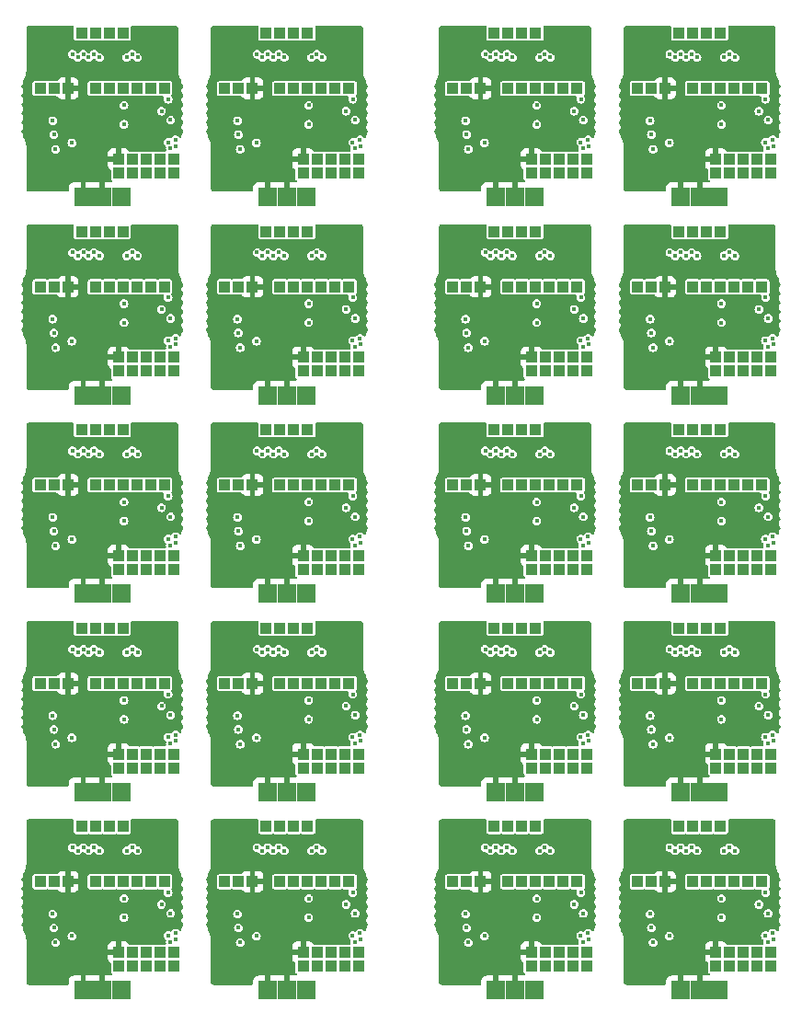
<source format=gbr>
%TF.GenerationSoftware,KiCad,Pcbnew,8.0.5-unknown-202409181836~355805756e~ubuntu22.04.1*%
%TF.CreationDate,2024-10-12T17:37:09+01:00*%
%TF.ProjectId,PANEL5x4_COM_MOD,50414e45-4c35-4783-945f-434f4d5f4d4f,1.0*%
%TF.SameCoordinates,Original*%
%TF.FileFunction,Copper,L2,Inr*%
%TF.FilePolarity,Positive*%
%FSLAX46Y46*%
G04 Gerber Fmt 4.6, Leading zero omitted, Abs format (unit mm)*
G04 Created by KiCad (PCBNEW 8.0.5-unknown-202409181836~355805756e~ubuntu22.04.1) date 2024-10-12 17:37:09*
%MOMM*%
%LPD*%
G01*
G04 APERTURE LIST*
%TA.AperFunction,ComponentPad*%
%ADD10R,1.000000X1.000000*%
%TD*%
%TA.AperFunction,CastellatedPad*%
%ADD11R,1.700000X1.700000*%
%TD*%
%TA.AperFunction,ViaPad*%
%ADD12C,0.400000*%
%TD*%
G04 APERTURE END LIST*
D10*
%TO.N,Board_9-/SWDIO{slash}POCI_ARM*%
%TO.C,J12*%
X35804999Y-55250002D03*
%TD*%
%TO.N,Board_19-+3.3V*%
%TO.C,J1*%
X64055000Y-85250004D03*
%TD*%
%TO.N,Board_11-/CSB*%
%TO.C,J8*%
X71675000Y-48750002D03*
%TD*%
%TO.N,Board_16-/AUX2*%
%TO.C,J20*%
X19215000Y-85250004D03*
%TD*%
%TO.N,Board_14-/IO1_out*%
%TO.C,J4*%
X50865000Y-61920003D03*
%TD*%
%TO.N,Board_15-/SWDIO{slash}POCI_ARM*%
%TO.C,J12*%
X73804999Y-73500003D03*
%TD*%
%TO.N,Board_13-/POCI*%
%TO.C,J5*%
X29865000Y-67000003D03*
%TD*%
%TO.N,Board_2-/PICO_ARM*%
%TO.C,J13*%
X55535000Y-18750000D03*
%TD*%
%TO.N,Board_12-/i2C_SCL*%
%TO.C,J16*%
X18804999Y-74770003D03*
%TD*%
%TO.N,Board_16-/I2C_SDA*%
%TO.C,J10*%
X14135000Y-80170004D03*
%TD*%
%TO.N,Board_6-/SCLK*%
%TO.C,J7*%
X53405000Y-30500001D03*
%TD*%
%TO.N,Board_13-GND*%
%TO.C,J2*%
X27325000Y-67000003D03*
%TD*%
%TO.N,Board_15-/SPICS_ARM*%
%TO.C,J15*%
X72534999Y-74770003D03*
%TD*%
%TO.N,Board_3-/SWDIO{slash}POCI_ARM*%
%TO.C,J12*%
X73804999Y-18750000D03*
%TD*%
D11*
%TO.N,Board_15-GND*%
%TO.C,J25*%
X70249999Y-77000003D03*
%TD*%
D10*
%TO.N,Board_5-/i2C_SCL*%
%TO.C,J16*%
X35804999Y-38270001D03*
%TD*%
%TO.N,Board_6-/i2C_SCL*%
%TO.C,J16*%
X56804999Y-38270001D03*
%TD*%
%TO.N,Board_1-/SCLK*%
%TO.C,J7*%
X32405000Y-12250000D03*
%TD*%
%TO.N,Board_2-/SCLK*%
%TO.C,J7*%
X53405000Y-12250000D03*
%TD*%
%TO.N,Board_14-/AUX3*%
%TO.C,J3*%
X49595000Y-61920003D03*
%TD*%
D11*
%TO.N,Board_16-GND*%
%TO.C,J25*%
X15249999Y-95250004D03*
%TD*%
D10*
%TO.N,Board_5-GND*%
%TO.C,J2*%
X27325000Y-30500001D03*
%TD*%
%TO.N,Board_1-/IO1_out*%
%TO.C,J11*%
X37074999Y-18750000D03*
%TD*%
%TO.N,Board_7-GND*%
%TO.C,J22*%
X69994999Y-37000001D03*
%TD*%
%TO.N,Board_16-/SPICS_ARM*%
%TO.C,J15*%
X17534999Y-93020004D03*
%TD*%
D11*
%TO.N,Board_1-GND*%
%TO.C,J26*%
X30499999Y-22250000D03*
%TD*%
D10*
%TO.N,Board_7-/IO1_out*%
%TO.C,J4*%
X67865000Y-25420001D03*
%TD*%
%TO.N,Board_18-/extRef*%
%TO.C,J9*%
X55945000Y-85250004D03*
%TD*%
D11*
%TO.N,Board_17-GND*%
%TO.C,J26*%
X30499999Y-95250004D03*
%TD*%
D10*
%TO.N,Board_4-/POCI*%
%TO.C,J5*%
X12865000Y-30500001D03*
%TD*%
%TO.N,Board_15-/IO1_out*%
%TO.C,J11*%
X75074999Y-73500003D03*
%TD*%
%TO.N,Board_15-/i2C_SCL*%
%TO.C,J23*%
X70405000Y-61920003D03*
%TD*%
%TO.N,Board_17-/SCLK_ARM*%
%TO.C,J14*%
X33264999Y-91750004D03*
%TD*%
%TO.N,Board_17-/I2C_SDA*%
%TO.C,J17*%
X37074999Y-93020004D03*
%TD*%
%TO.N,Board_11-/AUX3*%
%TO.C,J3*%
X66595000Y-43670002D03*
%TD*%
D11*
%TO.N,Board_13-GND*%
%TO.C,J26*%
X30499999Y-77000003D03*
%TD*%
%TO.N,Board_15-GND*%
%TO.C,J26*%
X68499999Y-77000003D03*
%TD*%
D10*
%TO.N,Board_6-/IO1_out*%
%TO.C,J11*%
X58074999Y-37000001D03*
%TD*%
D11*
%TO.N,Board_9-GND*%
%TO.C,J25*%
X32249999Y-58750002D03*
%TD*%
D10*
%TO.N,Board_18-/SPICS_ARM*%
%TO.C,J15*%
X55534999Y-93020004D03*
%TD*%
%TO.N,Board_0-/AUX2*%
%TO.C,J20*%
X19215000Y-12250000D03*
%TD*%
%TO.N,Board_10-GND*%
%TO.C,J2*%
X48325000Y-48750002D03*
%TD*%
%TO.N,Board_13-/GPIO*%
%TO.C,J21*%
X33264999Y-74770003D03*
%TD*%
%TO.N,Board_12-/IO1_out*%
%TO.C,J4*%
X12865000Y-61920003D03*
%TD*%
%TO.N,Board_6-GND*%
%TO.C,J2*%
X48325000Y-30500001D03*
%TD*%
%TO.N,Board_4-/CSB*%
%TO.C,J8*%
X16675000Y-30500001D03*
%TD*%
%TO.N,Board_12-/I2C_SDA*%
%TO.C,J10*%
X14135000Y-61920003D03*
%TD*%
%TO.N,Board_7-/I2C_SDA*%
%TO.C,J17*%
X75074999Y-38270001D03*
%TD*%
%TO.N,Board_19-GND*%
%TO.C,J2*%
X65325000Y-85250004D03*
%TD*%
%TO.N,Board_1-/POCI*%
%TO.C,J5*%
X29865000Y-12250000D03*
%TD*%
%TO.N,Board_1-/I2C_SDA*%
%TO.C,J17*%
X37074999Y-20020000D03*
%TD*%
%TO.N,Board_12-+3.3V*%
%TO.C,J1*%
X9055000Y-67000003D03*
%TD*%
%TO.N,Board_14-/extRef*%
%TO.C,J9*%
X55945000Y-67000003D03*
%TD*%
%TO.N,Board_1-/PICO*%
%TO.C,J6*%
X31135000Y-12250000D03*
%TD*%
D11*
%TO.N,Board_0-GND*%
%TO.C,J25*%
X15249999Y-22250000D03*
%TD*%
D10*
%TO.N,Board_5-+3.3V*%
%TO.C,J1*%
X26055000Y-30500001D03*
%TD*%
%TO.N,Board_4-/AUX1*%
%TO.C,J19*%
X7785000Y-30500001D03*
%TD*%
%TO.N,Board_14-GND*%
%TO.C,J22*%
X52994999Y-73500003D03*
%TD*%
D11*
%TO.N,Board_7-GND*%
%TO.C,J25*%
X70249999Y-40500001D03*
%TD*%
D10*
%TO.N,Board_19-/i2C_SCL*%
%TO.C,J23*%
X70405000Y-80170004D03*
%TD*%
%TO.N,Board_12-/POCI*%
%TO.C,J5*%
X12865000Y-67000003D03*
%TD*%
%TO.N,Board_0-/i2C_SCL*%
%TO.C,J16*%
X18804999Y-20020000D03*
%TD*%
%TO.N,Board_16-GND*%
%TO.C,J22*%
X14994999Y-91750004D03*
%TD*%
%TO.N,Board_13-/AUX2*%
%TO.C,J20*%
X36215000Y-67000003D03*
%TD*%
%TO.N,Board_6-/GPIO*%
%TO.C,J21*%
X54264999Y-38270001D03*
%TD*%
D11*
%TO.N,Board_1-GND*%
%TO.C,J25*%
X32249999Y-22250000D03*
%TD*%
D10*
%TO.N,Board_0-/SPICS_ARM*%
%TO.C,J15*%
X17534999Y-20020000D03*
%TD*%
%TO.N,Board_9-GND*%
%TO.C,J2*%
X27325000Y-48750002D03*
%TD*%
D11*
%TO.N,Board_8-GND*%
%TO.C,J24*%
X11749999Y-58750002D03*
%TD*%
D10*
%TO.N,Board_19-/I2C_SDA*%
%TO.C,J10*%
X69135000Y-80170004D03*
%TD*%
%TO.N,Board_10-/SCLK_ARM*%
%TO.C,J14*%
X54264999Y-55250002D03*
%TD*%
%TO.N,Board_8-/CSB*%
%TO.C,J8*%
X16675000Y-48750002D03*
%TD*%
%TO.N,Board_18-/I2C_SDA*%
%TO.C,J17*%
X58074999Y-93020004D03*
%TD*%
%TO.N,Board_1-/GPIO*%
%TO.C,J21*%
X33264999Y-20020000D03*
%TD*%
%TO.N,Board_16-/PICO*%
%TO.C,J6*%
X14135000Y-85250004D03*
%TD*%
%TO.N,Board_0-/GPIO*%
%TO.C,J21*%
X16264999Y-20020000D03*
%TD*%
%TO.N,Board_11-/I2C_SDA*%
%TO.C,J10*%
X69135000Y-43670002D03*
%TD*%
%TO.N,Board_15-/CSB*%
%TO.C,J8*%
X71675000Y-67000003D03*
%TD*%
%TO.N,Board_10-/SCLK*%
%TO.C,J7*%
X53405000Y-48750002D03*
%TD*%
%TO.N,Board_18-/AUX1*%
%TO.C,J19*%
X45785000Y-85250004D03*
%TD*%
%TO.N,Board_13-/IO1_out*%
%TO.C,J4*%
X29865000Y-61920003D03*
%TD*%
%TO.N,Board_9-/SCLK_ARM*%
%TO.C,J14*%
X33264999Y-55250002D03*
%TD*%
%TO.N,Board_7-/I2C_SDA*%
%TO.C,J10*%
X69135000Y-25420001D03*
%TD*%
%TO.N,Board_14-GND*%
%TO.C,J2*%
X48325000Y-67000003D03*
%TD*%
%TO.N,Board_8-/extRef*%
%TO.C,J9*%
X17945000Y-48750002D03*
%TD*%
%TO.N,Board_5-/extRef*%
%TO.C,J9*%
X34945000Y-30500001D03*
%TD*%
%TO.N,Board_17-/PICO_ARM*%
%TO.C,J13*%
X34535000Y-91750004D03*
%TD*%
%TO.N,Board_0-/CSB*%
%TO.C,J8*%
X16675000Y-12250000D03*
%TD*%
%TO.N,Board_1-/AIN0*%
%TO.C,J18*%
X31994999Y-20020000D03*
%TD*%
%TO.N,Board_4-/i2C_SCL*%
%TO.C,J23*%
X15405000Y-25420001D03*
%TD*%
%TO.N,Board_19-/PICO_ARM*%
%TO.C,J13*%
X72535000Y-91750004D03*
%TD*%
%TO.N,Board_17-/AUX1*%
%TO.C,J19*%
X24785000Y-85250004D03*
%TD*%
%TO.N,Board_13-GND*%
%TO.C,J22*%
X31994999Y-73500003D03*
%TD*%
D11*
%TO.N,Board_15-GND*%
%TO.C,J24*%
X66749999Y-77000003D03*
%TD*%
D10*
%TO.N,Board_10-/PICO*%
%TO.C,J6*%
X52135000Y-48750002D03*
%TD*%
%TO.N,Board_19-/POCI*%
%TO.C,J5*%
X67865000Y-85250004D03*
%TD*%
%TO.N,Board_0-/IO1_out*%
%TO.C,J4*%
X12865000Y-7170000D03*
%TD*%
%TO.N,Board_1-/CSB*%
%TO.C,J8*%
X33675000Y-12250000D03*
%TD*%
D11*
%TO.N,Board_3-GND*%
%TO.C,J25*%
X70249999Y-22250000D03*
%TD*%
D10*
%TO.N,Board_12-/extRef*%
%TO.C,J9*%
X17945000Y-67000003D03*
%TD*%
%TO.N,Board_3-+3.3V*%
%TO.C,J1*%
X64055000Y-12250000D03*
%TD*%
%TO.N,Board_3-/POCI*%
%TO.C,J5*%
X67865000Y-12250000D03*
%TD*%
D11*
%TO.N,Board_12-GND*%
%TO.C,J24*%
X11749999Y-77000003D03*
%TD*%
D10*
%TO.N,Board_5-/PICO*%
%TO.C,J6*%
X31135000Y-30500001D03*
%TD*%
D11*
%TO.N,Board_5-GND*%
%TO.C,J24*%
X28749999Y-40500001D03*
%TD*%
%TO.N,Board_7-GND*%
%TO.C,J24*%
X66749999Y-40500001D03*
%TD*%
D10*
%TO.N,Board_4-/SWDIO{slash}POCI_ARM*%
%TO.C,J12*%
X18804999Y-37000001D03*
%TD*%
%TO.N,Board_16-/SCLK_ARM*%
%TO.C,J14*%
X16264999Y-91750004D03*
%TD*%
%TO.N,Board_12-/AUX1*%
%TO.C,J19*%
X7785000Y-67000003D03*
%TD*%
%TO.N,Board_11-/IO1_out*%
%TO.C,J11*%
X75074999Y-55250002D03*
%TD*%
%TO.N,Board_10-/CSB*%
%TO.C,J8*%
X54675000Y-48750002D03*
%TD*%
D11*
%TO.N,Board_5-GND*%
%TO.C,J26*%
X30499999Y-40500001D03*
%TD*%
D10*
%TO.N,Board_18-/PICO*%
%TO.C,J6*%
X52135000Y-85250004D03*
%TD*%
%TO.N,Board_10-/AIN0*%
%TO.C,J18*%
X52994999Y-56520002D03*
%TD*%
%TO.N,Board_2-/SCLK_ARM*%
%TO.C,J14*%
X54264999Y-18750000D03*
%TD*%
%TO.N,Board_6-/POCI*%
%TO.C,J5*%
X50865000Y-30500001D03*
%TD*%
%TO.N,Board_9-/CSB*%
%TO.C,J8*%
X33675000Y-48750002D03*
%TD*%
D11*
%TO.N,Board_18-GND*%
%TO.C,J26*%
X51499999Y-95250004D03*
%TD*%
D10*
%TO.N,Board_1-/i2C_SCL*%
%TO.C,J16*%
X35804999Y-20020000D03*
%TD*%
%TO.N,Board_2-/IO1_out*%
%TO.C,J4*%
X50865000Y-7170000D03*
%TD*%
%TO.N,Board_17-GND*%
%TO.C,J2*%
X27325000Y-85250004D03*
%TD*%
%TO.N,Board_2-GND*%
%TO.C,J22*%
X52994999Y-18750000D03*
%TD*%
%TO.N,Board_12-/SCLK_ARM*%
%TO.C,J14*%
X16264999Y-73500003D03*
%TD*%
%TO.N,Board_15-/PICO*%
%TO.C,J6*%
X69135000Y-67000003D03*
%TD*%
%TO.N,Board_3-/SPICS_ARM*%
%TO.C,J15*%
X72534999Y-20020000D03*
%TD*%
%TO.N,Board_0-/AUX3*%
%TO.C,J3*%
X11595000Y-7170000D03*
%TD*%
%TO.N,Board_4-/AUX2*%
%TO.C,J20*%
X19215000Y-30500001D03*
%TD*%
%TO.N,Board_4-/SCLK_ARM*%
%TO.C,J14*%
X16264999Y-37000001D03*
%TD*%
%TO.N,Board_16-/i2C_SCL*%
%TO.C,J23*%
X15405000Y-80170004D03*
%TD*%
%TO.N,Board_13-/i2C_SCL*%
%TO.C,J16*%
X35804999Y-74770003D03*
%TD*%
%TO.N,Board_17-/CSB*%
%TO.C,J8*%
X33675000Y-85250004D03*
%TD*%
%TO.N,Board_8-/AUX2*%
%TO.C,J20*%
X19215000Y-48750002D03*
%TD*%
%TO.N,Board_6-/AUX2*%
%TO.C,J20*%
X57215000Y-30500001D03*
%TD*%
%TO.N,Board_11-/SPICS_ARM*%
%TO.C,J15*%
X72534999Y-56520002D03*
%TD*%
%TO.N,Board_13-/SPICS_ARM*%
%TO.C,J15*%
X34534999Y-74770003D03*
%TD*%
%TO.N,Board_2-/IO1_out*%
%TO.C,J11*%
X58074999Y-18750000D03*
%TD*%
%TO.N,Board_11-/AUX1*%
%TO.C,J19*%
X62785000Y-48750002D03*
%TD*%
D11*
%TO.N,Board_4-GND*%
%TO.C,J25*%
X15249999Y-40500001D03*
%TD*%
D10*
%TO.N,Board_10-/extRef*%
%TO.C,J9*%
X55945000Y-48750002D03*
%TD*%
%TO.N,Board_7-/SWDIO{slash}POCI_ARM*%
%TO.C,J12*%
X73804999Y-37000001D03*
%TD*%
%TO.N,Board_9-/GPIO*%
%TO.C,J21*%
X33264999Y-56520002D03*
%TD*%
%TO.N,Board_2-/CSB*%
%TO.C,J8*%
X54675000Y-12250000D03*
%TD*%
%TO.N,Board_19-/GPIO*%
%TO.C,J21*%
X71264999Y-93020004D03*
%TD*%
%TO.N,Board_19-GND*%
%TO.C,J22*%
X69994999Y-91750004D03*
%TD*%
%TO.N,Board_6-/extRef*%
%TO.C,J9*%
X55945000Y-30500001D03*
%TD*%
%TO.N,Board_19-/CSB*%
%TO.C,J8*%
X71675000Y-85250004D03*
%TD*%
%TO.N,Board_5-/I2C_SDA*%
%TO.C,J10*%
X31135000Y-25420001D03*
%TD*%
%TO.N,Board_12-/SPICS_ARM*%
%TO.C,J15*%
X17534999Y-74770003D03*
%TD*%
%TO.N,Board_16-/SWDIO{slash}POCI_ARM*%
%TO.C,J12*%
X18804999Y-91750004D03*
%TD*%
%TO.N,Board_14-/AUX2*%
%TO.C,J20*%
X57215000Y-67000003D03*
%TD*%
%TO.N,Board_0-+3.3V*%
%TO.C,J1*%
X9055000Y-12250000D03*
%TD*%
%TO.N,Board_3-/extRef*%
%TO.C,J9*%
X72945000Y-12250000D03*
%TD*%
%TO.N,Board_0-/PICO*%
%TO.C,J6*%
X14135000Y-12250000D03*
%TD*%
%TO.N,Board_10-/i2C_SCL*%
%TO.C,J16*%
X56804999Y-56520002D03*
%TD*%
%TO.N,Board_1-/i2C_SCL*%
%TO.C,J23*%
X32405000Y-7170000D03*
%TD*%
D11*
%TO.N,Board_16-GND*%
%TO.C,J26*%
X13499999Y-95250004D03*
%TD*%
D10*
%TO.N,Board_14-/PICO*%
%TO.C,J6*%
X52135000Y-67000003D03*
%TD*%
%TO.N,Board_15-/SCLK*%
%TO.C,J7*%
X70405000Y-67000003D03*
%TD*%
D11*
%TO.N,Board_1-GND*%
%TO.C,J24*%
X28749999Y-22250000D03*
%TD*%
D10*
%TO.N,Board_12-/SCLK*%
%TO.C,J7*%
X15405000Y-67000003D03*
%TD*%
D11*
%TO.N,Board_4-GND*%
%TO.C,J24*%
X11749999Y-40500001D03*
%TD*%
D10*
%TO.N,Board_16-/AUX3*%
%TO.C,J3*%
X11595000Y-80170004D03*
%TD*%
%TO.N,Board_12-/GPIO*%
%TO.C,J21*%
X16264999Y-74770003D03*
%TD*%
%TO.N,Board_14-/IO1_out*%
%TO.C,J11*%
X58074999Y-73500003D03*
%TD*%
%TO.N,Board_3-/IO1_out*%
%TO.C,J4*%
X67865000Y-7170000D03*
%TD*%
%TO.N,Board_13-/extRef*%
%TO.C,J9*%
X34945000Y-67000003D03*
%TD*%
%TO.N,Board_3-/GPIO*%
%TO.C,J21*%
X71264999Y-20020000D03*
%TD*%
%TO.N,Board_14-+3.3V*%
%TO.C,J1*%
X47055000Y-67000003D03*
%TD*%
D11*
%TO.N,Board_14-GND*%
%TO.C,J26*%
X51499999Y-77000003D03*
%TD*%
D10*
%TO.N,Board_19-/i2C_SCL*%
%TO.C,J16*%
X73804999Y-93020004D03*
%TD*%
%TO.N,Board_8-GND*%
%TO.C,J22*%
X14994999Y-55250002D03*
%TD*%
%TO.N,Board_0-/i2C_SCL*%
%TO.C,J23*%
X15405000Y-7170000D03*
%TD*%
%TO.N,Board_3-/PICO_ARM*%
%TO.C,J13*%
X72535000Y-18750000D03*
%TD*%
%TO.N,Board_5-/SPICS_ARM*%
%TO.C,J15*%
X34534999Y-38270001D03*
%TD*%
%TO.N,Board_2-/SPICS_ARM*%
%TO.C,J15*%
X55534999Y-20020000D03*
%TD*%
%TO.N,Board_14-/PICO_ARM*%
%TO.C,J13*%
X55535000Y-73500003D03*
%TD*%
%TO.N,Board_11-/GPIO*%
%TO.C,J21*%
X71264999Y-56520002D03*
%TD*%
%TO.N,Board_7-/GPIO*%
%TO.C,J21*%
X71264999Y-38270001D03*
%TD*%
%TO.N,Board_19-/SWDIO{slash}POCI_ARM*%
%TO.C,J12*%
X73804999Y-91750004D03*
%TD*%
%TO.N,Board_6-/IO1_out*%
%TO.C,J4*%
X50865000Y-25420001D03*
%TD*%
%TO.N,Board_15-/PICO_ARM*%
%TO.C,J13*%
X72535000Y-73500003D03*
%TD*%
%TO.N,Board_14-/SWDIO{slash}POCI_ARM*%
%TO.C,J12*%
X56804999Y-73500003D03*
%TD*%
%TO.N,Board_1-/SCLK_ARM*%
%TO.C,J14*%
X33264999Y-18750000D03*
%TD*%
%TO.N,Board_14-/I2C_SDA*%
%TO.C,J17*%
X58074999Y-74770003D03*
%TD*%
%TO.N,Board_10-/I2C_SDA*%
%TO.C,J17*%
X58074999Y-56520002D03*
%TD*%
%TO.N,Board_8-/IO1_out*%
%TO.C,J4*%
X12865000Y-43670002D03*
%TD*%
%TO.N,Board_10-/POCI*%
%TO.C,J5*%
X50865000Y-48750002D03*
%TD*%
%TO.N,Board_5-/GPIO*%
%TO.C,J21*%
X33264999Y-38270001D03*
%TD*%
%TO.N,Board_14-/AIN0*%
%TO.C,J18*%
X52994999Y-74770003D03*
%TD*%
%TO.N,Board_10-/AUX3*%
%TO.C,J3*%
X49595000Y-43670002D03*
%TD*%
%TO.N,Board_16-/extRef*%
%TO.C,J9*%
X17945000Y-85250004D03*
%TD*%
D11*
%TO.N,Board_19-GND*%
%TO.C,J26*%
X68499999Y-95250004D03*
%TD*%
D10*
%TO.N,Board_13-/PICO_ARM*%
%TO.C,J13*%
X34535000Y-73500003D03*
%TD*%
%TO.N,Board_9-/POCI*%
%TO.C,J5*%
X29865000Y-48750002D03*
%TD*%
%TO.N,Board_17-/IO1_out*%
%TO.C,J4*%
X29865000Y-80170004D03*
%TD*%
%TO.N,Board_10-/SPICS_ARM*%
%TO.C,J15*%
X55534999Y-56520002D03*
%TD*%
%TO.N,Board_12-GND*%
%TO.C,J22*%
X14994999Y-73500003D03*
%TD*%
%TO.N,Board_9-/PICO_ARM*%
%TO.C,J13*%
X34535000Y-55250002D03*
%TD*%
D11*
%TO.N,Board_3-GND*%
%TO.C,J24*%
X66749999Y-22250000D03*
%TD*%
D10*
%TO.N,Board_8-/SCLK_ARM*%
%TO.C,J14*%
X16264999Y-55250002D03*
%TD*%
%TO.N,Board_18-/IO1_out*%
%TO.C,J11*%
X58074999Y-91750004D03*
%TD*%
%TO.N,Board_17-/extRef*%
%TO.C,J9*%
X34945000Y-85250004D03*
%TD*%
%TO.N,Board_18-/IO1_out*%
%TO.C,J4*%
X50865000Y-80170004D03*
%TD*%
%TO.N,Board_4-/I2C_SDA*%
%TO.C,J10*%
X14135000Y-25420001D03*
%TD*%
%TO.N,Board_12-/AUX2*%
%TO.C,J20*%
X19215000Y-67000003D03*
%TD*%
%TO.N,Board_11-/I2C_SDA*%
%TO.C,J17*%
X75074999Y-56520002D03*
%TD*%
%TO.N,Board_14-/SCLK*%
%TO.C,J7*%
X53405000Y-67000003D03*
%TD*%
%TO.N,Board_11-/i2C_SCL*%
%TO.C,J16*%
X73804999Y-56520002D03*
%TD*%
%TO.N,Board_17-/PICO*%
%TO.C,J6*%
X31135000Y-85250004D03*
%TD*%
%TO.N,Board_18-/i2C_SCL*%
%TO.C,J16*%
X56804999Y-93020004D03*
%TD*%
%TO.N,Board_10-/IO1_out*%
%TO.C,J11*%
X58074999Y-55250002D03*
%TD*%
%TO.N,Board_9-/IO1_out*%
%TO.C,J4*%
X29865000Y-43670002D03*
%TD*%
%TO.N,Board_7-/AUX3*%
%TO.C,J3*%
X66595000Y-25420001D03*
%TD*%
%TO.N,Board_13-/i2C_SCL*%
%TO.C,J23*%
X32405000Y-61920003D03*
%TD*%
%TO.N,Board_2-/POCI*%
%TO.C,J5*%
X50865000Y-12250000D03*
%TD*%
%TO.N,Board_6-+3.3V*%
%TO.C,J1*%
X47055000Y-30500001D03*
%TD*%
%TO.N,Board_13-/SCLK*%
%TO.C,J7*%
X32405000Y-67000003D03*
%TD*%
%TO.N,Board_1-+3.3V*%
%TO.C,J1*%
X26055000Y-12250000D03*
%TD*%
%TO.N,Board_2-/extRef*%
%TO.C,J9*%
X55945000Y-12250000D03*
%TD*%
%TO.N,Board_19-/AUX3*%
%TO.C,J3*%
X66595000Y-80170004D03*
%TD*%
%TO.N,Board_6-/I2C_SDA*%
%TO.C,J17*%
X58074999Y-38270001D03*
%TD*%
%TO.N,Board_15-/SCLK_ARM*%
%TO.C,J14*%
X71264999Y-73500003D03*
%TD*%
%TO.N,Board_12-/PICO*%
%TO.C,J6*%
X14135000Y-67000003D03*
%TD*%
D11*
%TO.N,Board_11-GND*%
%TO.C,J25*%
X70249999Y-58750002D03*
%TD*%
D10*
%TO.N,Board_6-/CSB*%
%TO.C,J8*%
X54675000Y-30500001D03*
%TD*%
%TO.N,Board_9-/IO1_out*%
%TO.C,J11*%
X37074999Y-55250002D03*
%TD*%
D11*
%TO.N,Board_5-GND*%
%TO.C,J25*%
X32249999Y-40500001D03*
%TD*%
D10*
%TO.N,Board_5-/AUX1*%
%TO.C,J19*%
X24785000Y-30500001D03*
%TD*%
D11*
%TO.N,Board_8-GND*%
%TO.C,J25*%
X15249999Y-58750002D03*
%TD*%
D10*
%TO.N,Board_9-/SCLK*%
%TO.C,J7*%
X32405000Y-48750002D03*
%TD*%
%TO.N,Board_15-/IO1_out*%
%TO.C,J4*%
X67865000Y-61920003D03*
%TD*%
%TO.N,Board_15-/extRef*%
%TO.C,J9*%
X72945000Y-67000003D03*
%TD*%
D11*
%TO.N,Board_12-GND*%
%TO.C,J25*%
X15249999Y-77000003D03*
%TD*%
D10*
%TO.N,Board_18-/AUX2*%
%TO.C,J20*%
X57215000Y-85250004D03*
%TD*%
%TO.N,Board_4-/PICO*%
%TO.C,J6*%
X14135000Y-30500001D03*
%TD*%
%TO.N,Board_11-/POCI*%
%TO.C,J5*%
X67865000Y-48750002D03*
%TD*%
%TO.N,Board_10-/IO1_out*%
%TO.C,J4*%
X50865000Y-43670002D03*
%TD*%
%TO.N,Board_8-/I2C_SDA*%
%TO.C,J17*%
X20074999Y-56520002D03*
%TD*%
%TO.N,Board_0-/AIN0*%
%TO.C,J18*%
X14994999Y-20020000D03*
%TD*%
%TO.N,Board_17-/SPICS_ARM*%
%TO.C,J15*%
X34534999Y-93020004D03*
%TD*%
D11*
%TO.N,Board_12-GND*%
%TO.C,J26*%
X13499999Y-77000003D03*
%TD*%
D10*
%TO.N,Board_18-/GPIO*%
%TO.C,J21*%
X54264999Y-93020004D03*
%TD*%
%TO.N,Board_10-GND*%
%TO.C,J22*%
X52994999Y-55250002D03*
%TD*%
%TO.N,Board_12-/I2C_SDA*%
%TO.C,J17*%
X20074999Y-74770003D03*
%TD*%
%TO.N,Board_8-/SWDIO{slash}POCI_ARM*%
%TO.C,J12*%
X18804999Y-55250002D03*
%TD*%
%TO.N,Board_5-/IO1_out*%
%TO.C,J4*%
X29865000Y-25420001D03*
%TD*%
%TO.N,Board_2-/I2C_SDA*%
%TO.C,J17*%
X58074999Y-20020000D03*
%TD*%
%TO.N,Board_14-/SCLK_ARM*%
%TO.C,J14*%
X54264999Y-73500003D03*
%TD*%
%TO.N,Board_16-/POCI*%
%TO.C,J5*%
X12865000Y-85250004D03*
%TD*%
%TO.N,Board_6-/SPICS_ARM*%
%TO.C,J15*%
X55534999Y-38270001D03*
%TD*%
%TO.N,Board_13-/CSB*%
%TO.C,J8*%
X33675000Y-67000003D03*
%TD*%
%TO.N,Board_19-/I2C_SDA*%
%TO.C,J17*%
X75074999Y-93020004D03*
%TD*%
%TO.N,Board_3-/i2C_SCL*%
%TO.C,J23*%
X70405000Y-7170000D03*
%TD*%
D11*
%TO.N,Board_3-GND*%
%TO.C,J26*%
X68499999Y-22250000D03*
%TD*%
D10*
%TO.N,Board_16-+3.3V*%
%TO.C,J1*%
X9055000Y-85250004D03*
%TD*%
%TO.N,Board_16-/i2C_SCL*%
%TO.C,J16*%
X18804999Y-93020004D03*
%TD*%
%TO.N,Board_18-/PICO_ARM*%
%TO.C,J13*%
X55535000Y-91750004D03*
%TD*%
D11*
%TO.N,Board_7-GND*%
%TO.C,J26*%
X68499999Y-40500001D03*
%TD*%
D10*
%TO.N,Board_7-/SPICS_ARM*%
%TO.C,J15*%
X72534999Y-38270001D03*
%TD*%
%TO.N,Board_6-/PICO*%
%TO.C,J6*%
X52135000Y-30500001D03*
%TD*%
%TO.N,Board_18-/SCLK_ARM*%
%TO.C,J14*%
X54264999Y-91750004D03*
%TD*%
%TO.N,Board_18-+3.3V*%
%TO.C,J1*%
X47055000Y-85250004D03*
%TD*%
%TO.N,Board_12-/i2C_SCL*%
%TO.C,J23*%
X15405000Y-61920003D03*
%TD*%
D11*
%TO.N,Board_11-GND*%
%TO.C,J26*%
X68499999Y-58750002D03*
%TD*%
D10*
%TO.N,Board_5-/SWDIO{slash}POCI_ARM*%
%TO.C,J12*%
X35804999Y-37000001D03*
%TD*%
%TO.N,Board_11-GND*%
%TO.C,J2*%
X65325000Y-48750002D03*
%TD*%
D11*
%TO.N,Board_19-GND*%
%TO.C,J24*%
X66749999Y-95250004D03*
%TD*%
D10*
%TO.N,Board_13-/PICO*%
%TO.C,J6*%
X31135000Y-67000003D03*
%TD*%
%TO.N,Board_9-/AUX3*%
%TO.C,J3*%
X28595000Y-43670002D03*
%TD*%
%TO.N,Board_12-/SWDIO{slash}POCI_ARM*%
%TO.C,J12*%
X18804999Y-73500003D03*
%TD*%
%TO.N,Board_15-/I2C_SDA*%
%TO.C,J10*%
X69135000Y-61920003D03*
%TD*%
%TO.N,Board_15-/I2C_SDA*%
%TO.C,J17*%
X75074999Y-74770003D03*
%TD*%
%TO.N,Board_6-/i2C_SCL*%
%TO.C,J23*%
X53405000Y-25420001D03*
%TD*%
%TO.N,Board_2-/PICO*%
%TO.C,J6*%
X52135000Y-12250000D03*
%TD*%
%TO.N,Board_10-/AUX1*%
%TO.C,J19*%
X45785000Y-48750002D03*
%TD*%
%TO.N,Board_16-GND*%
%TO.C,J2*%
X10325000Y-85250004D03*
%TD*%
%TO.N,Board_4-/i2C_SCL*%
%TO.C,J16*%
X18804999Y-38270001D03*
%TD*%
%TO.N,Board_12-GND*%
%TO.C,J2*%
X10325000Y-67000003D03*
%TD*%
%TO.N,Board_5-/AUX3*%
%TO.C,J3*%
X28595000Y-25420001D03*
%TD*%
%TO.N,Board_11-/SCLK*%
%TO.C,J7*%
X70405000Y-48750002D03*
%TD*%
%TO.N,Board_6-/AUX1*%
%TO.C,J19*%
X45785000Y-30500001D03*
%TD*%
%TO.N,Board_5-/AUX2*%
%TO.C,J20*%
X36215000Y-30500001D03*
%TD*%
%TO.N,Board_9-+3.3V*%
%TO.C,J1*%
X26055000Y-48750002D03*
%TD*%
%TO.N,Board_14-/GPIO*%
%TO.C,J21*%
X54264999Y-74770003D03*
%TD*%
%TO.N,Board_9-/AUX2*%
%TO.C,J20*%
X36215000Y-48750002D03*
%TD*%
%TO.N,Board_9-/I2C_SDA*%
%TO.C,J10*%
X31135000Y-43670002D03*
%TD*%
D11*
%TO.N,Board_18-GND*%
%TO.C,J24*%
X49749999Y-95250004D03*
%TD*%
D10*
%TO.N,Board_11-/i2C_SCL*%
%TO.C,J23*%
X70405000Y-43670002D03*
%TD*%
%TO.N,Board_2-/AUX2*%
%TO.C,J20*%
X57215000Y-12250000D03*
%TD*%
%TO.N,Board_11-/AIN0*%
%TO.C,J18*%
X69994999Y-56520002D03*
%TD*%
%TO.N,Board_2-/SWDIO{slash}POCI_ARM*%
%TO.C,J12*%
X56804999Y-18750000D03*
%TD*%
%TO.N,Board_7-+3.3V*%
%TO.C,J1*%
X64055000Y-30500001D03*
%TD*%
D11*
%TO.N,Board_14-GND*%
%TO.C,J25*%
X53249999Y-77000003D03*
%TD*%
D10*
%TO.N,Board_0-GND*%
%TO.C,J2*%
X10325000Y-12250000D03*
%TD*%
%TO.N,Board_7-/IO1_out*%
%TO.C,J11*%
X75074999Y-37000001D03*
%TD*%
%TO.N,Board_2-/AIN0*%
%TO.C,J18*%
X52994999Y-20020000D03*
%TD*%
%TO.N,Board_1-/SPICS_ARM*%
%TO.C,J15*%
X34534999Y-20020000D03*
%TD*%
%TO.N,Board_3-/AUX2*%
%TO.C,J20*%
X74215000Y-12250000D03*
%TD*%
%TO.N,Board_11-/extRef*%
%TO.C,J9*%
X72945000Y-48750002D03*
%TD*%
%TO.N,Board_13-/AUX1*%
%TO.C,J19*%
X24785000Y-67000003D03*
%TD*%
%TO.N,Board_4-/IO1_out*%
%TO.C,J4*%
X12865000Y-25420001D03*
%TD*%
%TO.N,Board_17-/IO1_out*%
%TO.C,J11*%
X37074999Y-91750004D03*
%TD*%
%TO.N,Board_14-/i2C_SCL*%
%TO.C,J23*%
X53405000Y-61920003D03*
%TD*%
%TO.N,Board_7-/POCI*%
%TO.C,J5*%
X67865000Y-30500001D03*
%TD*%
%TO.N,Board_10-+3.3V*%
%TO.C,J1*%
X47055000Y-48750002D03*
%TD*%
%TO.N,Board_17-/AUX3*%
%TO.C,J3*%
X28595000Y-80170004D03*
%TD*%
%TO.N,Board_16-/I2C_SDA*%
%TO.C,J17*%
X20074999Y-93020004D03*
%TD*%
%TO.N,Board_18-/POCI*%
%TO.C,J5*%
X50865000Y-85250004D03*
%TD*%
%TO.N,Board_17-/AUX2*%
%TO.C,J20*%
X36215000Y-85250004D03*
%TD*%
%TO.N,Board_7-/extRef*%
%TO.C,J9*%
X72945000Y-30500001D03*
%TD*%
%TO.N,Board_3-/IO1_out*%
%TO.C,J11*%
X75074999Y-18750000D03*
%TD*%
%TO.N,Board_1-GND*%
%TO.C,J22*%
X31994999Y-18750000D03*
%TD*%
%TO.N,Board_17-/i2C_SCL*%
%TO.C,J23*%
X32405000Y-80170004D03*
%TD*%
%TO.N,Board_1-/AUX3*%
%TO.C,J3*%
X28595000Y-7170000D03*
%TD*%
%TO.N,Board_18-/I2C_SDA*%
%TO.C,J10*%
X52135000Y-80170004D03*
%TD*%
%TO.N,Board_13-/IO1_out*%
%TO.C,J11*%
X37074999Y-73500003D03*
%TD*%
%TO.N,Board_11-GND*%
%TO.C,J22*%
X69994999Y-55250002D03*
%TD*%
%TO.N,Board_5-/i2C_SCL*%
%TO.C,J23*%
X32405000Y-25420001D03*
%TD*%
%TO.N,Board_17-/SCLK*%
%TO.C,J7*%
X32405000Y-85250004D03*
%TD*%
D11*
%TO.N,Board_19-GND*%
%TO.C,J25*%
X70249999Y-95250004D03*
%TD*%
D10*
%TO.N,Board_4-/AIN0*%
%TO.C,J18*%
X14994999Y-38270001D03*
%TD*%
%TO.N,Board_15-/AUX3*%
%TO.C,J3*%
X66595000Y-61920003D03*
%TD*%
%TO.N,Board_8-/i2C_SCL*%
%TO.C,J23*%
X15405000Y-43670002D03*
%TD*%
%TO.N,Board_8-/SPICS_ARM*%
%TO.C,J15*%
X17534999Y-56520002D03*
%TD*%
%TO.N,Board_7-/AUX1*%
%TO.C,J19*%
X62785000Y-30500001D03*
%TD*%
%TO.N,Board_15-/POCI*%
%TO.C,J5*%
X67865000Y-67000003D03*
%TD*%
D11*
%TO.N,Board_2-GND*%
%TO.C,J25*%
X53249999Y-22250000D03*
%TD*%
D10*
%TO.N,Board_19-/SCLK_ARM*%
%TO.C,J14*%
X71264999Y-91750004D03*
%TD*%
%TO.N,Board_10-/GPIO*%
%TO.C,J21*%
X54264999Y-56520002D03*
%TD*%
%TO.N,Board_17-GND*%
%TO.C,J22*%
X31994999Y-91750004D03*
%TD*%
%TO.N,Board_14-/I2C_SDA*%
%TO.C,J10*%
X52135000Y-61920003D03*
%TD*%
%TO.N,Board_11-/SCLK_ARM*%
%TO.C,J14*%
X71264999Y-55250002D03*
%TD*%
%TO.N,Board_1-/SWDIO{slash}POCI_ARM*%
%TO.C,J12*%
X35804999Y-18750000D03*
%TD*%
%TO.N,Board_0-/SCLK_ARM*%
%TO.C,J14*%
X16264999Y-18750000D03*
%TD*%
%TO.N,Board_0-/SCLK*%
%TO.C,J7*%
X15405000Y-12250000D03*
%TD*%
D11*
%TO.N,Board_17-GND*%
%TO.C,J24*%
X28749999Y-95250004D03*
%TD*%
D10*
%TO.N,Board_13-/SWDIO{slash}POCI_ARM*%
%TO.C,J12*%
X35804999Y-73500003D03*
%TD*%
%TO.N,Board_1-GND*%
%TO.C,J2*%
X27325000Y-12250000D03*
%TD*%
%TO.N,Board_9-/extRef*%
%TO.C,J9*%
X34945000Y-48750002D03*
%TD*%
D11*
%TO.N,Board_13-GND*%
%TO.C,J25*%
X32249999Y-77000003D03*
%TD*%
D10*
%TO.N,Board_12-/IO1_out*%
%TO.C,J11*%
X20074999Y-73500003D03*
%TD*%
%TO.N,Board_9-/i2C_SCL*%
%TO.C,J16*%
X35804999Y-56520002D03*
%TD*%
%TO.N,Board_14-/POCI*%
%TO.C,J5*%
X50865000Y-67000003D03*
%TD*%
%TO.N,Board_19-/PICO*%
%TO.C,J6*%
X69135000Y-85250004D03*
%TD*%
%TO.N,Board_1-/I2C_SDA*%
%TO.C,J10*%
X31135000Y-7170000D03*
%TD*%
%TO.N,Board_7-/i2C_SCL*%
%TO.C,J16*%
X73804999Y-38270001D03*
%TD*%
%TO.N,Board_19-/IO1_out*%
%TO.C,J4*%
X67865000Y-80170004D03*
%TD*%
D11*
%TO.N,Board_16-GND*%
%TO.C,J24*%
X11749999Y-95250004D03*
%TD*%
D10*
%TO.N,Board_7-/AIN0*%
%TO.C,J18*%
X69994999Y-38270001D03*
%TD*%
%TO.N,Board_4-/extRef*%
%TO.C,J9*%
X17945000Y-30500001D03*
%TD*%
D11*
%TO.N,Board_6-GND*%
%TO.C,J26*%
X51499999Y-40500001D03*
%TD*%
D10*
%TO.N,Board_10-/i2C_SCL*%
%TO.C,J23*%
X53405000Y-43670002D03*
%TD*%
%TO.N,Board_2-GND*%
%TO.C,J2*%
X48325000Y-12250000D03*
%TD*%
%TO.N,Board_13-/SCLK_ARM*%
%TO.C,J14*%
X33264999Y-73500003D03*
%TD*%
%TO.N,Board_17-/i2C_SCL*%
%TO.C,J16*%
X35804999Y-93020004D03*
%TD*%
%TO.N,Board_15-/i2C_SCL*%
%TO.C,J16*%
X73804999Y-74770003D03*
%TD*%
%TO.N,Board_12-/PICO_ARM*%
%TO.C,J13*%
X17535000Y-73500003D03*
%TD*%
%TO.N,Board_16-/AIN0*%
%TO.C,J18*%
X14994999Y-93020004D03*
%TD*%
%TO.N,Board_3-/SCLK*%
%TO.C,J7*%
X70405000Y-12250000D03*
%TD*%
%TO.N,Board_16-/IO1_out*%
%TO.C,J4*%
X12865000Y-80170004D03*
%TD*%
%TO.N,Board_19-/SCLK*%
%TO.C,J7*%
X70405000Y-85250004D03*
%TD*%
D11*
%TO.N,Board_0-GND*%
%TO.C,J26*%
X13499999Y-22250000D03*
%TD*%
D10*
%TO.N,Board_4-/AUX3*%
%TO.C,J3*%
X11595000Y-25420001D03*
%TD*%
%TO.N,Board_8-/I2C_SDA*%
%TO.C,J10*%
X14135000Y-43670002D03*
%TD*%
%TO.N,Board_7-/CSB*%
%TO.C,J8*%
X71675000Y-30500001D03*
%TD*%
%TO.N,Board_8-/PICO*%
%TO.C,J6*%
X14135000Y-48750002D03*
%TD*%
%TO.N,Board_5-/IO1_out*%
%TO.C,J11*%
X37074999Y-37000001D03*
%TD*%
%TO.N,Board_15-/AIN0*%
%TO.C,J18*%
X69994999Y-74770003D03*
%TD*%
%TO.N,Board_10-/I2C_SDA*%
%TO.C,J10*%
X52135000Y-43670002D03*
%TD*%
%TO.N,Board_5-/SCLK*%
%TO.C,J7*%
X32405000Y-30500001D03*
%TD*%
%TO.N,Board_19-/AUX2*%
%TO.C,J20*%
X74215000Y-85250004D03*
%TD*%
D11*
%TO.N,Board_6-GND*%
%TO.C,J25*%
X53249999Y-40500001D03*
%TD*%
D10*
%TO.N,Board_7-GND*%
%TO.C,J2*%
X65325000Y-30500001D03*
%TD*%
%TO.N,Board_18-GND*%
%TO.C,J22*%
X52994999Y-91750004D03*
%TD*%
%TO.N,Board_0-/extRef*%
%TO.C,J9*%
X17945000Y-12250000D03*
%TD*%
%TO.N,Board_16-/AUX1*%
%TO.C,J19*%
X7785000Y-85250004D03*
%TD*%
%TO.N,Board_18-GND*%
%TO.C,J2*%
X48325000Y-85250004D03*
%TD*%
%TO.N,Board_4-/I2C_SDA*%
%TO.C,J17*%
X20074999Y-38270001D03*
%TD*%
%TO.N,Board_16-/SCLK*%
%TO.C,J7*%
X15405000Y-85250004D03*
%TD*%
%TO.N,Board_18-/SWDIO{slash}POCI_ARM*%
%TO.C,J12*%
X56804999Y-91750004D03*
%TD*%
%TO.N,Board_3-/AIN0*%
%TO.C,J18*%
X69994999Y-20020000D03*
%TD*%
%TO.N,Board_9-/i2C_SCL*%
%TO.C,J23*%
X32405000Y-43670002D03*
%TD*%
%TO.N,Board_12-/AIN0*%
%TO.C,J18*%
X14994999Y-74770003D03*
%TD*%
%TO.N,Board_11-+3.3V*%
%TO.C,J1*%
X64055000Y-48750002D03*
%TD*%
%TO.N,Board_0-/I2C_SDA*%
%TO.C,J17*%
X20074999Y-20020000D03*
%TD*%
%TO.N,Board_6-/AUX3*%
%TO.C,J3*%
X49595000Y-25420001D03*
%TD*%
%TO.N,Board_2-/AUX3*%
%TO.C,J3*%
X49595000Y-7170000D03*
%TD*%
D11*
%TO.N,Board_18-GND*%
%TO.C,J25*%
X53249999Y-95250004D03*
%TD*%
%TO.N,Board_11-GND*%
%TO.C,J24*%
X66749999Y-58750002D03*
%TD*%
D10*
%TO.N,Board_18-/i2C_SCL*%
%TO.C,J23*%
X53405000Y-80170004D03*
%TD*%
%TO.N,Board_17-+3.3V*%
%TO.C,J1*%
X26055000Y-85250004D03*
%TD*%
%TO.N,Board_0-/SWDIO{slash}POCI_ARM*%
%TO.C,J12*%
X18804999Y-18750000D03*
%TD*%
%TO.N,Board_13-+3.3V*%
%TO.C,J1*%
X26055000Y-67000003D03*
%TD*%
%TO.N,Board_13-/I2C_SDA*%
%TO.C,J10*%
X31135000Y-61920003D03*
%TD*%
%TO.N,Board_2-/i2C_SCL*%
%TO.C,J23*%
X53405000Y-7170000D03*
%TD*%
%TO.N,Board_4-/PICO_ARM*%
%TO.C,J13*%
X17535000Y-37000001D03*
%TD*%
%TO.N,Board_13-/AUX3*%
%TO.C,J3*%
X28595000Y-61920003D03*
%TD*%
%TO.N,Board_3-/PICO*%
%TO.C,J6*%
X69135000Y-12250000D03*
%TD*%
%TO.N,Board_8-+3.3V*%
%TO.C,J1*%
X9055000Y-48750002D03*
%TD*%
%TO.N,Board_7-/SCLK*%
%TO.C,J7*%
X70405000Y-30500001D03*
%TD*%
%TO.N,Board_2-/i2C_SCL*%
%TO.C,J16*%
X56804999Y-20020000D03*
%TD*%
%TO.N,Board_8-/SCLK*%
%TO.C,J7*%
X15405000Y-48750002D03*
%TD*%
%TO.N,Board_17-/I2C_SDA*%
%TO.C,J10*%
X31135000Y-80170004D03*
%TD*%
D11*
%TO.N,Board_13-GND*%
%TO.C,J24*%
X28749999Y-77000003D03*
%TD*%
%TO.N,Board_2-GND*%
%TO.C,J26*%
X51499999Y-22250000D03*
%TD*%
D10*
%TO.N,Board_14-/AUX1*%
%TO.C,J19*%
X45785000Y-67000003D03*
%TD*%
%TO.N,Board_1-/extRef*%
%TO.C,J9*%
X34945000Y-12250000D03*
%TD*%
%TO.N,Board_19-/SPICS_ARM*%
%TO.C,J15*%
X72534999Y-93020004D03*
%TD*%
%TO.N,Board_3-/SCLK_ARM*%
%TO.C,J14*%
X71264999Y-18750000D03*
%TD*%
%TO.N,Board_8-/IO1_out*%
%TO.C,J11*%
X20074999Y-55250002D03*
%TD*%
%TO.N,Board_18-/AUX3*%
%TO.C,J3*%
X49595000Y-80170004D03*
%TD*%
%TO.N,Board_8-/AIN0*%
%TO.C,J18*%
X14994999Y-56520002D03*
%TD*%
%TO.N,Board_3-/i2C_SCL*%
%TO.C,J16*%
X73804999Y-20020000D03*
%TD*%
%TO.N,Board_8-/POCI*%
%TO.C,J5*%
X12865000Y-48750002D03*
%TD*%
%TO.N,Board_15-/AUX1*%
%TO.C,J19*%
X62785000Y-67000003D03*
%TD*%
%TO.N,Board_11-/AUX2*%
%TO.C,J20*%
X74215000Y-48750002D03*
%TD*%
%TO.N,Board_14-/CSB*%
%TO.C,J8*%
X54675000Y-67000003D03*
%TD*%
%TO.N,Board_14-/SPICS_ARM*%
%TO.C,J15*%
X55534999Y-74770003D03*
%TD*%
%TO.N,Board_1-/AUX1*%
%TO.C,J19*%
X24785000Y-12250000D03*
%TD*%
D11*
%TO.N,Board_8-GND*%
%TO.C,J26*%
X13499999Y-58750002D03*
%TD*%
D10*
%TO.N,Board_4-GND*%
%TO.C,J2*%
X10325000Y-30500001D03*
%TD*%
%TO.N,Board_18-/AIN0*%
%TO.C,J18*%
X52994999Y-93020004D03*
%TD*%
%TO.N,Board_2-/I2C_SDA*%
%TO.C,J10*%
X52135000Y-7170000D03*
%TD*%
D11*
%TO.N,Board_4-GND*%
%TO.C,J26*%
X13499999Y-40500001D03*
%TD*%
D10*
%TO.N,Board_7-/AUX2*%
%TO.C,J20*%
X74215000Y-30500001D03*
%TD*%
%TO.N,Board_1-/PICO_ARM*%
%TO.C,J13*%
X34535000Y-18750000D03*
%TD*%
%TO.N,Board_8-/GPIO*%
%TO.C,J21*%
X16264999Y-56520002D03*
%TD*%
%TO.N,Board_4-/IO1_out*%
%TO.C,J11*%
X20074999Y-37000001D03*
%TD*%
D11*
%TO.N,Board_17-GND*%
%TO.C,J25*%
X32249999Y-95250004D03*
%TD*%
D10*
%TO.N,Board_18-/SCLK*%
%TO.C,J7*%
X53405000Y-85250004D03*
%TD*%
%TO.N,Board_16-/PICO_ARM*%
%TO.C,J13*%
X17535000Y-91750004D03*
%TD*%
%TO.N,Board_9-/AIN0*%
%TO.C,J18*%
X31994999Y-56520002D03*
%TD*%
%TO.N,Board_6-/SCLK_ARM*%
%TO.C,J14*%
X54264999Y-37000001D03*
%TD*%
%TO.N,Board_15-GND*%
%TO.C,J2*%
X65325000Y-67000003D03*
%TD*%
%TO.N,Board_2-/AUX1*%
%TO.C,J19*%
X45785000Y-12250000D03*
%TD*%
%TO.N,Board_0-/PICO_ARM*%
%TO.C,J13*%
X17535000Y-18750000D03*
%TD*%
%TO.N,Board_2-/GPIO*%
%TO.C,J21*%
X54264999Y-20020000D03*
%TD*%
%TO.N,Board_3-/CSB*%
%TO.C,J8*%
X71675000Y-12250000D03*
%TD*%
%TO.N,Board_9-/SPICS_ARM*%
%TO.C,J15*%
X34534999Y-56520002D03*
%TD*%
%TO.N,Board_7-/PICO_ARM*%
%TO.C,J13*%
X72535000Y-37000001D03*
%TD*%
%TO.N,Board_8-/i2C_SCL*%
%TO.C,J16*%
X18804999Y-56520002D03*
%TD*%
%TO.N,Board_3-GND*%
%TO.C,J22*%
X69994999Y-18750000D03*
%TD*%
%TO.N,Board_10-/SWDIO{slash}POCI_ARM*%
%TO.C,J12*%
X56804999Y-55250002D03*
%TD*%
D11*
%TO.N,Board_14-GND*%
%TO.C,J24*%
X49749999Y-77000003D03*
%TD*%
D10*
%TO.N,Board_10-/PICO_ARM*%
%TO.C,J13*%
X55535000Y-55250002D03*
%TD*%
%TO.N,Board_17-/GPIO*%
%TO.C,J21*%
X33264999Y-93020004D03*
%TD*%
%TO.N,Board_6-/PICO_ARM*%
%TO.C,J13*%
X55535000Y-37000001D03*
%TD*%
%TO.N,Board_1-/IO1_out*%
%TO.C,J4*%
X29865000Y-7170000D03*
%TD*%
%TO.N,Board_1-/AUX2*%
%TO.C,J20*%
X36215000Y-12250000D03*
%TD*%
%TO.N,Board_9-/PICO*%
%TO.C,J6*%
X31135000Y-48750002D03*
%TD*%
%TO.N,Board_6-/AIN0*%
%TO.C,J18*%
X52994999Y-38270001D03*
%TD*%
%TO.N,Board_8-/PICO_ARM*%
%TO.C,J13*%
X17535000Y-55250002D03*
%TD*%
%TO.N,Board_17-/SWDIO{slash}POCI_ARM*%
%TO.C,J12*%
X35804999Y-91750004D03*
%TD*%
D11*
%TO.N,Board_9-GND*%
%TO.C,J26*%
X30499999Y-58750002D03*
%TD*%
D10*
%TO.N,Board_5-/AIN0*%
%TO.C,J18*%
X31994999Y-38270001D03*
%TD*%
%TO.N,Board_4-/GPIO*%
%TO.C,J21*%
X16264999Y-38270001D03*
%TD*%
%TO.N,Board_3-/I2C_SDA*%
%TO.C,J17*%
X75074999Y-20020000D03*
%TD*%
%TO.N,Board_14-/i2C_SCL*%
%TO.C,J16*%
X56804999Y-74770003D03*
%TD*%
%TO.N,Board_3-/AUX3*%
%TO.C,J3*%
X66595000Y-7170000D03*
%TD*%
%TO.N,Board_15-+3.3V*%
%TO.C,J1*%
X64055000Y-67000003D03*
%TD*%
%TO.N,Board_19-/AIN0*%
%TO.C,J18*%
X69994999Y-93020004D03*
%TD*%
%TO.N,Board_0-/I2C_SDA*%
%TO.C,J10*%
X14135000Y-7170000D03*
%TD*%
%TO.N,Board_12-/CSB*%
%TO.C,J8*%
X16675000Y-67000003D03*
%TD*%
%TO.N,Board_6-/SWDIO{slash}POCI_ARM*%
%TO.C,J12*%
X56804999Y-37000001D03*
%TD*%
%TO.N,Board_19-/IO1_out*%
%TO.C,J11*%
X75074999Y-91750004D03*
%TD*%
%TO.N,Board_11-/SWDIO{slash}POCI_ARM*%
%TO.C,J12*%
X73804999Y-55250002D03*
%TD*%
%TO.N,Board_2-+3.3V*%
%TO.C,J1*%
X47055000Y-12250000D03*
%TD*%
%TO.N,Board_17-/POCI*%
%TO.C,J5*%
X29865000Y-85250004D03*
%TD*%
D11*
%TO.N,Board_10-GND*%
%TO.C,J25*%
X53249999Y-58750002D03*
%TD*%
D10*
%TO.N,Board_11-/PICO_ARM*%
%TO.C,J13*%
X72535000Y-55250002D03*
%TD*%
%TO.N,Board_18-/CSB*%
%TO.C,J8*%
X54675000Y-85250004D03*
%TD*%
%TO.N,Board_15-GND*%
%TO.C,J22*%
X69994999Y-73500003D03*
%TD*%
%TO.N,Board_0-GND*%
%TO.C,J22*%
X14994999Y-18750000D03*
%TD*%
%TO.N,Board_16-/IO1_out*%
%TO.C,J11*%
X20074999Y-91750004D03*
%TD*%
%TO.N,Board_7-/PICO*%
%TO.C,J6*%
X69135000Y-30500001D03*
%TD*%
D11*
%TO.N,Board_0-GND*%
%TO.C,J24*%
X11749999Y-22250000D03*
%TD*%
D10*
%TO.N,Board_5-/POCI*%
%TO.C,J5*%
X29865000Y-30500001D03*
%TD*%
%TO.N,Board_5-/CSB*%
%TO.C,J8*%
X33675000Y-30500001D03*
%TD*%
%TO.N,Board_15-/AUX2*%
%TO.C,J20*%
X74215000Y-67000003D03*
%TD*%
%TO.N,Board_4-/SPICS_ARM*%
%TO.C,J15*%
X17534999Y-38270001D03*
%TD*%
D11*
%TO.N,Board_10-GND*%
%TO.C,J24*%
X49749999Y-58750002D03*
%TD*%
D10*
%TO.N,Board_13-/I2C_SDA*%
%TO.C,J17*%
X37074999Y-74770003D03*
%TD*%
%TO.N,Board_3-/I2C_SDA*%
%TO.C,J10*%
X69135000Y-7170000D03*
%TD*%
%TO.N,Board_7-/i2C_SCL*%
%TO.C,J23*%
X70405000Y-25420001D03*
%TD*%
%TO.N,Board_0-/AUX1*%
%TO.C,J19*%
X7785000Y-12250000D03*
%TD*%
D11*
%TO.N,Board_9-GND*%
%TO.C,J24*%
X28749999Y-58750002D03*
%TD*%
D10*
%TO.N,Board_0-/POCI*%
%TO.C,J5*%
X12865000Y-12250000D03*
%TD*%
%TO.N,Board_11-/IO1_out*%
%TO.C,J4*%
X67865000Y-43670002D03*
%TD*%
%TO.N,Board_5-GND*%
%TO.C,J22*%
X31994999Y-37000001D03*
%TD*%
%TO.N,Board_19-/AUX1*%
%TO.C,J19*%
X62785000Y-85250004D03*
%TD*%
%TO.N,Board_4-+3.3V*%
%TO.C,J1*%
X9055000Y-30500001D03*
%TD*%
%TO.N,Board_11-/PICO*%
%TO.C,J6*%
X69135000Y-48750002D03*
%TD*%
%TO.N,Board_5-/PICO_ARM*%
%TO.C,J13*%
X34535000Y-37000001D03*
%TD*%
%TO.N,Board_16-/GPIO*%
%TO.C,J21*%
X16264999Y-93020004D03*
%TD*%
%TO.N,Board_13-/AIN0*%
%TO.C,J18*%
X31994999Y-74770003D03*
%TD*%
%TO.N,Board_5-/I2C_SDA*%
%TO.C,J17*%
X37074999Y-38270001D03*
%TD*%
%TO.N,Board_8-/AUX3*%
%TO.C,J3*%
X11595000Y-43670002D03*
%TD*%
%TO.N,Board_0-/IO1_out*%
%TO.C,J11*%
X20074999Y-18750000D03*
%TD*%
%TO.N,Board_8-/AUX1*%
%TO.C,J19*%
X7785000Y-48750002D03*
%TD*%
%TO.N,Board_5-/SCLK_ARM*%
%TO.C,J14*%
X33264999Y-37000001D03*
%TD*%
D11*
%TO.N,Board_10-GND*%
%TO.C,J26*%
X51499999Y-58750002D03*
%TD*%
D10*
%TO.N,Board_9-/AUX1*%
%TO.C,J19*%
X24785000Y-48750002D03*
%TD*%
D11*
%TO.N,Board_2-GND*%
%TO.C,J24*%
X49749999Y-22250000D03*
%TD*%
D10*
%TO.N,Board_12-/AUX3*%
%TO.C,J3*%
X11595000Y-61920003D03*
%TD*%
%TO.N,Board_15-/GPIO*%
%TO.C,J21*%
X71264999Y-74770003D03*
%TD*%
%TO.N,Board_9-/I2C_SDA*%
%TO.C,J17*%
X37074999Y-56520002D03*
%TD*%
%TO.N,Board_3-GND*%
%TO.C,J2*%
X65325000Y-12250000D03*
%TD*%
%TO.N,Board_16-/CSB*%
%TO.C,J8*%
X16675000Y-85250004D03*
%TD*%
%TO.N,Board_3-/AUX1*%
%TO.C,J19*%
X62785000Y-12250000D03*
%TD*%
%TO.N,Board_9-GND*%
%TO.C,J22*%
X31994999Y-55250002D03*
%TD*%
%TO.N,Board_4-/SCLK*%
%TO.C,J7*%
X15405000Y-30500001D03*
%TD*%
%TO.N,Board_10-/AUX2*%
%TO.C,J20*%
X57215000Y-48750002D03*
%TD*%
%TO.N,Board_19-/extRef*%
%TO.C,J9*%
X72945000Y-85250004D03*
%TD*%
D11*
%TO.N,Board_6-GND*%
%TO.C,J24*%
X49749999Y-40500001D03*
%TD*%
D10*
%TO.N,Board_7-/SCLK_ARM*%
%TO.C,J14*%
X71264999Y-37000001D03*
%TD*%
%TO.N,Board_6-GND*%
%TO.C,J22*%
X52994999Y-37000001D03*
%TD*%
%TO.N,Board_6-/I2C_SDA*%
%TO.C,J10*%
X52135000Y-25420001D03*
%TD*%
%TO.N,Board_17-/AIN0*%
%TO.C,J18*%
X31994999Y-93020004D03*
%TD*%
%TO.N,Board_4-GND*%
%TO.C,J22*%
X14994999Y-37000001D03*
%TD*%
%TO.N,Board_8-GND*%
%TO.C,J2*%
X10325000Y-48750002D03*
%TD*%
D12*
%TO.N,Board_19-GND*%
X69699999Y-88950004D03*
X73849999Y-80000004D03*
X65699999Y-89350004D03*
X72949999Y-89350004D03*
X61949999Y-80000004D03*
X63799999Y-93450004D03*
X65699999Y-88650004D03*
X65699999Y-87850004D03*
X67749999Y-89500004D03*
X69199999Y-88050004D03*
X63149999Y-80000004D03*
X72249999Y-89350004D03*
X75049999Y-80000004D03*
X68499999Y-89000004D03*
X72949999Y-88600004D03*
X62560000Y-80850004D03*
X63962499Y-86612504D03*
X75049999Y-81700004D03*
X61599999Y-86450004D03*
X66099999Y-93650004D03*
X69199999Y-88650004D03*
X69199999Y-89250004D03*
X63149999Y-81700004D03*
X61949999Y-81700004D03*
X74440000Y-80850004D03*
X73849999Y-81700004D03*
X72249999Y-88600004D03*
%TO.N,Board_19-/i2C_SCL*%
X71749999Y-82400004D03*
X74789999Y-88160004D03*
%TO.N,Board_19-/addr_mod_3*%
X70499999Y-88550004D03*
X65699999Y-90250004D03*
%TO.N,Board_19-/addr_mod_2*%
X64199999Y-90850004D03*
X74759999Y-90780004D03*
%TO.N,Board_19-/addr_mod_1*%
X74549999Y-90200004D03*
X64039999Y-89490004D03*
%TO.N,Board_19-/addr_mod_0*%
X63939999Y-88220004D03*
X75229999Y-89980004D03*
%TO.N,Board_19-/addr_bus_4*%
X68249999Y-82400004D03*
%TO.N,Board_19-/addr_bus_3*%
X67749999Y-82100004D03*
%TO.N,Board_19-/addr_bus_2*%
X67249999Y-82400004D03*
%TO.N,Board_19-/addr_bus_1*%
X66749999Y-82100004D03*
%TO.N,Board_19-/addr_bus_0*%
X66249999Y-82400004D03*
%TO.N,Board_19-/LED_IN*%
X73950000Y-87335004D03*
%TO.N,Board_19-/IO2*%
X70749999Y-82400004D03*
%TO.N,Board_19-/IO1_out*%
X75299999Y-90540004D03*
%TO.N,Board_19-/IO1_in*%
X74560000Y-86250004D03*
%TO.N,Board_19-/I2C_SDA*%
X71249999Y-82100004D03*
%TO.N,Board_19-/AUX3*%
X65750000Y-82100004D03*
%TO.N,Board_19-+3.3V*%
X70499999Y-86800004D03*
%TO.N,Board_18-GND*%
X52199999Y-89250004D03*
X50749999Y-89500004D03*
X48699999Y-87850004D03*
X55249999Y-88600004D03*
X58049999Y-80000004D03*
X55949999Y-88600004D03*
X56849999Y-80000004D03*
X46149999Y-81700004D03*
X58049999Y-81700004D03*
X51499999Y-89000004D03*
X46149999Y-80000004D03*
X48699999Y-88650004D03*
X46799999Y-93450004D03*
X55949999Y-89350004D03*
X48699999Y-89350004D03*
X56849999Y-81700004D03*
X52199999Y-88050004D03*
X52199999Y-88650004D03*
X44599999Y-86450004D03*
X57440000Y-80850004D03*
X52699999Y-88950004D03*
X55249999Y-89350004D03*
X49099999Y-93650004D03*
X46962499Y-86612504D03*
X44949999Y-81700004D03*
X44949999Y-80000004D03*
X45560000Y-80850004D03*
%TO.N,Board_18-/i2C_SCL*%
X57789999Y-88160004D03*
X54749999Y-82400004D03*
%TO.N,Board_18-/addr_mod_3*%
X53499999Y-88550004D03*
X48699999Y-90250004D03*
%TO.N,Board_18-/addr_mod_2*%
X47199999Y-90850004D03*
X57759999Y-90780004D03*
%TO.N,Board_18-/addr_mod_1*%
X47039999Y-89490004D03*
X57549999Y-90200004D03*
%TO.N,Board_18-/addr_mod_0*%
X58229999Y-89980004D03*
X46939999Y-88220004D03*
%TO.N,Board_18-/addr_bus_4*%
X51249999Y-82400004D03*
%TO.N,Board_18-/addr_bus_3*%
X50749999Y-82100004D03*
%TO.N,Board_18-/addr_bus_2*%
X50249999Y-82400004D03*
%TO.N,Board_18-/addr_bus_1*%
X49749999Y-82100004D03*
%TO.N,Board_18-/addr_bus_0*%
X49249999Y-82400004D03*
%TO.N,Board_18-/LED_IN*%
X56950000Y-87335004D03*
%TO.N,Board_18-/IO2*%
X53749999Y-82400004D03*
%TO.N,Board_18-/IO1_out*%
X58299999Y-90540004D03*
%TO.N,Board_18-/IO1_in*%
X57560000Y-86250004D03*
%TO.N,Board_18-/I2C_SDA*%
X54249999Y-82100004D03*
%TO.N,Board_18-/AUX3*%
X48750000Y-82100004D03*
%TO.N,Board_18-+3.3V*%
X53499999Y-86800004D03*
%TO.N,Board_17-GND*%
X27699999Y-87850004D03*
X35849999Y-80000004D03*
X31199999Y-89250004D03*
X35849999Y-81700004D03*
X37049999Y-81700004D03*
X31199999Y-88650004D03*
X34949999Y-89350004D03*
X27699999Y-89350004D03*
X34949999Y-88600004D03*
X28099999Y-93650004D03*
X27699999Y-88650004D03*
X31699999Y-88950004D03*
X36440000Y-80850004D03*
X25149999Y-80000004D03*
X23599999Y-86450004D03*
X31199999Y-88050004D03*
X23949999Y-81700004D03*
X25799999Y-93450004D03*
X25962499Y-86612504D03*
X30499999Y-89000004D03*
X25149999Y-81700004D03*
X34249999Y-89350004D03*
X29749999Y-89500004D03*
X23949999Y-80000004D03*
X37049999Y-80000004D03*
X24560000Y-80850004D03*
X34249999Y-88600004D03*
%TO.N,Board_17-/i2C_SCL*%
X33749999Y-82400004D03*
X36789999Y-88160004D03*
%TO.N,Board_17-/addr_mod_3*%
X27699999Y-90250004D03*
X32499999Y-88550004D03*
%TO.N,Board_17-/addr_mod_2*%
X26199999Y-90850004D03*
X36759999Y-90780004D03*
%TO.N,Board_17-/addr_mod_1*%
X36549999Y-90200004D03*
X26039999Y-89490004D03*
%TO.N,Board_17-/addr_mod_0*%
X25939999Y-88220004D03*
X37229999Y-89980004D03*
%TO.N,Board_17-/addr_bus_4*%
X30249999Y-82400004D03*
%TO.N,Board_17-/addr_bus_3*%
X29749999Y-82100004D03*
%TO.N,Board_17-/addr_bus_2*%
X29249999Y-82400004D03*
%TO.N,Board_17-/addr_bus_1*%
X28749999Y-82100004D03*
%TO.N,Board_17-/addr_bus_0*%
X28249999Y-82400004D03*
%TO.N,Board_17-/LED_IN*%
X35950000Y-87335004D03*
%TO.N,Board_17-/IO2*%
X32749999Y-82400004D03*
%TO.N,Board_17-/IO1_out*%
X37299999Y-90540004D03*
%TO.N,Board_17-/IO1_in*%
X36560000Y-86250004D03*
%TO.N,Board_17-/I2C_SDA*%
X33249999Y-82100004D03*
%TO.N,Board_17-/AUX3*%
X27750000Y-82100004D03*
%TO.N,Board_17-+3.3V*%
X32499999Y-86800004D03*
%TO.N,Board_16-GND*%
X13499999Y-89000004D03*
X10699999Y-88650004D03*
X14199999Y-89250004D03*
X8962499Y-86612504D03*
X19440000Y-80850004D03*
X7560000Y-80850004D03*
X17949999Y-89350004D03*
X6599999Y-86450004D03*
X8149999Y-81700004D03*
X11099999Y-93650004D03*
X6949999Y-80000004D03*
X10699999Y-87850004D03*
X18849999Y-81700004D03*
X6949999Y-81700004D03*
X17949999Y-88600004D03*
X10699999Y-89350004D03*
X8799999Y-93450004D03*
X14199999Y-88050004D03*
X17249999Y-89350004D03*
X20049999Y-81700004D03*
X18849999Y-80000004D03*
X14199999Y-88650004D03*
X12749999Y-89500004D03*
X17249999Y-88600004D03*
X8149999Y-80000004D03*
X14699999Y-88950004D03*
X20049999Y-80000004D03*
%TO.N,Board_16-/i2C_SCL*%
X16749999Y-82400004D03*
X19789999Y-88160004D03*
%TO.N,Board_16-/addr_mod_3*%
X10699999Y-90250004D03*
X15499999Y-88550004D03*
%TO.N,Board_16-/addr_mod_2*%
X19759999Y-90780004D03*
X9199999Y-90850004D03*
%TO.N,Board_16-/addr_mod_1*%
X19549999Y-90200004D03*
X9039999Y-89490004D03*
%TO.N,Board_16-/addr_mod_0*%
X20229999Y-89980004D03*
X8939999Y-88220004D03*
%TO.N,Board_16-/addr_bus_4*%
X13249999Y-82400004D03*
%TO.N,Board_16-/addr_bus_3*%
X12749999Y-82100004D03*
%TO.N,Board_16-/addr_bus_2*%
X12249999Y-82400004D03*
%TO.N,Board_16-/addr_bus_1*%
X11749999Y-82100004D03*
%TO.N,Board_16-/addr_bus_0*%
X11249999Y-82400004D03*
%TO.N,Board_16-/LED_IN*%
X18950000Y-87335004D03*
%TO.N,Board_16-/IO2*%
X15749999Y-82400004D03*
%TO.N,Board_16-/IO1_out*%
X20299999Y-90540004D03*
%TO.N,Board_16-/IO1_in*%
X19560000Y-86250004D03*
%TO.N,Board_16-/I2C_SDA*%
X16249999Y-82100004D03*
%TO.N,Board_16-/AUX3*%
X10750000Y-82100004D03*
%TO.N,Board_16-+3.3V*%
X15499999Y-86800004D03*
%TO.N,Board_15-GND*%
X69199999Y-70400003D03*
X61599999Y-68200003D03*
X63962499Y-68362503D03*
X74440000Y-62600003D03*
X69199999Y-71000003D03*
X75049999Y-61750003D03*
X63149999Y-63450003D03*
X73849999Y-61750003D03*
X61949999Y-63450003D03*
X73849999Y-63450003D03*
X65699999Y-69600003D03*
X65699999Y-70400003D03*
X65699999Y-71100003D03*
X62560000Y-62600003D03*
X72949999Y-70350003D03*
X72949999Y-71100003D03*
X67749999Y-71250003D03*
X63149999Y-61750003D03*
X69199999Y-69800003D03*
X72249999Y-71100003D03*
X72249999Y-70350003D03*
X66099999Y-75400003D03*
X63799999Y-75200003D03*
X69699999Y-70700003D03*
X68499999Y-70750003D03*
X61949999Y-61750003D03*
X75049999Y-63450003D03*
%TO.N,Board_15-/i2C_SCL*%
X74789999Y-69910003D03*
X71749999Y-64150003D03*
%TO.N,Board_15-/addr_mod_3*%
X65699999Y-72000003D03*
X70499999Y-70300003D03*
%TO.N,Board_15-/addr_mod_2*%
X64199999Y-72600003D03*
X74759999Y-72530003D03*
%TO.N,Board_15-/addr_mod_1*%
X64039999Y-71240003D03*
X74549999Y-71950003D03*
%TO.N,Board_15-/addr_mod_0*%
X63939999Y-69970003D03*
X75229999Y-71730003D03*
%TO.N,Board_15-/addr_bus_4*%
X68249999Y-64150003D03*
%TO.N,Board_15-/addr_bus_3*%
X67749999Y-63850003D03*
%TO.N,Board_15-/addr_bus_2*%
X67249999Y-64150003D03*
%TO.N,Board_15-/addr_bus_1*%
X66749999Y-63850003D03*
%TO.N,Board_15-/addr_bus_0*%
X66249999Y-64150003D03*
%TO.N,Board_15-/LED_IN*%
X73950000Y-69085003D03*
%TO.N,Board_15-/IO2*%
X70749999Y-64150003D03*
%TO.N,Board_15-/IO1_out*%
X75299999Y-72290003D03*
%TO.N,Board_15-/IO1_in*%
X74560000Y-68000003D03*
%TO.N,Board_15-/I2C_SDA*%
X71249999Y-63850003D03*
%TO.N,Board_15-/AUX3*%
X65750000Y-63850003D03*
%TO.N,Board_15-+3.3V*%
X70499999Y-68550003D03*
%TO.N,Board_14-GND*%
X55249999Y-70350003D03*
X44949999Y-63450003D03*
X46799999Y-75200003D03*
X52199999Y-71000003D03*
X48699999Y-69600003D03*
X46149999Y-63450003D03*
X56849999Y-61750003D03*
X55249999Y-71100003D03*
X48699999Y-71100003D03*
X55949999Y-71100003D03*
X56849999Y-63450003D03*
X49099999Y-75400003D03*
X52199999Y-69800003D03*
X52199999Y-70400003D03*
X44599999Y-68200003D03*
X46149999Y-61750003D03*
X57440000Y-62600003D03*
X52699999Y-70700003D03*
X58049999Y-61750003D03*
X50749999Y-71250003D03*
X55949999Y-70350003D03*
X46962499Y-68362503D03*
X44949999Y-61750003D03*
X51499999Y-70750003D03*
X45560000Y-62600003D03*
X48699999Y-70400003D03*
X58049999Y-63450003D03*
%TO.N,Board_14-/i2C_SCL*%
X54749999Y-64150003D03*
X57789999Y-69910003D03*
%TO.N,Board_14-/addr_mod_3*%
X48699999Y-72000003D03*
X53499999Y-70300003D03*
%TO.N,Board_14-/addr_mod_2*%
X47199999Y-72600003D03*
X57759999Y-72530003D03*
%TO.N,Board_14-/addr_mod_1*%
X47039999Y-71240003D03*
X57549999Y-71950003D03*
%TO.N,Board_14-/addr_mod_0*%
X46939999Y-69970003D03*
X58229999Y-71730003D03*
%TO.N,Board_14-/addr_bus_4*%
X51249999Y-64150003D03*
%TO.N,Board_14-/addr_bus_3*%
X50749999Y-63850003D03*
%TO.N,Board_14-/addr_bus_2*%
X50249999Y-64150003D03*
%TO.N,Board_14-/addr_bus_1*%
X49749999Y-63850003D03*
%TO.N,Board_14-/addr_bus_0*%
X49249999Y-64150003D03*
%TO.N,Board_14-/LED_IN*%
X56950000Y-69085003D03*
%TO.N,Board_14-/IO2*%
X53749999Y-64150003D03*
%TO.N,Board_14-/IO1_out*%
X58299999Y-72290003D03*
%TO.N,Board_14-/IO1_in*%
X57560000Y-68000003D03*
%TO.N,Board_14-/I2C_SDA*%
X54249999Y-63850003D03*
%TO.N,Board_14-/AUX3*%
X48750000Y-63850003D03*
%TO.N,Board_14-+3.3V*%
X53499999Y-68550003D03*
%TO.N,Board_13-GND*%
X31199999Y-71000003D03*
X37049999Y-61750003D03*
X30499999Y-70750003D03*
X27699999Y-70400003D03*
X34949999Y-70350003D03*
X25149999Y-61750003D03*
X29749999Y-71250003D03*
X35849999Y-61750003D03*
X31699999Y-70700003D03*
X25962499Y-68362503D03*
X34949999Y-71100003D03*
X27699999Y-69600003D03*
X24560000Y-62600003D03*
X37049999Y-63450003D03*
X34249999Y-71100003D03*
X25149999Y-63450003D03*
X23949999Y-61750003D03*
X34249999Y-70350003D03*
X27699999Y-71100003D03*
X31199999Y-70400003D03*
X28099999Y-75400003D03*
X23599999Y-68200003D03*
X31199999Y-69800003D03*
X25799999Y-75200003D03*
X36440000Y-62600003D03*
X23949999Y-63450003D03*
X35849999Y-63450003D03*
%TO.N,Board_13-/i2C_SCL*%
X33749999Y-64150003D03*
X36789999Y-69910003D03*
%TO.N,Board_13-/addr_mod_3*%
X27699999Y-72000003D03*
X32499999Y-70300003D03*
%TO.N,Board_13-/addr_mod_2*%
X26199999Y-72600003D03*
X36759999Y-72530003D03*
%TO.N,Board_13-/addr_mod_1*%
X26039999Y-71240003D03*
X36549999Y-71950003D03*
%TO.N,Board_13-/addr_mod_0*%
X25939999Y-69970003D03*
X37229999Y-71730003D03*
%TO.N,Board_13-/addr_bus_4*%
X30249999Y-64150003D03*
%TO.N,Board_13-/addr_bus_3*%
X29749999Y-63850003D03*
%TO.N,Board_13-/addr_bus_2*%
X29249999Y-64150003D03*
%TO.N,Board_13-/addr_bus_1*%
X28749999Y-63850003D03*
%TO.N,Board_13-/addr_bus_0*%
X28249999Y-64150003D03*
%TO.N,Board_13-/LED_IN*%
X35950000Y-69085003D03*
%TO.N,Board_13-/IO2*%
X32749999Y-64150003D03*
%TO.N,Board_13-/IO1_out*%
X37299999Y-72290003D03*
%TO.N,Board_13-/IO1_in*%
X36560000Y-68000003D03*
%TO.N,Board_13-/I2C_SDA*%
X33249999Y-63850003D03*
%TO.N,Board_13-/AUX3*%
X27750000Y-63850003D03*
%TO.N,Board_13-+3.3V*%
X32499999Y-68550003D03*
%TO.N,Board_12-GND*%
X20049999Y-63450003D03*
X6949999Y-61750003D03*
X20049999Y-61750003D03*
X14199999Y-70400003D03*
X8149999Y-63450003D03*
X11099999Y-75400003D03*
X14199999Y-69800003D03*
X6949999Y-63450003D03*
X17949999Y-70350003D03*
X10699999Y-69600003D03*
X10699999Y-71100003D03*
X12749999Y-71250003D03*
X19440000Y-62600003D03*
X17249999Y-71100003D03*
X8149999Y-61750003D03*
X8799999Y-75200003D03*
X18849999Y-63450003D03*
X7560000Y-62600003D03*
X6599999Y-68200003D03*
X14699999Y-70700003D03*
X17949999Y-71100003D03*
X8962499Y-68362503D03*
X17249999Y-70350003D03*
X14199999Y-71000003D03*
X13499999Y-70750003D03*
X10699999Y-70400003D03*
X18849999Y-61750003D03*
%TO.N,Board_12-/i2C_SCL*%
X19789999Y-69910003D03*
X16749999Y-64150003D03*
%TO.N,Board_12-/addr_mod_3*%
X10699999Y-72000003D03*
X15499999Y-70300003D03*
%TO.N,Board_12-/addr_mod_2*%
X9199999Y-72600003D03*
X19759999Y-72530003D03*
%TO.N,Board_12-/addr_mod_1*%
X19549999Y-71950003D03*
X9039999Y-71240003D03*
%TO.N,Board_12-/addr_mod_0*%
X8939999Y-69970003D03*
X20229999Y-71730003D03*
%TO.N,Board_12-/addr_bus_4*%
X13249999Y-64150003D03*
%TO.N,Board_12-/addr_bus_3*%
X12749999Y-63850003D03*
%TO.N,Board_12-/addr_bus_2*%
X12249999Y-64150003D03*
%TO.N,Board_12-/addr_bus_1*%
X11749999Y-63850003D03*
%TO.N,Board_12-/addr_bus_0*%
X11249999Y-64150003D03*
%TO.N,Board_12-/LED_IN*%
X18950000Y-69085003D03*
%TO.N,Board_12-/IO2*%
X15749999Y-64150003D03*
%TO.N,Board_12-/IO1_out*%
X20299999Y-72290003D03*
%TO.N,Board_12-/IO1_in*%
X19560000Y-68000003D03*
%TO.N,Board_12-/I2C_SDA*%
X16249999Y-63850003D03*
%TO.N,Board_12-/AUX3*%
X10750000Y-63850003D03*
%TO.N,Board_12-+3.3V*%
X15499999Y-68550003D03*
%TO.N,Board_11-GND*%
X67749999Y-53000002D03*
X73849999Y-45200002D03*
X73849999Y-43500002D03*
X61949999Y-43500002D03*
X75049999Y-43500002D03*
X62560000Y-44350002D03*
X69699999Y-52450002D03*
X69199999Y-52750002D03*
X72249999Y-52100002D03*
X65699999Y-52850002D03*
X72249999Y-52850002D03*
X69199999Y-51550002D03*
X75049999Y-45200002D03*
X72949999Y-52850002D03*
X66099999Y-57150002D03*
X69199999Y-52150002D03*
X68499999Y-52500002D03*
X61949999Y-45200002D03*
X61599999Y-49950002D03*
X63149999Y-43500002D03*
X63149999Y-45200002D03*
X65699999Y-51350002D03*
X72949999Y-52100002D03*
X63799999Y-56950002D03*
X65699999Y-52150002D03*
X63962499Y-50112502D03*
X74440000Y-44350002D03*
%TO.N,Board_11-/i2C_SCL*%
X71749999Y-45900002D03*
X74789999Y-51660002D03*
%TO.N,Board_11-/addr_mod_3*%
X65699999Y-53750002D03*
X70499999Y-52050002D03*
%TO.N,Board_11-/addr_mod_2*%
X64199999Y-54350002D03*
X74759999Y-54280002D03*
%TO.N,Board_11-/addr_mod_1*%
X74549999Y-53700002D03*
X64039999Y-52990002D03*
%TO.N,Board_11-/addr_mod_0*%
X63939999Y-51720002D03*
X75229999Y-53480002D03*
%TO.N,Board_11-/addr_bus_4*%
X68249999Y-45900002D03*
%TO.N,Board_11-/addr_bus_3*%
X67749999Y-45600002D03*
%TO.N,Board_11-/addr_bus_2*%
X67249999Y-45900002D03*
%TO.N,Board_11-/addr_bus_1*%
X66749999Y-45600002D03*
%TO.N,Board_11-/addr_bus_0*%
X66249999Y-45900002D03*
%TO.N,Board_11-/LED_IN*%
X73950000Y-50835002D03*
%TO.N,Board_11-/IO2*%
X70749999Y-45900002D03*
%TO.N,Board_11-/IO1_out*%
X75299999Y-54040002D03*
%TO.N,Board_11-/IO1_in*%
X74560000Y-49750002D03*
%TO.N,Board_11-/I2C_SDA*%
X71249999Y-45600002D03*
%TO.N,Board_11-/AUX3*%
X65750000Y-45600002D03*
%TO.N,Board_11-+3.3V*%
X70499999Y-50300002D03*
%TO.N,Board_10-GND*%
X46149999Y-43500002D03*
X48699999Y-52150002D03*
X46149999Y-45200002D03*
X44949999Y-45200002D03*
X55949999Y-52850002D03*
X58049999Y-43500002D03*
X48699999Y-52850002D03*
X56849999Y-43500002D03*
X48699999Y-51350002D03*
X52199999Y-52150002D03*
X50749999Y-53000002D03*
X52199999Y-52750002D03*
X46962499Y-50112502D03*
X45560000Y-44350002D03*
X44599999Y-49950002D03*
X55249999Y-52850002D03*
X57440000Y-44350002D03*
X58049999Y-45200002D03*
X55949999Y-52100002D03*
X56849999Y-45200002D03*
X44949999Y-43500002D03*
X51499999Y-52500002D03*
X52699999Y-52450002D03*
X49099999Y-57150002D03*
X52199999Y-51550002D03*
X46799999Y-56950002D03*
X55249999Y-52100002D03*
%TO.N,Board_10-/i2C_SCL*%
X57789999Y-51660002D03*
X54749999Y-45900002D03*
%TO.N,Board_10-/addr_mod_3*%
X53499999Y-52050002D03*
X48699999Y-53750002D03*
%TO.N,Board_10-/addr_mod_2*%
X57759999Y-54280002D03*
X47199999Y-54350002D03*
%TO.N,Board_10-/addr_mod_1*%
X47039999Y-52990002D03*
X57549999Y-53700002D03*
%TO.N,Board_10-/addr_mod_0*%
X46939999Y-51720002D03*
X58229999Y-53480002D03*
%TO.N,Board_10-/addr_bus_4*%
X51249999Y-45900002D03*
%TO.N,Board_10-/addr_bus_3*%
X50749999Y-45600002D03*
%TO.N,Board_10-/addr_bus_2*%
X50249999Y-45900002D03*
%TO.N,Board_10-/addr_bus_1*%
X49749999Y-45600002D03*
%TO.N,Board_10-/addr_bus_0*%
X49249999Y-45900002D03*
%TO.N,Board_10-/LED_IN*%
X56950000Y-50835002D03*
%TO.N,Board_10-/IO2*%
X53749999Y-45900002D03*
%TO.N,Board_10-/IO1_out*%
X58299999Y-54040002D03*
%TO.N,Board_10-/IO1_in*%
X57560000Y-49750002D03*
%TO.N,Board_10-/I2C_SDA*%
X54249999Y-45600002D03*
%TO.N,Board_10-/AUX3*%
X48750000Y-45600002D03*
%TO.N,Board_10-+3.3V*%
X53499999Y-50300002D03*
%TO.N,Board_9-GND*%
X34249999Y-52850002D03*
X37049999Y-43500002D03*
X23599999Y-49950002D03*
X34949999Y-52100002D03*
X27699999Y-51350002D03*
X34249999Y-52100002D03*
X31199999Y-52750002D03*
X36440000Y-44350002D03*
X35849999Y-43500002D03*
X25962499Y-50112502D03*
X25149999Y-43500002D03*
X27699999Y-52150002D03*
X31199999Y-52150002D03*
X25149999Y-45200002D03*
X27699999Y-52850002D03*
X28099999Y-57150002D03*
X29749999Y-53000002D03*
X37049999Y-45200002D03*
X35849999Y-45200002D03*
X31199999Y-51550002D03*
X23949999Y-43500002D03*
X23949999Y-45200002D03*
X34949999Y-52850002D03*
X25799999Y-56950002D03*
X31699999Y-52450002D03*
X30499999Y-52500002D03*
X24560000Y-44350002D03*
%TO.N,Board_9-/i2C_SCL*%
X36789999Y-51660002D03*
X33749999Y-45900002D03*
%TO.N,Board_9-/addr_mod_3*%
X32499999Y-52050002D03*
X27699999Y-53750002D03*
%TO.N,Board_9-/addr_mod_2*%
X36759999Y-54280002D03*
X26199999Y-54350002D03*
%TO.N,Board_9-/addr_mod_1*%
X26039999Y-52990002D03*
X36549999Y-53700002D03*
%TO.N,Board_9-/addr_mod_0*%
X25939999Y-51720002D03*
X37229999Y-53480002D03*
%TO.N,Board_9-/addr_bus_4*%
X30249999Y-45900002D03*
%TO.N,Board_9-/addr_bus_3*%
X29749999Y-45600002D03*
%TO.N,Board_9-/addr_bus_2*%
X29249999Y-45900002D03*
%TO.N,Board_9-/addr_bus_1*%
X28749999Y-45600002D03*
%TO.N,Board_9-/addr_bus_0*%
X28249999Y-45900002D03*
%TO.N,Board_9-/LED_IN*%
X35950000Y-50835002D03*
%TO.N,Board_9-/IO2*%
X32749999Y-45900002D03*
%TO.N,Board_9-/IO1_out*%
X37299999Y-54040002D03*
%TO.N,Board_9-/IO1_in*%
X36560000Y-49750002D03*
%TO.N,Board_9-/I2C_SDA*%
X33249999Y-45600002D03*
%TO.N,Board_9-/AUX3*%
X27750000Y-45600002D03*
%TO.N,Board_9-+3.3V*%
X32499999Y-50300002D03*
%TO.N,Board_8-GND*%
X6599999Y-49950002D03*
X17249999Y-52100002D03*
X18849999Y-45200002D03*
X20049999Y-45200002D03*
X14199999Y-51550002D03*
X14199999Y-52150002D03*
X8149999Y-45200002D03*
X6949999Y-43500002D03*
X11099999Y-57150002D03*
X13499999Y-52500002D03*
X17249999Y-52850002D03*
X14699999Y-52450002D03*
X18849999Y-43500002D03*
X8962499Y-50112502D03*
X7560000Y-44350002D03*
X14199999Y-52750002D03*
X10699999Y-51350002D03*
X8799999Y-56950002D03*
X17949999Y-52100002D03*
X6949999Y-45200002D03*
X12749999Y-53000002D03*
X10699999Y-52150002D03*
X10699999Y-52850002D03*
X17949999Y-52850002D03*
X8149999Y-43500002D03*
X19440000Y-44350002D03*
X20049999Y-43500002D03*
%TO.N,Board_8-/i2C_SCL*%
X19789999Y-51660002D03*
X16749999Y-45900002D03*
%TO.N,Board_8-/addr_mod_3*%
X15499999Y-52050002D03*
X10699999Y-53750002D03*
%TO.N,Board_8-/addr_mod_2*%
X9199999Y-54350002D03*
X19759999Y-54280002D03*
%TO.N,Board_8-/addr_mod_1*%
X9039999Y-52990002D03*
X19549999Y-53700002D03*
%TO.N,Board_8-/addr_mod_0*%
X8939999Y-51720002D03*
X20229999Y-53480002D03*
%TO.N,Board_8-/addr_bus_4*%
X13249999Y-45900002D03*
%TO.N,Board_8-/addr_bus_3*%
X12749999Y-45600002D03*
%TO.N,Board_8-/addr_bus_2*%
X12249999Y-45900002D03*
%TO.N,Board_8-/addr_bus_1*%
X11749999Y-45600002D03*
%TO.N,Board_8-/addr_bus_0*%
X11249999Y-45900002D03*
%TO.N,Board_8-/LED_IN*%
X18950000Y-50835002D03*
%TO.N,Board_8-/IO2*%
X15749999Y-45900002D03*
%TO.N,Board_8-/IO1_out*%
X20299999Y-54040002D03*
%TO.N,Board_8-/IO1_in*%
X19560000Y-49750002D03*
%TO.N,Board_8-/I2C_SDA*%
X16249999Y-45600002D03*
%TO.N,Board_8-/AUX3*%
X10750000Y-45600002D03*
%TO.N,Board_8-+3.3V*%
X15499999Y-50300002D03*
%TO.N,Board_7-GND*%
X62560000Y-26100001D03*
X67749999Y-34750001D03*
X66099999Y-38900001D03*
X61949999Y-25250001D03*
X72949999Y-33850001D03*
X75049999Y-25250001D03*
X69199999Y-33300001D03*
X73849999Y-26950001D03*
X65699999Y-33100001D03*
X73849999Y-25250001D03*
X61599999Y-31700001D03*
X69199999Y-34500001D03*
X72249999Y-33850001D03*
X74440000Y-26100001D03*
X65699999Y-33900001D03*
X63149999Y-25250001D03*
X63149999Y-26950001D03*
X68499999Y-34250001D03*
X72949999Y-34600001D03*
X65699999Y-34600001D03*
X69699999Y-34200001D03*
X72249999Y-34600001D03*
X61949999Y-26950001D03*
X63962499Y-31862501D03*
X69199999Y-33900001D03*
X75049999Y-26950001D03*
X63799999Y-38700001D03*
%TO.N,Board_7-/i2C_SCL*%
X74789999Y-33410001D03*
X71749999Y-27650001D03*
%TO.N,Board_7-/addr_mod_3*%
X65699999Y-35500001D03*
X70499999Y-33800001D03*
%TO.N,Board_7-/addr_mod_2*%
X74759999Y-36030001D03*
X64199999Y-36100001D03*
%TO.N,Board_7-/addr_mod_1*%
X64039999Y-34740001D03*
X74549999Y-35450001D03*
%TO.N,Board_7-/addr_mod_0*%
X63939999Y-33470001D03*
X75229999Y-35230001D03*
%TO.N,Board_7-/addr_bus_4*%
X68249999Y-27650001D03*
%TO.N,Board_7-/addr_bus_3*%
X67749999Y-27350001D03*
%TO.N,Board_7-/addr_bus_2*%
X67249999Y-27650001D03*
%TO.N,Board_7-/addr_bus_1*%
X66749999Y-27350001D03*
%TO.N,Board_7-/addr_bus_0*%
X66249999Y-27650001D03*
%TO.N,Board_7-/LED_IN*%
X73950000Y-32585001D03*
%TO.N,Board_7-/IO2*%
X70749999Y-27650001D03*
%TO.N,Board_7-/IO1_out*%
X75299999Y-35790001D03*
%TO.N,Board_7-/IO1_in*%
X74560000Y-31500001D03*
%TO.N,Board_7-/I2C_SDA*%
X71249999Y-27350001D03*
%TO.N,Board_7-/AUX3*%
X65750000Y-27350001D03*
%TO.N,Board_7-+3.3V*%
X70499999Y-32050001D03*
%TO.N,Board_6-GND*%
X56849999Y-25250001D03*
X46149999Y-25250001D03*
X58049999Y-26950001D03*
X48699999Y-34600001D03*
X55249999Y-33850001D03*
X49099999Y-38900001D03*
X44599999Y-31700001D03*
X46149999Y-26950001D03*
X52199999Y-33300001D03*
X48699999Y-33900001D03*
X55249999Y-34600001D03*
X56849999Y-26950001D03*
X46962499Y-31862501D03*
X44949999Y-26950001D03*
X51499999Y-34250001D03*
X57440000Y-26100001D03*
X55949999Y-33850001D03*
X45560000Y-26100001D03*
X55949999Y-34600001D03*
X52699999Y-34200001D03*
X44949999Y-25250001D03*
X52199999Y-33900001D03*
X48699999Y-33100001D03*
X52199999Y-34500001D03*
X50749999Y-34750001D03*
X58049999Y-25250001D03*
X46799999Y-38700001D03*
%TO.N,Board_6-/i2C_SCL*%
X54749999Y-27650001D03*
X57789999Y-33410001D03*
%TO.N,Board_6-/addr_mod_3*%
X53499999Y-33800001D03*
X48699999Y-35500001D03*
%TO.N,Board_6-/addr_mod_2*%
X57759999Y-36030001D03*
X47199999Y-36100001D03*
%TO.N,Board_6-/addr_mod_1*%
X57549999Y-35450001D03*
X47039999Y-34740001D03*
%TO.N,Board_6-/addr_mod_0*%
X58229999Y-35230001D03*
X46939999Y-33470001D03*
%TO.N,Board_6-/addr_bus_4*%
X51249999Y-27650001D03*
%TO.N,Board_6-/addr_bus_3*%
X50749999Y-27350001D03*
%TO.N,Board_6-/addr_bus_2*%
X50249999Y-27650001D03*
%TO.N,Board_6-/addr_bus_1*%
X49749999Y-27350001D03*
%TO.N,Board_6-/addr_bus_0*%
X49249999Y-27650001D03*
%TO.N,Board_6-/LED_IN*%
X56950000Y-32585001D03*
%TO.N,Board_6-/IO2*%
X53749999Y-27650001D03*
%TO.N,Board_6-/IO1_out*%
X58299999Y-35790001D03*
%TO.N,Board_6-/IO1_in*%
X57560000Y-31500001D03*
%TO.N,Board_6-/I2C_SDA*%
X54249999Y-27350001D03*
%TO.N,Board_6-/AUX3*%
X48750000Y-27350001D03*
%TO.N,Board_6-+3.3V*%
X53499999Y-32050001D03*
%TO.N,Board_5-GND*%
X37049999Y-25250001D03*
X29749999Y-34750001D03*
X28099999Y-38900001D03*
X25799999Y-38700001D03*
X30499999Y-34250001D03*
X37049999Y-26950001D03*
X23949999Y-25250001D03*
X27699999Y-33900001D03*
X34949999Y-34600001D03*
X24560000Y-26100001D03*
X25149999Y-26950001D03*
X36440000Y-26100001D03*
X23949999Y-26950001D03*
X34949999Y-33850001D03*
X34249999Y-34600001D03*
X27699999Y-34600001D03*
X34249999Y-33850001D03*
X31199999Y-34500001D03*
X31199999Y-33900001D03*
X25149999Y-25250001D03*
X35849999Y-25250001D03*
X23599999Y-31700001D03*
X31199999Y-33300001D03*
X31699999Y-34200001D03*
X25962499Y-31862501D03*
X27699999Y-33100001D03*
X35849999Y-26950001D03*
%TO.N,Board_5-/i2C_SCL*%
X33749999Y-27650001D03*
X36789999Y-33410001D03*
%TO.N,Board_5-/addr_mod_3*%
X32499999Y-33800001D03*
X27699999Y-35500001D03*
%TO.N,Board_5-/addr_mod_2*%
X26199999Y-36100001D03*
X36759999Y-36030001D03*
%TO.N,Board_5-/addr_mod_1*%
X36549999Y-35450001D03*
X26039999Y-34740001D03*
%TO.N,Board_5-/addr_mod_0*%
X37229999Y-35230001D03*
X25939999Y-33470001D03*
%TO.N,Board_5-/addr_bus_4*%
X30249999Y-27650001D03*
%TO.N,Board_5-/addr_bus_3*%
X29749999Y-27350001D03*
%TO.N,Board_5-/addr_bus_2*%
X29249999Y-27650001D03*
%TO.N,Board_5-/addr_bus_1*%
X28749999Y-27350001D03*
%TO.N,Board_5-/addr_bus_0*%
X28249999Y-27650001D03*
%TO.N,Board_5-/LED_IN*%
X35950000Y-32585001D03*
%TO.N,Board_5-/IO2*%
X32749999Y-27650001D03*
%TO.N,Board_5-/IO1_out*%
X37299999Y-35790001D03*
%TO.N,Board_5-/IO1_in*%
X36560000Y-31500001D03*
%TO.N,Board_5-/I2C_SDA*%
X33249999Y-27350001D03*
%TO.N,Board_5-/AUX3*%
X27750000Y-27350001D03*
%TO.N,Board_5-+3.3V*%
X32499999Y-32050001D03*
%TO.N,Board_4-GND*%
X17949999Y-34600001D03*
X12749999Y-34750001D03*
X8962499Y-31862501D03*
X10699999Y-33900001D03*
X18849999Y-25250001D03*
X17949999Y-33850001D03*
X10699999Y-34600001D03*
X8149999Y-25250001D03*
X6599999Y-31700001D03*
X10699999Y-33100001D03*
X8799999Y-38700001D03*
X19440000Y-26100001D03*
X14199999Y-33300001D03*
X18849999Y-26950001D03*
X14199999Y-33900001D03*
X11099999Y-38900001D03*
X17249999Y-34600001D03*
X6949999Y-26950001D03*
X8149999Y-26950001D03*
X7560000Y-26100001D03*
X6949999Y-25250001D03*
X17249999Y-33850001D03*
X14699999Y-34200001D03*
X20049999Y-26950001D03*
X20049999Y-25250001D03*
X14199999Y-34500001D03*
X13499999Y-34250001D03*
%TO.N,Board_4-/i2C_SCL*%
X16749999Y-27650001D03*
X19789999Y-33410001D03*
%TO.N,Board_4-/addr_mod_3*%
X15499999Y-33800001D03*
X10699999Y-35500001D03*
%TO.N,Board_4-/addr_mod_2*%
X9199999Y-36100001D03*
X19759999Y-36030001D03*
%TO.N,Board_4-/addr_mod_1*%
X19549999Y-35450001D03*
X9039999Y-34740001D03*
%TO.N,Board_4-/addr_mod_0*%
X20229999Y-35230001D03*
X8939999Y-33470001D03*
%TO.N,Board_4-/addr_bus_4*%
X13249999Y-27650001D03*
%TO.N,Board_4-/addr_bus_3*%
X12749999Y-27350001D03*
%TO.N,Board_4-/addr_bus_2*%
X12249999Y-27650001D03*
%TO.N,Board_4-/addr_bus_1*%
X11749999Y-27350001D03*
%TO.N,Board_4-/addr_bus_0*%
X11249999Y-27650001D03*
%TO.N,Board_4-/LED_IN*%
X18950000Y-32585001D03*
%TO.N,Board_4-/IO2*%
X15749999Y-27650001D03*
%TO.N,Board_4-/IO1_out*%
X20299999Y-35790001D03*
%TO.N,Board_4-/IO1_in*%
X19560000Y-31500001D03*
%TO.N,Board_4-/I2C_SDA*%
X16249999Y-27350001D03*
%TO.N,Board_4-/AUX3*%
X10750000Y-27350001D03*
%TO.N,Board_4-+3.3V*%
X15499999Y-32050001D03*
%TO.N,Board_3-GND*%
X73849999Y-7000000D03*
X65699999Y-16350000D03*
X69199999Y-15650000D03*
X63962499Y-13612500D03*
X61599999Y-13450000D03*
X72249999Y-16350000D03*
X72249999Y-15600000D03*
X75049999Y-7000000D03*
X67749999Y-16500000D03*
X68499999Y-16000000D03*
X69699999Y-15950000D03*
X63149999Y-7000000D03*
X69199999Y-16250000D03*
X62560000Y-7850000D03*
X61949999Y-8700000D03*
X63149999Y-8700000D03*
X65699999Y-14850000D03*
X63799999Y-20450000D03*
X72949999Y-15600000D03*
X73849999Y-8700000D03*
X72949999Y-16350000D03*
X74440000Y-7850000D03*
X61949999Y-7000000D03*
X65699999Y-15650000D03*
X66099999Y-20650000D03*
X69199999Y-15050000D03*
X75049999Y-8700000D03*
%TO.N,Board_3-/i2C_SCL*%
X74789999Y-15160000D03*
X71749999Y-9400000D03*
%TO.N,Board_3-/addr_mod_3*%
X70499999Y-15550000D03*
X65699999Y-17250000D03*
%TO.N,Board_3-/addr_mod_2*%
X64199999Y-17850000D03*
X74759999Y-17780000D03*
%TO.N,Board_3-/addr_mod_1*%
X64039999Y-16490000D03*
X74549999Y-17200000D03*
%TO.N,Board_3-/addr_mod_0*%
X75229999Y-16980000D03*
X63939999Y-15220000D03*
%TO.N,Board_3-/addr_bus_4*%
X68249999Y-9400000D03*
%TO.N,Board_3-/addr_bus_3*%
X67749999Y-9100000D03*
%TO.N,Board_3-/addr_bus_2*%
X67249999Y-9400000D03*
%TO.N,Board_3-/addr_bus_1*%
X66749999Y-9100000D03*
%TO.N,Board_3-/addr_bus_0*%
X66249999Y-9400000D03*
%TO.N,Board_3-/LED_IN*%
X73950000Y-14335000D03*
%TO.N,Board_3-/IO2*%
X70749999Y-9400000D03*
%TO.N,Board_3-/IO1_out*%
X75299999Y-17540000D03*
%TO.N,Board_3-/IO1_in*%
X74560000Y-13250000D03*
%TO.N,Board_3-/I2C_SDA*%
X71249999Y-9100000D03*
%TO.N,Board_3-/AUX3*%
X65750000Y-9100000D03*
%TO.N,Board_3-+3.3V*%
X70499999Y-13800000D03*
%TO.N,Board_2-GND*%
X50749999Y-16500000D03*
X52199999Y-15050000D03*
X52199999Y-15650000D03*
X56849999Y-8700000D03*
X55949999Y-16350000D03*
X56849999Y-7000000D03*
X55249999Y-16350000D03*
X44949999Y-8700000D03*
X46962499Y-13612500D03*
X44949999Y-7000000D03*
X55949999Y-15600000D03*
X51499999Y-16000000D03*
X44599999Y-13450000D03*
X58049999Y-8700000D03*
X46799999Y-20450000D03*
X48699999Y-15650000D03*
X46149999Y-8700000D03*
X46149999Y-7000000D03*
X52199999Y-16250000D03*
X48699999Y-14850000D03*
X57440000Y-7850000D03*
X55249999Y-15600000D03*
X49099999Y-20650000D03*
X45560000Y-7850000D03*
X48699999Y-16350000D03*
X58049999Y-7000000D03*
X52699999Y-15950000D03*
%TO.N,Board_2-/i2C_SCL*%
X54749999Y-9400000D03*
X57789999Y-15160000D03*
%TO.N,Board_2-/addr_mod_3*%
X53499999Y-15550000D03*
X48699999Y-17250000D03*
%TO.N,Board_2-/addr_mod_2*%
X57759999Y-17780000D03*
X47199999Y-17850000D03*
%TO.N,Board_2-/addr_mod_1*%
X47039999Y-16490000D03*
X57549999Y-17200000D03*
%TO.N,Board_2-/addr_mod_0*%
X58229999Y-16980000D03*
X46939999Y-15220000D03*
%TO.N,Board_2-/addr_bus_4*%
X51249999Y-9400000D03*
%TO.N,Board_2-/addr_bus_3*%
X50749999Y-9100000D03*
%TO.N,Board_2-/addr_bus_2*%
X50249999Y-9400000D03*
%TO.N,Board_2-/addr_bus_1*%
X49749999Y-9100000D03*
%TO.N,Board_2-/addr_bus_0*%
X49249999Y-9400000D03*
%TO.N,Board_2-/LED_IN*%
X56950000Y-14335000D03*
%TO.N,Board_2-/IO2*%
X53749999Y-9400000D03*
%TO.N,Board_2-/IO1_out*%
X58299999Y-17540000D03*
%TO.N,Board_2-/IO1_in*%
X57560000Y-13250000D03*
%TO.N,Board_2-/I2C_SDA*%
X54249999Y-9100000D03*
%TO.N,Board_2-/AUX3*%
X48750000Y-9100000D03*
%TO.N,Board_2-+3.3V*%
X53499999Y-13800000D03*
%TO.N,Board_1-GND*%
X23949999Y-7000000D03*
X31699999Y-15950000D03*
X25799999Y-20450000D03*
X34249999Y-15600000D03*
X27699999Y-16350000D03*
X28099999Y-20650000D03*
X35849999Y-8700000D03*
X29749999Y-16500000D03*
X35849999Y-7000000D03*
X30499999Y-16000000D03*
X34949999Y-15600000D03*
X27699999Y-15650000D03*
X24560000Y-7850000D03*
X25962499Y-13612500D03*
X34949999Y-16350000D03*
X34249999Y-16350000D03*
X25149999Y-8700000D03*
X37049999Y-7000000D03*
X25149999Y-7000000D03*
X37049999Y-8700000D03*
X31199999Y-16250000D03*
X23599999Y-13450000D03*
X27699999Y-14850000D03*
X31199999Y-15050000D03*
X23949999Y-8700000D03*
X36440000Y-7850000D03*
X31199999Y-15650000D03*
%TO.N,Board_1-/i2C_SCL*%
X36789999Y-15160000D03*
X33749999Y-9400000D03*
%TO.N,Board_1-/addr_mod_3*%
X32499999Y-15550000D03*
X27699999Y-17250000D03*
%TO.N,Board_1-/addr_mod_2*%
X26199999Y-17850000D03*
X36759999Y-17780000D03*
%TO.N,Board_1-/addr_mod_1*%
X36549999Y-17200000D03*
X26039999Y-16490000D03*
%TO.N,Board_1-/addr_mod_0*%
X25939999Y-15220000D03*
X37229999Y-16980000D03*
%TO.N,Board_1-/addr_bus_4*%
X30249999Y-9400000D03*
%TO.N,Board_1-/addr_bus_3*%
X29749999Y-9100000D03*
%TO.N,Board_1-/addr_bus_2*%
X29249999Y-9400000D03*
%TO.N,Board_1-/addr_bus_1*%
X28749999Y-9100000D03*
%TO.N,Board_1-/addr_bus_0*%
X28249999Y-9400000D03*
%TO.N,Board_1-/LED_IN*%
X35950000Y-14335000D03*
%TO.N,Board_1-/IO2*%
X32749999Y-9400000D03*
%TO.N,Board_1-/IO1_out*%
X37299999Y-17540000D03*
%TO.N,Board_1-/IO1_in*%
X36560000Y-13250000D03*
%TO.N,Board_1-/I2C_SDA*%
X33249999Y-9100000D03*
%TO.N,Board_1-/AUX3*%
X27750000Y-9100000D03*
%TO.N,Board_1-+3.3V*%
X32499999Y-13800000D03*
%TO.N,Board_0-GND*%
X8962499Y-13612500D03*
X17949999Y-16350000D03*
X10699999Y-16350000D03*
X17249999Y-15600000D03*
X13499999Y-16000000D03*
X14199999Y-15650000D03*
X6599999Y-13450000D03*
X7560000Y-7850000D03*
X10699999Y-14850000D03*
X8149999Y-7000000D03*
X20049999Y-8700000D03*
X10699999Y-15650000D03*
X18849999Y-7000000D03*
X18849999Y-8700000D03*
X19440000Y-7850000D03*
X17249999Y-16350000D03*
X8799999Y-20450000D03*
X17949999Y-15600000D03*
X11099999Y-20650000D03*
X14699999Y-15950000D03*
X14199999Y-15050000D03*
X12749999Y-16500000D03*
X14199999Y-16250000D03*
X20049999Y-7000000D03*
X6949999Y-7000000D03*
X8149999Y-8700000D03*
X6949999Y-8700000D03*
%TO.N,Board_0-/i2C_SCL*%
X19789999Y-15160000D03*
X16749999Y-9400000D03*
%TO.N,Board_0-/addr_mod_3*%
X15499999Y-15550000D03*
X10699999Y-17250000D03*
%TO.N,Board_0-/addr_mod_2*%
X19759999Y-17780000D03*
X9199999Y-17850000D03*
%TO.N,Board_0-/addr_mod_1*%
X9039999Y-16490000D03*
X19549999Y-17200000D03*
%TO.N,Board_0-/addr_mod_0*%
X8939999Y-15220000D03*
X20229999Y-16980000D03*
%TO.N,Board_0-/addr_bus_4*%
X13249999Y-9400000D03*
%TO.N,Board_0-/addr_bus_3*%
X12749999Y-9100000D03*
%TO.N,Board_0-/addr_bus_2*%
X12249999Y-9400000D03*
%TO.N,Board_0-/addr_bus_1*%
X11749999Y-9100000D03*
%TO.N,Board_0-/addr_bus_0*%
X11249999Y-9400000D03*
%TO.N,Board_0-/LED_IN*%
X18950000Y-14335000D03*
%TO.N,Board_0-/IO2*%
X15749999Y-9400000D03*
%TO.N,Board_0-/IO1_out*%
X20299999Y-17540000D03*
%TO.N,Board_0-/IO1_in*%
X19560000Y-13250000D03*
%TO.N,Board_0-/I2C_SDA*%
X16249999Y-9100000D03*
%TO.N,Board_0-/AUX3*%
X10750000Y-9100000D03*
%TO.N,Board_0-+3.3V*%
X15499999Y-13800000D03*
%TD*%
%TA.AperFunction,Conductor*%
%TO.N,Board_16-GND*%
G36*
X10840232Y-79520188D02*
G01*
X10885987Y-79572992D01*
X10895931Y-79642150D01*
X10894810Y-79648694D01*
X10894501Y-79650251D01*
X10894500Y-79650253D01*
X10894500Y-80689754D01*
X10894501Y-80689756D01*
X10906132Y-80748233D01*
X10906133Y-80748233D01*
X10906133Y-80748235D01*
X10950448Y-80814556D01*
X11016769Y-80858871D01*
X11016771Y-80858871D01*
X11016771Y-80858872D01*
X11060432Y-80867556D01*
X11075249Y-80870503D01*
X11075250Y-80870504D01*
X11075252Y-80870504D01*
X12114750Y-80870504D01*
X12114753Y-80870503D01*
X12173227Y-80858872D01*
X12173228Y-80858871D01*
X12173231Y-80858871D01*
X12173234Y-80858869D01*
X12182544Y-80855013D01*
X12252013Y-80847543D01*
X12277456Y-80855013D01*
X12286765Y-80858868D01*
X12286769Y-80858871D01*
X12345249Y-80870503D01*
X12345250Y-80870504D01*
X12345252Y-80870504D01*
X13384750Y-80870504D01*
X13384753Y-80870503D01*
X13443227Y-80858872D01*
X13443228Y-80858871D01*
X13443231Y-80858871D01*
X13443234Y-80858869D01*
X13452544Y-80855013D01*
X13522013Y-80847543D01*
X13547456Y-80855013D01*
X13556765Y-80858868D01*
X13556769Y-80858871D01*
X13615249Y-80870503D01*
X13615250Y-80870504D01*
X13615252Y-80870504D01*
X14654750Y-80870504D01*
X14654753Y-80870503D01*
X14713227Y-80858872D01*
X14713228Y-80858871D01*
X14713231Y-80858871D01*
X14713234Y-80858869D01*
X14722544Y-80855013D01*
X14792013Y-80847543D01*
X14817456Y-80855013D01*
X14826765Y-80858868D01*
X14826769Y-80858871D01*
X14885249Y-80870503D01*
X14885250Y-80870504D01*
X14885252Y-80870504D01*
X15924750Y-80870504D01*
X15924753Y-80870503D01*
X15983230Y-80858872D01*
X15983231Y-80858871D01*
X16049553Y-80814556D01*
X16093868Y-80748234D01*
X16093869Y-80748233D01*
X16105500Y-80689756D01*
X16105500Y-79650251D01*
X16105190Y-79648694D01*
X16105265Y-79647861D01*
X16104903Y-79644191D01*
X16105600Y-79644122D01*
X16111417Y-79579103D01*
X16154280Y-79523925D01*
X16220170Y-79500681D01*
X16226807Y-79500503D01*
X20239334Y-79500503D01*
X20240935Y-79500513D01*
X20242409Y-79500532D01*
X20245998Y-79500578D01*
X20247435Y-79500606D01*
X20255013Y-79500805D01*
X20258116Y-79500927D01*
X20266300Y-79501356D01*
X20272757Y-79501864D01*
X20275051Y-79502105D01*
X20279298Y-79502551D01*
X20285686Y-79503391D01*
X20292259Y-79504432D01*
X20298571Y-79505602D01*
X20305061Y-79506981D01*
X20311301Y-79508480D01*
X20317683Y-79510190D01*
X20323849Y-79512017D01*
X20330143Y-79514062D01*
X20336207Y-79516210D01*
X20342372Y-79518576D01*
X20348315Y-79521037D01*
X20354360Y-79523729D01*
X20360178Y-79526505D01*
X20366042Y-79529492D01*
X20371723Y-79532576D01*
X20377446Y-79535880D01*
X20382920Y-79539235D01*
X20388495Y-79542855D01*
X20393807Y-79546506D01*
X20399123Y-79550369D01*
X20404235Y-79554292D01*
X20409383Y-79558460D01*
X20414264Y-79562629D01*
X20419186Y-79567061D01*
X20423834Y-79571473D01*
X20428520Y-79576159D01*
X20432969Y-79580848D01*
X20436616Y-79584899D01*
X20437345Y-79585709D01*
X20441559Y-79590642D01*
X20445702Y-79595758D01*
X20449639Y-79600887D01*
X20453497Y-79606197D01*
X20457156Y-79611519D01*
X20460754Y-79617061D01*
X20464129Y-79622568D01*
X20464625Y-79623428D01*
X20467422Y-79628273D01*
X20470497Y-79633934D01*
X20473510Y-79639847D01*
X20476276Y-79645645D01*
X20478958Y-79651668D01*
X20481426Y-79657626D01*
X20483795Y-79663799D01*
X20485947Y-79669879D01*
X20487981Y-79676139D01*
X20489813Y-79682320D01*
X20491523Y-79688702D01*
X20493020Y-79694932D01*
X20494403Y-79701438D01*
X20495574Y-79707762D01*
X20495907Y-79709865D01*
X20496608Y-79714293D01*
X20497450Y-79720685D01*
X20498140Y-79727250D01*
X20498645Y-79733658D01*
X20499077Y-79741902D01*
X20499200Y-79745053D01*
X20499394Y-79752463D01*
X20499426Y-79754108D01*
X20499490Y-79759069D01*
X20499500Y-79760669D01*
X20499500Y-83551075D01*
X20498800Y-83564234D01*
X20498035Y-83571409D01*
X20498033Y-83571419D01*
X20499198Y-83618861D01*
X20499219Y-83619703D01*
X20497407Y-83641812D01*
X20497214Y-83645168D01*
X20499164Y-83671609D01*
X20499500Y-83680730D01*
X20499500Y-83699024D01*
X20499414Y-83699024D01*
X20499365Y-83710762D01*
X20500080Y-83710768D01*
X20500014Y-83718889D01*
X20500013Y-83718899D01*
X20501319Y-83729482D01*
X20502214Y-83741601D01*
X20502474Y-83752232D01*
X20502475Y-83752235D01*
X20502475Y-83752238D01*
X20503733Y-83760266D01*
X20502698Y-83760428D01*
X20505050Y-83784293D01*
X20506094Y-83784251D01*
X20506427Y-83792371D01*
X20506427Y-83792376D01*
X20508244Y-83802843D01*
X20509734Y-83814922D01*
X20510517Y-83825547D01*
X20510518Y-83825549D01*
X20510518Y-83825551D01*
X20512167Y-83833502D01*
X20511147Y-83833713D01*
X20514670Y-83857462D01*
X20515708Y-83857369D01*
X20516438Y-83865458D01*
X20518772Y-83875849D01*
X20520852Y-83887831D01*
X20522156Y-83898405D01*
X20522158Y-83898409D01*
X20522158Y-83898410D01*
X20524197Y-83906279D01*
X20523184Y-83906541D01*
X20527862Y-83930057D01*
X20528897Y-83929913D01*
X20530025Y-83937962D01*
X20530025Y-83937971D01*
X20532865Y-83948231D01*
X20535532Y-83960109D01*
X20537348Y-83970580D01*
X20537353Y-83970590D01*
X20539774Y-83978346D01*
X20538773Y-83978658D01*
X20544603Y-84001928D01*
X20545631Y-84001733D01*
X20547151Y-84009711D01*
X20547152Y-84009713D01*
X20547152Y-84009717D01*
X20550490Y-84019818D01*
X20553731Y-84031533D01*
X20555677Y-84040198D01*
X20556068Y-84041938D01*
X20558867Y-84049564D01*
X20557888Y-84049923D01*
X20564852Y-84072885D01*
X20565868Y-84072640D01*
X20567780Y-84080541D01*
X20567780Y-84080547D01*
X20571612Y-84090479D01*
X20575425Y-84102016D01*
X20578265Y-84112285D01*
X20578268Y-84112289D01*
X20578268Y-84112291D01*
X20581438Y-84119772D01*
X20580477Y-84120179D01*
X20588559Y-84142763D01*
X20589560Y-84142469D01*
X20591856Y-84150263D01*
X20591856Y-84150268D01*
X20596170Y-84159998D01*
X20600543Y-84171338D01*
X20603885Y-84181454D01*
X20607421Y-84188775D01*
X20606478Y-84189230D01*
X20615663Y-84211403D01*
X20616651Y-84211059D01*
X20619325Y-84218730D01*
X20619327Y-84218732D01*
X20619327Y-84218736D01*
X20624126Y-84228268D01*
X20629042Y-84239357D01*
X20632874Y-84249294D01*
X20632878Y-84249298D01*
X20636766Y-84256433D01*
X20635847Y-84256934D01*
X20646098Y-84278609D01*
X20647068Y-84278217D01*
X20650118Y-84285752D01*
X20650120Y-84285758D01*
X20655367Y-84295018D01*
X20660827Y-84305865D01*
X20665149Y-84315619D01*
X20665154Y-84315624D01*
X20669384Y-84322554D01*
X20668493Y-84323098D01*
X20679803Y-84344259D01*
X20680751Y-84343820D01*
X20684165Y-84351191D01*
X20684167Y-84351193D01*
X20684169Y-84351201D01*
X20689878Y-84360215D01*
X20695859Y-84370772D01*
X20700648Y-84380289D01*
X20700653Y-84380293D01*
X20705220Y-84387010D01*
X20704353Y-84387600D01*
X20716683Y-84408172D01*
X20717611Y-84407686D01*
X20721385Y-84414886D01*
X20721388Y-84414893D01*
X20727516Y-84423593D01*
X20734024Y-84433871D01*
X20739267Y-84443129D01*
X20739270Y-84443131D01*
X20744163Y-84449619D01*
X20743329Y-84450248D01*
X20756669Y-84470211D01*
X20757568Y-84469683D01*
X20761686Y-84476680D01*
X20761689Y-84476687D01*
X20768225Y-84485060D01*
X20775249Y-84495033D01*
X20780267Y-84502959D01*
X20799499Y-84569288D01*
X20799499Y-84690895D01*
X20833607Y-84818189D01*
X20899499Y-84932317D01*
X20921173Y-84953990D01*
X20954656Y-85015309D01*
X20949673Y-85085000D01*
X20921172Y-85129349D01*
X20899499Y-85151022D01*
X20833607Y-85265150D01*
X20799499Y-85392444D01*
X20799499Y-85524228D01*
X20833607Y-85651522D01*
X20899499Y-85765650D01*
X20921173Y-85787323D01*
X20954656Y-85848642D01*
X20949673Y-85918333D01*
X20921173Y-85962682D01*
X20899499Y-85984356D01*
X20833607Y-86098484D01*
X20799499Y-86225778D01*
X20799499Y-86357562D01*
X20833607Y-86484856D01*
X20899499Y-86598984D01*
X20921173Y-86620657D01*
X20954656Y-86681976D01*
X20949673Y-86751667D01*
X20921172Y-86796016D01*
X20899499Y-86817689D01*
X20833607Y-86931817D01*
X20799499Y-87059111D01*
X20799499Y-87190895D01*
X20833607Y-87318189D01*
X20899499Y-87432317D01*
X20921173Y-87453990D01*
X20954656Y-87515309D01*
X20949673Y-87585000D01*
X20921172Y-87629349D01*
X20899499Y-87651022D01*
X20833607Y-87765150D01*
X20799499Y-87892444D01*
X20799499Y-88024228D01*
X20833607Y-88151522D01*
X20899499Y-88265650D01*
X20921173Y-88287323D01*
X20954656Y-88348642D01*
X20949673Y-88418333D01*
X20921173Y-88462682D01*
X20899499Y-88484356D01*
X20833607Y-88598484D01*
X20799499Y-88725778D01*
X20799499Y-88857562D01*
X20833607Y-88984856D01*
X20899499Y-89098984D01*
X20921173Y-89120657D01*
X20954656Y-89181976D01*
X20949673Y-89251667D01*
X20921172Y-89296016D01*
X20899499Y-89317689D01*
X20833607Y-89431817D01*
X20799499Y-89559111D01*
X20799499Y-89559113D01*
X20799499Y-89680717D01*
X20780266Y-89747050D01*
X20775238Y-89754989D01*
X20768158Y-89765032D01*
X20767993Y-89765243D01*
X20711190Y-89805927D01*
X20641409Y-89809442D01*
X20580804Y-89774673D01*
X20559832Y-89745159D01*
X20558054Y-89741668D01*
X20558045Y-89741656D01*
X20468347Y-89651958D01*
X20468342Y-89651955D01*
X20468341Y-89651954D01*
X20396412Y-89615304D01*
X20355300Y-89594356D01*
X20230002Y-89574512D01*
X20229996Y-89574512D01*
X20104699Y-89594356D01*
X20104698Y-89594356D01*
X20068482Y-89612809D01*
X19991657Y-89651954D01*
X19991655Y-89651956D01*
X19991652Y-89651958D01*
X19901954Y-89741656D01*
X19901953Y-89741658D01*
X19901949Y-89741662D01*
X19882124Y-89780571D01*
X19834150Y-89831366D01*
X19766329Y-89848161D01*
X19715347Y-89834760D01*
X19675307Y-89814358D01*
X19675300Y-89814356D01*
X19550002Y-89794512D01*
X19549996Y-89794512D01*
X19424699Y-89814356D01*
X19424698Y-89814356D01*
X19391315Y-89831366D01*
X19311657Y-89871954D01*
X19311655Y-89871956D01*
X19311652Y-89871958D01*
X19221954Y-89961656D01*
X19221953Y-89961658D01*
X19221949Y-89961662D01*
X19167596Y-90068335D01*
X19164352Y-90074702D01*
X19164352Y-90074703D01*
X19144507Y-90200000D01*
X19144507Y-90200007D01*
X19164352Y-90325304D01*
X19164352Y-90325305D01*
X19164353Y-90325306D01*
X19164353Y-90325308D01*
X19221949Y-90438346D01*
X19311657Y-90528054D01*
X19311664Y-90528057D01*
X19319554Y-90533791D01*
X19318119Y-90535766D01*
X19358751Y-90574134D01*
X19375553Y-90641954D01*
X19374139Y-90656053D01*
X19354507Y-90780002D01*
X19354507Y-90780006D01*
X19374479Y-90906106D01*
X19365524Y-90975400D01*
X19320528Y-91028852D01*
X19253776Y-91049491D01*
X19252006Y-91049504D01*
X18285247Y-91049504D01*
X18226770Y-91061135D01*
X18217453Y-91064995D01*
X18147984Y-91072464D01*
X18122549Y-91064996D01*
X18113230Y-91061135D01*
X18054753Y-91049504D01*
X18054748Y-91049504D01*
X17015252Y-91049504D01*
X17015248Y-91049504D01*
X16956771Y-91061135D01*
X16947454Y-91064995D01*
X16877985Y-91072464D01*
X16852556Y-91064998D01*
X16843233Y-91061136D01*
X16784750Y-91049504D01*
X16784747Y-91049504D01*
X16031555Y-91049504D01*
X15964516Y-91029819D01*
X15932289Y-90999815D01*
X15852190Y-90892816D01*
X15852187Y-90892813D01*
X15737093Y-90806653D01*
X15737086Y-90806649D01*
X15602379Y-90756407D01*
X15602372Y-90756405D01*
X15542844Y-90750004D01*
X15244999Y-90750004D01*
X15244999Y-91540386D01*
X15194553Y-91489940D01*
X15120444Y-91447153D01*
X15037786Y-91425004D01*
X14952212Y-91425004D01*
X14869554Y-91447153D01*
X14795445Y-91489940D01*
X14734935Y-91550450D01*
X14692148Y-91624559D01*
X14669999Y-91707217D01*
X14669999Y-91792791D01*
X14692148Y-91875449D01*
X14734935Y-91949558D01*
X14785381Y-92000004D01*
X13994999Y-92000004D01*
X13994999Y-92297831D01*
X13995000Y-92297848D01*
X14001401Y-92357376D01*
X14001403Y-92357383D01*
X14051645Y-92492090D01*
X14051649Y-92492097D01*
X14137809Y-92607191D01*
X14137812Y-92607194D01*
X14244810Y-92687294D01*
X14286681Y-92743227D01*
X14294499Y-92786560D01*
X14294499Y-93539754D01*
X14294500Y-93539756D01*
X14306131Y-93598233D01*
X14306132Y-93598233D01*
X14306132Y-93598235D01*
X14350447Y-93664556D01*
X14362937Y-93672902D01*
X14407742Y-93726514D01*
X14416449Y-93795839D01*
X14386294Y-93858867D01*
X14326851Y-93895586D01*
X14294046Y-93900004D01*
X13749999Y-93900004D01*
X13749999Y-94625031D01*
X13730314Y-94692070D01*
X13677510Y-94737825D01*
X13625990Y-94749031D01*
X13373990Y-94749013D01*
X13306952Y-94729324D01*
X13261201Y-94676516D01*
X13249999Y-94625013D01*
X13249999Y-93900004D01*
X11999999Y-93900004D01*
X11999999Y-94624907D01*
X11980314Y-94691946D01*
X11927510Y-94737701D01*
X11875990Y-94748907D01*
X11623990Y-94748888D01*
X11556952Y-94729198D01*
X11511201Y-94676391D01*
X11499999Y-94624888D01*
X11499999Y-93900004D01*
X10852155Y-93900004D01*
X10792627Y-93906405D01*
X10792620Y-93906407D01*
X10657913Y-93956649D01*
X10657906Y-93956653D01*
X10542812Y-94042813D01*
X10542809Y-94042816D01*
X10456649Y-94157910D01*
X10456645Y-94157917D01*
X10406403Y-94292624D01*
X10406401Y-94292631D01*
X10400000Y-94352159D01*
X10399999Y-94352176D01*
X10399999Y-94624793D01*
X10380314Y-94691832D01*
X10327510Y-94737587D01*
X10275990Y-94748793D01*
X6743696Y-94748542D01*
X6731159Y-94747906D01*
X6718563Y-94746625D01*
X6706148Y-94744723D01*
X6706114Y-94744716D01*
X6693785Y-94742182D01*
X6681627Y-94739034D01*
X6669570Y-94735251D01*
X6657793Y-94730889D01*
X6646188Y-94725909D01*
X6634911Y-94720378D01*
X6623863Y-94714246D01*
X6613203Y-94707601D01*
X6602841Y-94700389D01*
X6592905Y-94692699D01*
X6580912Y-94682403D01*
X6567595Y-94669085D01*
X6557300Y-94657092D01*
X6549617Y-94647166D01*
X6542405Y-94636805D01*
X6535758Y-94626141D01*
X6529627Y-94615095D01*
X6524094Y-94603815D01*
X6519113Y-94592207D01*
X6514751Y-94580430D01*
X6510971Y-94568382D01*
X6507825Y-94556231D01*
X6505282Y-94543861D01*
X6503378Y-94531437D01*
X6502093Y-94518801D01*
X6501457Y-94506280D01*
X6500741Y-90850000D01*
X8794507Y-90850000D01*
X8794507Y-90850007D01*
X8814352Y-90975304D01*
X8814352Y-90975305D01*
X8814353Y-90975306D01*
X8814353Y-90975308D01*
X8871949Y-91088346D01*
X8961657Y-91178054D01*
X9074695Y-91235650D01*
X9074698Y-91235650D01*
X9074699Y-91235651D01*
X9199996Y-91255496D01*
X9199999Y-91255496D01*
X9200002Y-91255496D01*
X9325300Y-91235651D01*
X9325301Y-91235651D01*
X9335889Y-91230256D01*
X9390999Y-91202176D01*
X13994999Y-91202176D01*
X13994999Y-91500004D01*
X14744999Y-91500004D01*
X14744999Y-90750004D01*
X14447155Y-90750004D01*
X14387627Y-90756405D01*
X14387620Y-90756407D01*
X14252913Y-90806649D01*
X14252906Y-90806653D01*
X14137812Y-90892813D01*
X14137809Y-90892816D01*
X14051649Y-91007910D01*
X14051645Y-91007917D01*
X14001403Y-91142624D01*
X14001401Y-91142631D01*
X13995000Y-91202159D01*
X13994999Y-91202176D01*
X9390999Y-91202176D01*
X9438341Y-91178054D01*
X9438345Y-91178050D01*
X9438347Y-91178049D01*
X9528045Y-91088351D01*
X9528047Y-91088348D01*
X9528049Y-91088346D01*
X9573158Y-90999815D01*
X9585647Y-90975305D01*
X9585647Y-90975304D01*
X9605491Y-90850007D01*
X9605491Y-90850000D01*
X9585647Y-90724703D01*
X9585647Y-90724702D01*
X9540272Y-90635651D01*
X9528049Y-90611662D01*
X9528048Y-90611661D01*
X9528045Y-90611656D01*
X9438347Y-90521958D01*
X9438342Y-90521955D01*
X9438341Y-90521954D01*
X9371379Y-90487835D01*
X9325300Y-90464356D01*
X9200002Y-90444512D01*
X9199996Y-90444512D01*
X9074699Y-90464356D01*
X9074698Y-90464356D01*
X9048653Y-90477627D01*
X8961657Y-90521954D01*
X8961655Y-90521956D01*
X8961652Y-90521958D01*
X8871954Y-90611656D01*
X8871953Y-90611658D01*
X8871949Y-90611662D01*
X8814353Y-90724700D01*
X8814352Y-90724702D01*
X8814352Y-90724703D01*
X8794507Y-90850000D01*
X6500741Y-90850000D01*
X6500711Y-90698628D01*
X6501409Y-90685466D01*
X6502174Y-90678294D01*
X6500979Y-90630015D01*
X6502785Y-90607939D01*
X6502979Y-90604553D01*
X6501023Y-90578106D01*
X6500686Y-90568998D01*
X6500681Y-90550701D01*
X6500766Y-90550700D01*
X6500811Y-90538970D01*
X6500101Y-90538965D01*
X6500167Y-90530835D01*
X6498860Y-90520258D01*
X6497963Y-90508135D01*
X6497700Y-90497497D01*
X6496439Y-90489464D01*
X6497469Y-90489302D01*
X6495114Y-90465436D01*
X6494074Y-90465479D01*
X6493741Y-90457362D01*
X6491915Y-90446850D01*
X6490426Y-90434788D01*
X6489642Y-90424184D01*
X6487990Y-90416228D01*
X6489009Y-90416016D01*
X6485485Y-90392288D01*
X6484448Y-90392382D01*
X6483716Y-90384287D01*
X6481698Y-90375305D01*
X6481382Y-90373895D01*
X6479302Y-90361924D01*
X6477996Y-90351350D01*
X6475955Y-90343484D01*
X6476963Y-90343222D01*
X6472280Y-90319700D01*
X6471248Y-90319845D01*
X6470120Y-90311793D01*
X6467275Y-90301519D01*
X6464612Y-90289669D01*
X6462788Y-90279170D01*
X6460363Y-90271411D01*
X6461356Y-90271100D01*
X6456068Y-90250000D01*
X10294507Y-90250000D01*
X10294507Y-90250007D01*
X10314352Y-90375304D01*
X10314352Y-90375305D01*
X10314353Y-90375306D01*
X10314353Y-90375308D01*
X10371949Y-90488346D01*
X10461657Y-90578054D01*
X10574695Y-90635650D01*
X10574698Y-90635650D01*
X10574699Y-90635651D01*
X10699996Y-90655496D01*
X10699999Y-90655496D01*
X10700002Y-90655496D01*
X10825300Y-90635651D01*
X10825301Y-90635651D01*
X10836362Y-90630015D01*
X10938341Y-90578054D01*
X10938345Y-90578050D01*
X10938347Y-90578049D01*
X11028045Y-90488351D01*
X11028047Y-90488348D01*
X11028049Y-90488346D01*
X11075945Y-90394345D01*
X11085647Y-90375305D01*
X11085647Y-90375304D01*
X11105491Y-90250007D01*
X11105491Y-90250000D01*
X11085647Y-90124703D01*
X11085647Y-90124702D01*
X11033103Y-90021581D01*
X11028049Y-90011662D01*
X11028048Y-90011661D01*
X11028045Y-90011656D01*
X10938347Y-89921958D01*
X10938342Y-89921955D01*
X10938341Y-89921954D01*
X10874896Y-89889627D01*
X10825300Y-89864356D01*
X10700002Y-89844512D01*
X10699996Y-89844512D01*
X10574699Y-89864356D01*
X10574698Y-89864356D01*
X10564177Y-89869717D01*
X10461657Y-89921954D01*
X10461655Y-89921956D01*
X10461652Y-89921958D01*
X10371954Y-90011656D01*
X10371953Y-90011658D01*
X10371949Y-90011662D01*
X10323212Y-90107313D01*
X10314352Y-90124702D01*
X10314352Y-90124703D01*
X10294507Y-90250000D01*
X6456068Y-90250000D01*
X6455528Y-90247845D01*
X6454505Y-90248040D01*
X6452985Y-90240058D01*
X6449638Y-90229933D01*
X6446394Y-90218218D01*
X6444058Y-90207822D01*
X6441259Y-90200202D01*
X6442235Y-90199843D01*
X6435270Y-90176896D01*
X6434258Y-90177141D01*
X6432348Y-90169245D01*
X6428513Y-90159308D01*
X6424697Y-90147760D01*
X6421855Y-90137496D01*
X6418683Y-90130016D01*
X6419639Y-90129610D01*
X6411551Y-90107020D01*
X6410557Y-90107313D01*
X6408261Y-90099520D01*
X6403942Y-90089779D01*
X6399567Y-90078443D01*
X6396226Y-90068335D01*
X6392692Y-90061022D01*
X6393627Y-90060570D01*
X6384445Y-90038409D01*
X6383461Y-90038752D01*
X6380784Y-90031074D01*
X6376004Y-90021581D01*
X6371076Y-90010467D01*
X6367238Y-90000520D01*
X6363345Y-89993382D01*
X6364258Y-89992884D01*
X6353996Y-89971195D01*
X6353031Y-89971586D01*
X6349982Y-89964051D01*
X6344728Y-89954780D01*
X6339263Y-89943928D01*
X6334944Y-89934188D01*
X6330708Y-89927254D01*
X6331599Y-89926710D01*
X6320294Y-89905567D01*
X6319347Y-89906006D01*
X6315933Y-89898632D01*
X6310229Y-89889627D01*
X6304242Y-89879061D01*
X6299452Y-89869549D01*
X6294878Y-89862826D01*
X6295741Y-89862239D01*
X6283413Y-89841677D01*
X6282488Y-89842162D01*
X6278715Y-89834963D01*
X6272578Y-89826251D01*
X6266079Y-89815990D01*
X6260819Y-89806708D01*
X6255923Y-89800221D01*
X6256754Y-89799594D01*
X6243424Y-89779652D01*
X6242529Y-89780179D01*
X6238411Y-89773179D01*
X6231852Y-89764777D01*
X6224858Y-89754849D01*
X6219755Y-89746795D01*
X6200500Y-89680429D01*
X6200500Y-89559111D01*
X6181982Y-89490000D01*
X8634507Y-89490000D01*
X8634507Y-89490007D01*
X8654352Y-89615304D01*
X8654352Y-89615305D01*
X8654353Y-89615306D01*
X8654353Y-89615308D01*
X8711949Y-89728346D01*
X8801657Y-89818054D01*
X8914695Y-89875650D01*
X8914698Y-89875650D01*
X8914699Y-89875651D01*
X9039996Y-89895496D01*
X9039999Y-89895496D01*
X9040002Y-89895496D01*
X9165300Y-89875651D01*
X9165301Y-89875651D01*
X9176947Y-89869717D01*
X9278341Y-89818054D01*
X9278345Y-89818050D01*
X9278347Y-89818049D01*
X9368045Y-89728351D01*
X9368047Y-89728348D01*
X9368049Y-89728346D01*
X9425645Y-89615308D01*
X9425647Y-89615305D01*
X9425647Y-89615304D01*
X9445491Y-89490007D01*
X9445491Y-89490000D01*
X9425647Y-89364703D01*
X9425647Y-89364702D01*
X9375575Y-89266433D01*
X9368049Y-89251662D01*
X9368048Y-89251661D01*
X9368045Y-89251656D01*
X9278347Y-89161958D01*
X9278342Y-89161955D01*
X9278341Y-89161954D01*
X9197284Y-89120653D01*
X9165300Y-89104356D01*
X9040002Y-89084512D01*
X9039996Y-89084512D01*
X8914699Y-89104356D01*
X8914698Y-89104356D01*
X8882714Y-89120653D01*
X8801657Y-89161954D01*
X8801655Y-89161956D01*
X8801652Y-89161958D01*
X8711954Y-89251656D01*
X8711953Y-89251658D01*
X8711949Y-89251662D01*
X8667571Y-89338759D01*
X8654352Y-89364702D01*
X8654352Y-89364703D01*
X8634507Y-89490000D01*
X6181982Y-89490000D01*
X6166392Y-89431815D01*
X6100500Y-89317689D01*
X6078827Y-89296016D01*
X6045343Y-89234692D01*
X6050329Y-89165000D01*
X6078829Y-89120655D01*
X6100498Y-89098986D01*
X6100500Y-89098984D01*
X6133446Y-89041920D01*
X6166392Y-88984857D01*
X6195010Y-88878052D01*
X6200500Y-88857562D01*
X6200500Y-88725778D01*
X6173630Y-88625496D01*
X6166392Y-88598482D01*
X6100500Y-88484356D01*
X6100496Y-88484351D01*
X6078826Y-88462680D01*
X6045343Y-88401356D01*
X6050330Y-88331664D01*
X6078829Y-88287321D01*
X6100498Y-88265652D01*
X6100500Y-88265650D01*
X6126856Y-88220000D01*
X8534507Y-88220000D01*
X8534507Y-88220007D01*
X8554352Y-88345304D01*
X8554352Y-88345305D01*
X8554353Y-88345306D01*
X8554353Y-88345308D01*
X8611949Y-88458346D01*
X8701657Y-88548054D01*
X8814695Y-88605650D01*
X8814698Y-88605650D01*
X8814699Y-88605651D01*
X8939996Y-88625496D01*
X8939999Y-88625496D01*
X8940002Y-88625496D01*
X9065300Y-88605651D01*
X9065301Y-88605651D01*
X9079371Y-88598482D01*
X9174522Y-88550000D01*
X15094507Y-88550000D01*
X15094507Y-88550007D01*
X15114352Y-88675304D01*
X15114352Y-88675305D01*
X15114353Y-88675306D01*
X15114353Y-88675308D01*
X15171949Y-88788346D01*
X15261657Y-88878054D01*
X15374695Y-88935650D01*
X15374698Y-88935650D01*
X15374699Y-88935651D01*
X15499996Y-88955496D01*
X15499999Y-88955496D01*
X15500002Y-88955496D01*
X15625300Y-88935651D01*
X15625301Y-88935651D01*
X15625303Y-88935650D01*
X15738341Y-88878054D01*
X15738345Y-88878050D01*
X15738347Y-88878049D01*
X15828045Y-88788351D01*
X15828047Y-88788348D01*
X15828049Y-88788346D01*
X15885645Y-88675308D01*
X15885647Y-88675305D01*
X15885647Y-88675304D01*
X15905491Y-88550007D01*
X15905491Y-88550000D01*
X15885647Y-88424703D01*
X15885647Y-88424702D01*
X15845191Y-88345305D01*
X15828049Y-88311662D01*
X15828048Y-88311661D01*
X15828045Y-88311656D01*
X15738347Y-88221958D01*
X15738342Y-88221955D01*
X15738341Y-88221954D01*
X15680702Y-88192584D01*
X15625300Y-88164356D01*
X15597796Y-88160000D01*
X19384507Y-88160000D01*
X19384507Y-88160007D01*
X19404352Y-88285304D01*
X19404352Y-88285305D01*
X19404353Y-88285306D01*
X19404353Y-88285308D01*
X19461949Y-88398346D01*
X19551657Y-88488054D01*
X19664695Y-88545650D01*
X19664698Y-88545650D01*
X19664699Y-88545651D01*
X19789996Y-88565496D01*
X19789999Y-88565496D01*
X19790002Y-88565496D01*
X19915300Y-88545651D01*
X19915301Y-88545651D01*
X19915303Y-88545650D01*
X20028341Y-88488054D01*
X20028345Y-88488050D01*
X20028347Y-88488049D01*
X20118045Y-88398351D01*
X20118047Y-88398348D01*
X20118049Y-88398346D01*
X20162217Y-88311662D01*
X20175647Y-88285305D01*
X20175647Y-88285304D01*
X20195491Y-88160007D01*
X20195491Y-88160000D01*
X20175647Y-88034703D01*
X20175647Y-88034702D01*
X20118048Y-87921661D01*
X20118045Y-87921656D01*
X20028347Y-87831958D01*
X20028342Y-87831955D01*
X20028341Y-87831954D01*
X19970702Y-87802584D01*
X19915300Y-87774356D01*
X19790002Y-87754512D01*
X19789996Y-87754512D01*
X19664699Y-87774356D01*
X19664698Y-87774356D01*
X19628482Y-87792809D01*
X19551657Y-87831954D01*
X19551655Y-87831956D01*
X19551652Y-87831958D01*
X19461954Y-87921656D01*
X19461953Y-87921658D01*
X19461949Y-87921662D01*
X19409690Y-88024226D01*
X19404352Y-88034702D01*
X19404352Y-88034703D01*
X19384507Y-88160000D01*
X15597796Y-88160000D01*
X15500002Y-88144512D01*
X15499996Y-88144512D01*
X15374699Y-88164356D01*
X15374698Y-88164356D01*
X15338482Y-88182809D01*
X15261657Y-88221954D01*
X15261655Y-88221956D01*
X15261652Y-88221958D01*
X15171954Y-88311656D01*
X15171953Y-88311658D01*
X15171949Y-88311662D01*
X15117597Y-88418333D01*
X15114352Y-88424702D01*
X15114352Y-88424703D01*
X15094507Y-88550000D01*
X9174522Y-88550000D01*
X9178341Y-88548054D01*
X9178345Y-88548050D01*
X9178347Y-88548049D01*
X9268045Y-88458351D01*
X9268047Y-88458348D01*
X9268049Y-88458346D01*
X9318752Y-88358836D01*
X9325647Y-88345305D01*
X9325647Y-88345304D01*
X9345491Y-88220007D01*
X9345491Y-88220000D01*
X9325647Y-88094703D01*
X9325647Y-88094702D01*
X9268048Y-87981661D01*
X9268045Y-87981656D01*
X9178347Y-87891958D01*
X9178342Y-87891955D01*
X9178341Y-87891954D01*
X9120702Y-87862584D01*
X9065300Y-87834356D01*
X8940002Y-87814512D01*
X8939996Y-87814512D01*
X8814699Y-87834356D01*
X8814698Y-87834356D01*
X8778482Y-87852809D01*
X8701657Y-87891954D01*
X8701655Y-87891956D01*
X8701652Y-87891958D01*
X8611954Y-87981656D01*
X8611953Y-87981658D01*
X8611949Y-87981662D01*
X8554353Y-88094700D01*
X8554352Y-88094702D01*
X8554352Y-88094703D01*
X8534507Y-88220000D01*
X6126856Y-88220000D01*
X6133446Y-88208586D01*
X6166392Y-88151523D01*
X6197693Y-88034703D01*
X6200500Y-88024228D01*
X6200500Y-87892444D01*
X6184292Y-87831954D01*
X6166392Y-87765148D01*
X6100500Y-87651022D01*
X6078827Y-87629349D01*
X6045343Y-87568025D01*
X6050329Y-87498333D01*
X6078829Y-87453988D01*
X6100498Y-87432319D01*
X6100500Y-87432317D01*
X6133446Y-87375253D01*
X6156687Y-87335000D01*
X18544508Y-87335000D01*
X18544508Y-87335007D01*
X18564353Y-87460304D01*
X18564353Y-87460305D01*
X18564354Y-87460306D01*
X18564354Y-87460308D01*
X18621950Y-87573346D01*
X18711658Y-87663054D01*
X18824696Y-87720650D01*
X18824699Y-87720650D01*
X18824700Y-87720651D01*
X18949997Y-87740496D01*
X18950000Y-87740496D01*
X18950003Y-87740496D01*
X19075301Y-87720651D01*
X19075302Y-87720651D01*
X19075304Y-87720650D01*
X19188342Y-87663054D01*
X19188346Y-87663050D01*
X19188348Y-87663049D01*
X19278046Y-87573351D01*
X19278048Y-87573348D01*
X19278050Y-87573346D01*
X19335646Y-87460308D01*
X19335648Y-87460305D01*
X19335648Y-87460304D01*
X19355492Y-87335007D01*
X19355492Y-87335000D01*
X19335648Y-87209703D01*
X19335648Y-87209702D01*
X19294044Y-87128052D01*
X19278050Y-87096662D01*
X19278049Y-87096661D01*
X19278046Y-87096656D01*
X19188348Y-87006958D01*
X19188343Y-87006955D01*
X19188342Y-87006954D01*
X19130703Y-86977584D01*
X19075301Y-86949356D01*
X18950003Y-86929512D01*
X18949997Y-86929512D01*
X18824700Y-86949356D01*
X18824699Y-86949356D01*
X18788483Y-86967809D01*
X18711658Y-87006954D01*
X18711656Y-87006956D01*
X18711653Y-87006958D01*
X18621955Y-87096656D01*
X18621954Y-87096658D01*
X18621950Y-87096662D01*
X18576608Y-87185650D01*
X18564353Y-87209702D01*
X18564353Y-87209703D01*
X18544508Y-87335000D01*
X6156687Y-87335000D01*
X6166392Y-87318190D01*
X6200500Y-87190894D01*
X6200500Y-87059111D01*
X6166392Y-86931815D01*
X6100500Y-86817689D01*
X6082811Y-86800000D01*
X15094507Y-86800000D01*
X15094507Y-86800007D01*
X15114352Y-86925304D01*
X15114352Y-86925305D01*
X15114353Y-86925306D01*
X15114353Y-86925308D01*
X15171949Y-87038346D01*
X15261657Y-87128054D01*
X15374695Y-87185650D01*
X15374698Y-87185650D01*
X15374699Y-87185651D01*
X15499996Y-87205496D01*
X15499999Y-87205496D01*
X15500002Y-87205496D01*
X15625300Y-87185651D01*
X15625301Y-87185651D01*
X15625303Y-87185650D01*
X15738341Y-87128054D01*
X15738345Y-87128050D01*
X15738347Y-87128049D01*
X15828045Y-87038351D01*
X15828047Y-87038348D01*
X15828049Y-87038346D01*
X15873392Y-86949356D01*
X15885647Y-86925305D01*
X15885647Y-86925304D01*
X15905491Y-86800007D01*
X15905491Y-86800000D01*
X15885647Y-86674703D01*
X15885647Y-86674702D01*
X15836400Y-86578052D01*
X15828049Y-86561662D01*
X15828048Y-86561661D01*
X15828045Y-86561656D01*
X15738347Y-86471958D01*
X15738342Y-86471955D01*
X15738341Y-86471954D01*
X15680702Y-86442584D01*
X15625300Y-86414356D01*
X15500002Y-86394512D01*
X15499996Y-86394512D01*
X15374699Y-86414356D01*
X15374698Y-86414356D01*
X15338482Y-86432809D01*
X15261657Y-86471954D01*
X15261655Y-86471956D01*
X15261652Y-86471958D01*
X15171954Y-86561656D01*
X15171953Y-86561658D01*
X15171949Y-86561662D01*
X15114353Y-86674700D01*
X15114352Y-86674702D01*
X15114352Y-86674703D01*
X15094507Y-86800000D01*
X6082811Y-86800000D01*
X6078827Y-86796016D01*
X6045343Y-86734692D01*
X6050329Y-86665000D01*
X6078829Y-86620655D01*
X6100498Y-86598986D01*
X6100500Y-86598984D01*
X6133446Y-86541920D01*
X6166392Y-86484857D01*
X6200500Y-86357561D01*
X6200500Y-86225778D01*
X6166392Y-86098482D01*
X6100500Y-85984356D01*
X6100496Y-85984351D01*
X6078826Y-85962680D01*
X6045343Y-85901356D01*
X6050330Y-85831664D01*
X6078829Y-85787321D01*
X6100498Y-85765652D01*
X6100500Y-85765650D01*
X6133446Y-85708586D01*
X6166392Y-85651523D01*
X6200500Y-85524227D01*
X6200500Y-85392444D01*
X6166392Y-85265148D01*
X6100500Y-85151022D01*
X6078827Y-85129349D01*
X6045343Y-85068025D01*
X6050329Y-84998333D01*
X6078829Y-84953988D01*
X6100498Y-84932319D01*
X6100500Y-84932317D01*
X6133446Y-84875253D01*
X6166392Y-84818190D01*
X6189954Y-84730253D01*
X7084500Y-84730253D01*
X7084500Y-85769754D01*
X7084501Y-85769756D01*
X7096132Y-85828233D01*
X7096133Y-85828233D01*
X7096133Y-85828235D01*
X7140448Y-85894556D01*
X7206769Y-85938871D01*
X7206771Y-85938871D01*
X7206771Y-85938872D01*
X7250432Y-85947556D01*
X7265249Y-85950503D01*
X7265250Y-85950504D01*
X7265252Y-85950504D01*
X8304750Y-85950504D01*
X8304753Y-85950503D01*
X8363227Y-85938872D01*
X8363228Y-85938871D01*
X8363231Y-85938871D01*
X8363234Y-85938869D01*
X8372544Y-85935013D01*
X8442013Y-85927543D01*
X8467456Y-85935013D01*
X8476765Y-85938868D01*
X8476769Y-85938871D01*
X8535249Y-85950503D01*
X8535250Y-85950504D01*
X9288444Y-85950504D01*
X9355483Y-85970189D01*
X9387710Y-86000193D01*
X9467810Y-86107191D01*
X9467813Y-86107194D01*
X9582907Y-86193354D01*
X9582914Y-86193358D01*
X9717621Y-86243600D01*
X9717628Y-86243602D01*
X9777156Y-86250003D01*
X9777172Y-86250004D01*
X10075000Y-86250004D01*
X10575000Y-86250004D01*
X10872828Y-86250004D01*
X10872845Y-86250003D01*
X10932373Y-86243602D01*
X10932380Y-86243600D01*
X11067087Y-86193358D01*
X11067094Y-86193354D01*
X11182188Y-86107194D01*
X11182191Y-86107191D01*
X11268351Y-85992097D01*
X11268355Y-85992090D01*
X11318597Y-85857383D01*
X11318599Y-85857376D01*
X11325000Y-85797848D01*
X11325000Y-85500004D01*
X10575000Y-85500004D01*
X10575000Y-86250004D01*
X10075000Y-86250004D01*
X10075000Y-85459622D01*
X10125446Y-85510068D01*
X10199555Y-85552855D01*
X10282213Y-85575004D01*
X10367787Y-85575004D01*
X10450445Y-85552855D01*
X10524554Y-85510068D01*
X10585064Y-85449558D01*
X10627851Y-85375449D01*
X10650000Y-85292791D01*
X10650000Y-85207217D01*
X10627851Y-85124559D01*
X10585064Y-85050450D01*
X10534618Y-85000004D01*
X10575000Y-85000004D01*
X11325000Y-85000004D01*
X11325000Y-84730253D01*
X12164500Y-84730253D01*
X12164500Y-85769754D01*
X12164501Y-85769756D01*
X12176132Y-85828233D01*
X12176133Y-85828233D01*
X12176133Y-85828235D01*
X12220448Y-85894556D01*
X12286769Y-85938871D01*
X12286771Y-85938871D01*
X12286771Y-85938872D01*
X12330432Y-85947556D01*
X12345249Y-85950503D01*
X12345250Y-85950504D01*
X12345252Y-85950504D01*
X13384750Y-85950504D01*
X13384753Y-85950503D01*
X13443227Y-85938872D01*
X13443228Y-85938871D01*
X13443231Y-85938871D01*
X13443234Y-85938869D01*
X13452544Y-85935013D01*
X13522013Y-85927543D01*
X13547456Y-85935013D01*
X13556765Y-85938868D01*
X13556769Y-85938871D01*
X13615249Y-85950503D01*
X13615250Y-85950504D01*
X13615252Y-85950504D01*
X14654750Y-85950504D01*
X14654753Y-85950503D01*
X14713227Y-85938872D01*
X14713228Y-85938871D01*
X14713231Y-85938871D01*
X14713234Y-85938869D01*
X14722544Y-85935013D01*
X14792013Y-85927543D01*
X14817456Y-85935013D01*
X14826765Y-85938868D01*
X14826769Y-85938871D01*
X14885249Y-85950503D01*
X14885250Y-85950504D01*
X14885252Y-85950504D01*
X15924750Y-85950504D01*
X15924753Y-85950503D01*
X15983227Y-85938872D01*
X15983228Y-85938871D01*
X15983231Y-85938871D01*
X15983234Y-85938869D01*
X15992544Y-85935013D01*
X16062013Y-85927543D01*
X16087456Y-85935013D01*
X16096765Y-85938868D01*
X16096769Y-85938871D01*
X16155249Y-85950503D01*
X16155250Y-85950504D01*
X16155252Y-85950504D01*
X17194750Y-85950504D01*
X17194753Y-85950503D01*
X17253227Y-85938872D01*
X17253228Y-85938871D01*
X17253231Y-85938871D01*
X17253234Y-85938869D01*
X17262544Y-85935013D01*
X17332013Y-85927543D01*
X17357456Y-85935013D01*
X17366765Y-85938868D01*
X17366769Y-85938871D01*
X17425249Y-85950503D01*
X17425250Y-85950504D01*
X17425252Y-85950504D01*
X18464750Y-85950504D01*
X18464753Y-85950503D01*
X18523227Y-85938872D01*
X18523228Y-85938871D01*
X18523231Y-85938871D01*
X18523234Y-85938869D01*
X18532544Y-85935013D01*
X18602013Y-85927543D01*
X18627456Y-85935013D01*
X18636765Y-85938868D01*
X18636769Y-85938871D01*
X18695249Y-85950503D01*
X18695250Y-85950504D01*
X18695252Y-85950504D01*
X19060762Y-85950504D01*
X19127801Y-85970189D01*
X19173556Y-86022993D01*
X19183500Y-86092151D01*
X19176238Y-86115053D01*
X19177369Y-86115421D01*
X19174353Y-86124703D01*
X19154508Y-86250000D01*
X19154508Y-86250007D01*
X19174353Y-86375304D01*
X19174353Y-86375305D01*
X19174354Y-86375306D01*
X19174354Y-86375308D01*
X19231950Y-86488346D01*
X19321658Y-86578054D01*
X19434696Y-86635650D01*
X19434699Y-86635650D01*
X19434700Y-86635651D01*
X19559997Y-86655496D01*
X19560000Y-86655496D01*
X19560003Y-86655496D01*
X19685301Y-86635651D01*
X19685302Y-86635651D01*
X19685304Y-86635650D01*
X19798342Y-86578054D01*
X19798346Y-86578050D01*
X19798348Y-86578049D01*
X19888046Y-86488351D01*
X19888048Y-86488348D01*
X19888050Y-86488346D01*
X19945646Y-86375308D01*
X19945648Y-86375305D01*
X19945648Y-86375304D01*
X19965492Y-86250007D01*
X19965492Y-86250000D01*
X19945648Y-86124703D01*
X19945648Y-86124702D01*
X19888046Y-86011654D01*
X19883239Y-86005038D01*
X19859763Y-85939231D01*
X19875592Y-85871178D01*
X19880459Y-85863268D01*
X19903868Y-85828234D01*
X19903869Y-85828233D01*
X19915500Y-85769756D01*
X19915500Y-84730251D01*
X19903869Y-84671774D01*
X19903868Y-84671773D01*
X19859553Y-84605451D01*
X19793231Y-84561136D01*
X19793230Y-84561135D01*
X19734753Y-84549504D01*
X19734748Y-84549504D01*
X18695252Y-84549504D01*
X18695248Y-84549504D01*
X18636774Y-84561135D01*
X18627456Y-84564995D01*
X18557987Y-84572465D01*
X18532544Y-84564995D01*
X18523227Y-84561135D01*
X18464753Y-84549504D01*
X18464748Y-84549504D01*
X17425252Y-84549504D01*
X17425248Y-84549504D01*
X17366774Y-84561135D01*
X17357456Y-84564995D01*
X17287987Y-84572465D01*
X17262544Y-84564995D01*
X17253227Y-84561135D01*
X17194753Y-84549504D01*
X17194748Y-84549504D01*
X16155252Y-84549504D01*
X16155248Y-84549504D01*
X16096774Y-84561135D01*
X16087456Y-84564995D01*
X16017987Y-84572465D01*
X15992544Y-84564995D01*
X15983227Y-84561135D01*
X15924753Y-84549504D01*
X15924748Y-84549504D01*
X14885252Y-84549504D01*
X14885248Y-84549504D01*
X14826774Y-84561135D01*
X14817456Y-84564995D01*
X14747987Y-84572465D01*
X14722544Y-84564995D01*
X14713227Y-84561135D01*
X14654753Y-84549504D01*
X14654748Y-84549504D01*
X13615252Y-84549504D01*
X13615248Y-84549504D01*
X13556774Y-84561135D01*
X13547456Y-84564995D01*
X13477987Y-84572465D01*
X13452544Y-84564995D01*
X13443227Y-84561135D01*
X13384753Y-84549504D01*
X13384748Y-84549504D01*
X12345252Y-84549504D01*
X12345248Y-84549504D01*
X12286771Y-84561135D01*
X12286770Y-84561136D01*
X12220448Y-84605451D01*
X12176133Y-84671773D01*
X12176132Y-84671774D01*
X12164501Y-84730251D01*
X12164500Y-84730253D01*
X11325000Y-84730253D01*
X11325000Y-84702159D01*
X11318599Y-84642631D01*
X11318597Y-84642624D01*
X11268355Y-84507917D01*
X11268351Y-84507910D01*
X11182191Y-84392816D01*
X11182188Y-84392813D01*
X11067094Y-84306653D01*
X11067087Y-84306649D01*
X10932380Y-84256407D01*
X10932373Y-84256405D01*
X10872845Y-84250004D01*
X10575000Y-84250004D01*
X10575000Y-85000004D01*
X10534618Y-85000004D01*
X10524554Y-84989940D01*
X10450445Y-84947153D01*
X10367787Y-84925004D01*
X10282213Y-84925004D01*
X10199555Y-84947153D01*
X10125446Y-84989940D01*
X10075000Y-85040386D01*
X10075000Y-84250004D01*
X9777156Y-84250004D01*
X9717628Y-84256405D01*
X9717621Y-84256407D01*
X9582914Y-84306649D01*
X9582907Y-84306653D01*
X9467813Y-84392813D01*
X9467810Y-84392816D01*
X9387710Y-84499815D01*
X9331777Y-84541686D01*
X9288444Y-84549504D01*
X8535248Y-84549504D01*
X8476774Y-84561135D01*
X8467456Y-84564995D01*
X8397987Y-84572465D01*
X8372544Y-84564995D01*
X8363227Y-84561135D01*
X8304753Y-84549504D01*
X8304748Y-84549504D01*
X7265252Y-84549504D01*
X7265248Y-84549504D01*
X7206771Y-84561135D01*
X7206770Y-84561136D01*
X7140448Y-84605451D01*
X7096133Y-84671773D01*
X7096132Y-84671774D01*
X7084501Y-84730251D01*
X7084500Y-84730253D01*
X6189954Y-84730253D01*
X6200500Y-84690894D01*
X6200500Y-84569289D01*
X6219744Y-84502941D01*
X6224771Y-84495003D01*
X6231773Y-84485062D01*
X6238316Y-84476678D01*
X6242435Y-84469677D01*
X6243334Y-84470205D01*
X6256664Y-84450257D01*
X6255830Y-84449629D01*
X6260726Y-84443139D01*
X6265975Y-84433874D01*
X6272480Y-84423602D01*
X6278611Y-84414896D01*
X6282383Y-84407698D01*
X6283305Y-84408180D01*
X6295646Y-84387594D01*
X6294783Y-84387008D01*
X6299352Y-84380290D01*
X6304137Y-84370785D01*
X6310129Y-84360207D01*
X6310144Y-84360184D01*
X6315832Y-84351201D01*
X6315835Y-84351194D01*
X6319247Y-84343824D01*
X6320192Y-84344261D01*
X6331507Y-84323095D01*
X6330618Y-84322553D01*
X6334854Y-84315615D01*
X6339164Y-84305892D01*
X6344633Y-84295025D01*
X6349880Y-84285763D01*
X6352926Y-84278235D01*
X6353890Y-84278625D01*
X6364152Y-84256932D01*
X6363236Y-84256433D01*
X6367126Y-84249298D01*
X6370956Y-84239369D01*
X6375884Y-84228252D01*
X6380676Y-84218732D01*
X6383348Y-84211067D01*
X6384329Y-84211408D01*
X6393520Y-84189223D01*
X6392582Y-84188771D01*
X6396119Y-84181448D01*
X6399459Y-84171338D01*
X6403836Y-84159989D01*
X6408144Y-84150270D01*
X6410439Y-84142474D01*
X6411438Y-84142768D01*
X6419524Y-84120168D01*
X6418567Y-84119763D01*
X6421737Y-84112285D01*
X6424574Y-84102034D01*
X6428386Y-84090495D01*
X6432221Y-84080553D01*
X6434131Y-84072652D01*
X6435141Y-84072896D01*
X6442111Y-84049920D01*
X6441134Y-84049562D01*
X6443936Y-84041931D01*
X6446271Y-84031533D01*
X6449511Y-84019825D01*
X6452850Y-84009716D01*
X6454371Y-84001728D01*
X6455393Y-84001922D01*
X6461224Y-83978643D01*
X6460231Y-83978333D01*
X6462656Y-83970569D01*
X6464473Y-83960099D01*
X6467136Y-83948238D01*
X6469977Y-83937970D01*
X6471103Y-83929926D01*
X6472131Y-83930069D01*
X6476816Y-83906520D01*
X6475809Y-83906260D01*
X6477849Y-83898392D01*
X6479151Y-83887831D01*
X6481229Y-83875855D01*
X6483562Y-83865462D01*
X6483562Y-83865460D01*
X6483563Y-83865456D01*
X6484292Y-83857375D01*
X6485327Y-83857468D01*
X6488850Y-83833725D01*
X6487831Y-83833514D01*
X6489482Y-83825557D01*
X6490265Y-83814941D01*
X6491752Y-83802884D01*
X6493574Y-83792377D01*
X6493906Y-83784259D01*
X6494943Y-83784301D01*
X6497297Y-83760406D01*
X6496271Y-83760246D01*
X6497531Y-83752212D01*
X6497792Y-83741568D01*
X6498685Y-83729449D01*
X6499987Y-83718890D01*
X6499920Y-83710766D01*
X6500630Y-83710760D01*
X6500582Y-83699020D01*
X6500500Y-83699020D01*
X6500500Y-83680747D01*
X6500836Y-83671623D01*
X6502787Y-83645181D01*
X6502596Y-83641847D01*
X6500781Y-83619708D01*
X6501966Y-83571407D01*
X6501200Y-83564232D01*
X6500500Y-83551073D01*
X6500500Y-82100000D01*
X10344508Y-82100000D01*
X10344508Y-82100007D01*
X10364353Y-82225304D01*
X10364353Y-82225305D01*
X10364354Y-82225306D01*
X10364354Y-82225308D01*
X10421950Y-82338346D01*
X10511658Y-82428054D01*
X10624696Y-82485650D01*
X10624699Y-82485650D01*
X10624700Y-82485651D01*
X10687348Y-82495573D01*
X10750000Y-82505496D01*
X10757492Y-82504309D01*
X10826781Y-82513262D01*
X10880235Y-82558256D01*
X10887361Y-82570461D01*
X10921949Y-82638346D01*
X11011657Y-82728054D01*
X11124695Y-82785650D01*
X11124698Y-82785650D01*
X11124699Y-82785651D01*
X11249996Y-82805496D01*
X11249999Y-82805496D01*
X11250002Y-82805496D01*
X11375300Y-82785651D01*
X11375301Y-82785651D01*
X11375303Y-82785650D01*
X11488341Y-82728054D01*
X11488345Y-82728050D01*
X11488347Y-82728049D01*
X11578045Y-82638351D01*
X11578050Y-82638344D01*
X11612626Y-82570486D01*
X11660600Y-82519691D01*
X11728422Y-82502896D01*
X11742506Y-82504309D01*
X11749999Y-82505496D01*
X11757491Y-82504309D01*
X11826782Y-82513262D01*
X11880235Y-82558257D01*
X11887361Y-82570461D01*
X11921949Y-82638346D01*
X12011657Y-82728054D01*
X12124695Y-82785650D01*
X12124698Y-82785650D01*
X12124699Y-82785651D01*
X12249996Y-82805496D01*
X12249999Y-82805496D01*
X12250002Y-82805496D01*
X12375300Y-82785651D01*
X12375301Y-82785651D01*
X12375303Y-82785650D01*
X12488341Y-82728054D01*
X12488345Y-82728050D01*
X12488347Y-82728049D01*
X12578045Y-82638351D01*
X12578050Y-82638344D01*
X12612626Y-82570486D01*
X12660600Y-82519691D01*
X12728422Y-82502896D01*
X12742506Y-82504309D01*
X12749999Y-82505496D01*
X12757491Y-82504309D01*
X12826782Y-82513262D01*
X12880235Y-82558257D01*
X12887361Y-82570461D01*
X12921949Y-82638346D01*
X13011657Y-82728054D01*
X13124695Y-82785650D01*
X13124698Y-82785650D01*
X13124699Y-82785651D01*
X13249996Y-82805496D01*
X13249999Y-82805496D01*
X13250002Y-82805496D01*
X13375300Y-82785651D01*
X13375301Y-82785651D01*
X13375303Y-82785650D01*
X13488341Y-82728054D01*
X13488345Y-82728050D01*
X13488347Y-82728049D01*
X13578045Y-82638351D01*
X13578047Y-82638348D01*
X13578049Y-82638346D01*
X13635645Y-82525308D01*
X13635647Y-82525305D01*
X13635647Y-82525304D01*
X13655491Y-82400007D01*
X13655491Y-82400000D01*
X15344507Y-82400000D01*
X15344507Y-82400007D01*
X15364352Y-82525304D01*
X15364352Y-82525305D01*
X15364353Y-82525306D01*
X15364353Y-82525308D01*
X15421949Y-82638346D01*
X15511657Y-82728054D01*
X15624695Y-82785650D01*
X15624698Y-82785650D01*
X15624699Y-82785651D01*
X15749996Y-82805496D01*
X15749999Y-82805496D01*
X15750002Y-82805496D01*
X15875300Y-82785651D01*
X15875301Y-82785651D01*
X15875303Y-82785650D01*
X15988341Y-82728054D01*
X15988345Y-82728050D01*
X15988347Y-82728049D01*
X16078045Y-82638351D01*
X16078050Y-82638344D01*
X16112626Y-82570486D01*
X16160600Y-82519691D01*
X16228422Y-82502896D01*
X16242506Y-82504309D01*
X16249999Y-82505496D01*
X16257491Y-82504309D01*
X16326782Y-82513262D01*
X16380235Y-82558257D01*
X16387361Y-82570461D01*
X16421949Y-82638346D01*
X16511657Y-82728054D01*
X16624695Y-82785650D01*
X16624698Y-82785650D01*
X16624699Y-82785651D01*
X16749996Y-82805496D01*
X16749999Y-82805496D01*
X16750002Y-82805496D01*
X16875300Y-82785651D01*
X16875301Y-82785651D01*
X16875303Y-82785650D01*
X16988341Y-82728054D01*
X16988345Y-82728050D01*
X16988347Y-82728049D01*
X17078045Y-82638351D01*
X17078047Y-82638348D01*
X17078049Y-82638346D01*
X17135645Y-82525308D01*
X17135647Y-82525305D01*
X17135647Y-82525304D01*
X17155491Y-82400007D01*
X17155491Y-82400000D01*
X17135647Y-82274703D01*
X17135647Y-82274702D01*
X17078048Y-82161661D01*
X17078045Y-82161656D01*
X16988347Y-82071958D01*
X16988342Y-82071955D01*
X16988341Y-82071954D01*
X16930702Y-82042584D01*
X16875300Y-82014356D01*
X16750002Y-81994512D01*
X16750001Y-81994512D01*
X16750000Y-81994512D01*
X16749999Y-81994512D01*
X16742506Y-81995698D01*
X16673213Y-81986743D01*
X16619761Y-81941746D01*
X16612626Y-81929521D01*
X16578050Y-81861663D01*
X16578045Y-81861656D01*
X16488347Y-81771958D01*
X16488342Y-81771955D01*
X16488341Y-81771954D01*
X16430702Y-81742584D01*
X16375300Y-81714356D01*
X16250002Y-81694512D01*
X16249996Y-81694512D01*
X16124699Y-81714356D01*
X16124698Y-81714356D01*
X16088482Y-81732809D01*
X16011657Y-81771954D01*
X16011655Y-81771956D01*
X16011652Y-81771958D01*
X15921954Y-81861656D01*
X15921950Y-81861661D01*
X15921949Y-81861662D01*
X15887373Y-81929521D01*
X15839401Y-81980315D01*
X15771580Y-81997111D01*
X15757496Y-81995699D01*
X15750000Y-81994512D01*
X15749996Y-81994512D01*
X15624699Y-82014356D01*
X15624698Y-82014356D01*
X15588482Y-82032809D01*
X15511657Y-82071954D01*
X15511655Y-82071956D01*
X15511652Y-82071958D01*
X15421954Y-82161656D01*
X15421953Y-82161658D01*
X15421949Y-82161662D01*
X15389520Y-82225308D01*
X15364352Y-82274702D01*
X15364352Y-82274703D01*
X15344507Y-82400000D01*
X13655491Y-82400000D01*
X13635647Y-82274703D01*
X13635647Y-82274702D01*
X13578048Y-82161661D01*
X13578045Y-82161656D01*
X13488347Y-82071958D01*
X13488342Y-82071955D01*
X13488341Y-82071954D01*
X13430702Y-82042584D01*
X13375300Y-82014356D01*
X13250002Y-81994512D01*
X13250001Y-81994512D01*
X13250000Y-81994512D01*
X13249999Y-81994512D01*
X13242506Y-81995698D01*
X13173213Y-81986743D01*
X13119761Y-81941746D01*
X13112626Y-81929521D01*
X13078050Y-81861663D01*
X13078045Y-81861656D01*
X12988347Y-81771958D01*
X12988342Y-81771955D01*
X12988341Y-81771954D01*
X12930702Y-81742584D01*
X12875300Y-81714356D01*
X12750002Y-81694512D01*
X12749996Y-81694512D01*
X12624699Y-81714356D01*
X12624698Y-81714356D01*
X12588482Y-81732809D01*
X12511657Y-81771954D01*
X12511655Y-81771956D01*
X12511652Y-81771958D01*
X12421954Y-81861656D01*
X12421950Y-81861661D01*
X12421949Y-81861662D01*
X12387373Y-81929521D01*
X12339401Y-81980315D01*
X12271580Y-81997111D01*
X12257496Y-81995699D01*
X12250000Y-81994512D01*
X12249995Y-81994512D01*
X12242507Y-81995698D01*
X12173214Y-81986743D01*
X12119762Y-81941746D01*
X12112626Y-81929521D01*
X12078050Y-81861663D01*
X12078045Y-81861656D01*
X11988347Y-81771958D01*
X11988342Y-81771955D01*
X11988341Y-81771954D01*
X11930702Y-81742584D01*
X11875300Y-81714356D01*
X11750002Y-81694512D01*
X11749996Y-81694512D01*
X11624699Y-81714356D01*
X11624698Y-81714356D01*
X11588482Y-81732809D01*
X11511657Y-81771954D01*
X11511655Y-81771956D01*
X11511652Y-81771958D01*
X11421954Y-81861656D01*
X11421950Y-81861661D01*
X11421949Y-81861662D01*
X11387373Y-81929521D01*
X11339401Y-81980315D01*
X11271580Y-81997111D01*
X11257496Y-81995699D01*
X11250000Y-81994512D01*
X11249997Y-81994512D01*
X11242509Y-81995698D01*
X11173216Y-81986744D01*
X11119764Y-81941747D01*
X11112627Y-81929521D01*
X11078051Y-81861663D01*
X11078046Y-81861656D01*
X10988348Y-81771958D01*
X10988343Y-81771955D01*
X10988342Y-81771954D01*
X10930703Y-81742584D01*
X10875301Y-81714356D01*
X10750003Y-81694512D01*
X10749997Y-81694512D01*
X10624700Y-81714356D01*
X10624699Y-81714356D01*
X10588483Y-81732809D01*
X10511658Y-81771954D01*
X10511656Y-81771956D01*
X10511653Y-81771958D01*
X10421955Y-81861656D01*
X10421954Y-81861658D01*
X10421950Y-81861662D01*
X10364354Y-81974700D01*
X10364353Y-81974702D01*
X10364353Y-81974703D01*
X10344508Y-82100000D01*
X6500500Y-82100000D01*
X6500500Y-79770601D01*
X6500540Y-79767457D01*
X6500781Y-79757956D01*
X6500900Y-79754818D01*
X6502103Y-79731102D01*
X6503373Y-79718611D01*
X6503721Y-79716342D01*
X6505288Y-79706112D01*
X6507812Y-79693828D01*
X6510985Y-79681576D01*
X6514744Y-79669598D01*
X6519131Y-79657756D01*
X6524076Y-79646231D01*
X6529639Y-79634888D01*
X6535741Y-79623894D01*
X6536032Y-79623428D01*
X6537164Y-79621611D01*
X6544102Y-79610481D01*
X6555245Y-79595307D01*
X6559250Y-79590642D01*
X6565536Y-79583320D01*
X6574188Y-79574218D01*
X6574441Y-79573978D01*
X6583345Y-79565514D01*
X6592869Y-79557337D01*
X6596782Y-79554308D01*
X6602874Y-79549592D01*
X6613184Y-79542417D01*
X6623889Y-79535745D01*
X6634868Y-79529651D01*
X6641282Y-79526505D01*
X6646222Y-79524082D01*
X6657741Y-79519139D01*
X6669635Y-79514733D01*
X6681584Y-79510984D01*
X6693828Y-79507814D01*
X6706096Y-79505292D01*
X6718626Y-79503373D01*
X6731090Y-79502105D01*
X6754850Y-79500900D01*
X6757883Y-79500784D01*
X6767516Y-79500541D01*
X6770576Y-79500503D01*
X10773193Y-79500503D01*
X10840232Y-79520188D01*
G37*
%TD.AperFunction*%
%TD*%
%TA.AperFunction,Conductor*%
%TO.N,Board_12-GND*%
G36*
X10840232Y-61270187D02*
G01*
X10885987Y-61322991D01*
X10895931Y-61392149D01*
X10894810Y-61398693D01*
X10894501Y-61400250D01*
X10894500Y-61400252D01*
X10894500Y-62439753D01*
X10894501Y-62439755D01*
X10906132Y-62498232D01*
X10906133Y-62498232D01*
X10906133Y-62498234D01*
X10950448Y-62564555D01*
X11016769Y-62608870D01*
X11016771Y-62608870D01*
X11016771Y-62608871D01*
X11060432Y-62617555D01*
X11075249Y-62620502D01*
X11075250Y-62620503D01*
X11075252Y-62620503D01*
X12114750Y-62620503D01*
X12114753Y-62620502D01*
X12173227Y-62608871D01*
X12173228Y-62608870D01*
X12173231Y-62608870D01*
X12173234Y-62608868D01*
X12182544Y-62605012D01*
X12252013Y-62597542D01*
X12277456Y-62605012D01*
X12286765Y-62608867D01*
X12286769Y-62608870D01*
X12345249Y-62620502D01*
X12345250Y-62620503D01*
X12345252Y-62620503D01*
X13384750Y-62620503D01*
X13384753Y-62620502D01*
X13443227Y-62608871D01*
X13443228Y-62608870D01*
X13443231Y-62608870D01*
X13443234Y-62608868D01*
X13452544Y-62605012D01*
X13522013Y-62597542D01*
X13547456Y-62605012D01*
X13556765Y-62608867D01*
X13556769Y-62608870D01*
X13615249Y-62620502D01*
X13615250Y-62620503D01*
X13615252Y-62620503D01*
X14654750Y-62620503D01*
X14654753Y-62620502D01*
X14713227Y-62608871D01*
X14713228Y-62608870D01*
X14713231Y-62608870D01*
X14713234Y-62608868D01*
X14722544Y-62605012D01*
X14792013Y-62597542D01*
X14817456Y-62605012D01*
X14826765Y-62608867D01*
X14826769Y-62608870D01*
X14885249Y-62620502D01*
X14885250Y-62620503D01*
X14885252Y-62620503D01*
X15924750Y-62620503D01*
X15924753Y-62620502D01*
X15983230Y-62608871D01*
X15983231Y-62608870D01*
X16049553Y-62564555D01*
X16093868Y-62498233D01*
X16093869Y-62498232D01*
X16105500Y-62439755D01*
X16105500Y-61400250D01*
X16105190Y-61398693D01*
X16105265Y-61397860D01*
X16104903Y-61394190D01*
X16105600Y-61394121D01*
X16111417Y-61329102D01*
X16154280Y-61273924D01*
X16220170Y-61250680D01*
X16226807Y-61250502D01*
X20239334Y-61250502D01*
X20240935Y-61250512D01*
X20242409Y-61250531D01*
X20245998Y-61250577D01*
X20247435Y-61250605D01*
X20255013Y-61250804D01*
X20258116Y-61250926D01*
X20266300Y-61251355D01*
X20272757Y-61251863D01*
X20275051Y-61252104D01*
X20279298Y-61252550D01*
X20285686Y-61253390D01*
X20292259Y-61254431D01*
X20298571Y-61255601D01*
X20305061Y-61256980D01*
X20311301Y-61258479D01*
X20317683Y-61260189D01*
X20323849Y-61262016D01*
X20330143Y-61264061D01*
X20336207Y-61266209D01*
X20342372Y-61268575D01*
X20348315Y-61271036D01*
X20354360Y-61273728D01*
X20360178Y-61276504D01*
X20366042Y-61279491D01*
X20371723Y-61282575D01*
X20377446Y-61285879D01*
X20382920Y-61289234D01*
X20388495Y-61292854D01*
X20393807Y-61296505D01*
X20399123Y-61300368D01*
X20404235Y-61304291D01*
X20409383Y-61308459D01*
X20414264Y-61312628D01*
X20419186Y-61317060D01*
X20423834Y-61321472D01*
X20428520Y-61326158D01*
X20432969Y-61330847D01*
X20436616Y-61334898D01*
X20437345Y-61335708D01*
X20441559Y-61340641D01*
X20445702Y-61345757D01*
X20449639Y-61350886D01*
X20453497Y-61356196D01*
X20457156Y-61361518D01*
X20460754Y-61367060D01*
X20464129Y-61372567D01*
X20464625Y-61373427D01*
X20467422Y-61378272D01*
X20470497Y-61383933D01*
X20473510Y-61389846D01*
X20476276Y-61395644D01*
X20478958Y-61401667D01*
X20481426Y-61407625D01*
X20483795Y-61413798D01*
X20485947Y-61419878D01*
X20487981Y-61426138D01*
X20489813Y-61432319D01*
X20491523Y-61438701D01*
X20493020Y-61444931D01*
X20494403Y-61451437D01*
X20495574Y-61457761D01*
X20495907Y-61459864D01*
X20496608Y-61464292D01*
X20497450Y-61470684D01*
X20498140Y-61477249D01*
X20498645Y-61483657D01*
X20499077Y-61491901D01*
X20499200Y-61495052D01*
X20499394Y-61502462D01*
X20499426Y-61504107D01*
X20499490Y-61509068D01*
X20499500Y-61510668D01*
X20499500Y-65301074D01*
X20498800Y-65314233D01*
X20498035Y-65321408D01*
X20498033Y-65321418D01*
X20499198Y-65368860D01*
X20499219Y-65369702D01*
X20497407Y-65391811D01*
X20497214Y-65395167D01*
X20499164Y-65421608D01*
X20499500Y-65430729D01*
X20499500Y-65449023D01*
X20499414Y-65449023D01*
X20499365Y-65460761D01*
X20500080Y-65460767D01*
X20500014Y-65468888D01*
X20500013Y-65468898D01*
X20501319Y-65479481D01*
X20502214Y-65491600D01*
X20502474Y-65502231D01*
X20502475Y-65502234D01*
X20502475Y-65502237D01*
X20503733Y-65510265D01*
X20502698Y-65510427D01*
X20505050Y-65534292D01*
X20506094Y-65534250D01*
X20506427Y-65542370D01*
X20506427Y-65542375D01*
X20508244Y-65552842D01*
X20509734Y-65564921D01*
X20510517Y-65575546D01*
X20510518Y-65575548D01*
X20510518Y-65575550D01*
X20512167Y-65583501D01*
X20511147Y-65583712D01*
X20514670Y-65607461D01*
X20515708Y-65607368D01*
X20516438Y-65615457D01*
X20518772Y-65625848D01*
X20520852Y-65637830D01*
X20522156Y-65648404D01*
X20522158Y-65648408D01*
X20522158Y-65648409D01*
X20524197Y-65656278D01*
X20523184Y-65656540D01*
X20527862Y-65680056D01*
X20528897Y-65679912D01*
X20530025Y-65687961D01*
X20530025Y-65687970D01*
X20532865Y-65698230D01*
X20535532Y-65710108D01*
X20537348Y-65720579D01*
X20537353Y-65720589D01*
X20539774Y-65728345D01*
X20538773Y-65728657D01*
X20544603Y-65751927D01*
X20545631Y-65751732D01*
X20547151Y-65759710D01*
X20547152Y-65759712D01*
X20547152Y-65759716D01*
X20550490Y-65769817D01*
X20553731Y-65781532D01*
X20555677Y-65790197D01*
X20556068Y-65791937D01*
X20558867Y-65799563D01*
X20557888Y-65799922D01*
X20564852Y-65822884D01*
X20565868Y-65822639D01*
X20567780Y-65830540D01*
X20567780Y-65830546D01*
X20571612Y-65840478D01*
X20575425Y-65852015D01*
X20578265Y-65862284D01*
X20578268Y-65862288D01*
X20578268Y-65862290D01*
X20581438Y-65869771D01*
X20580477Y-65870178D01*
X20588559Y-65892762D01*
X20589560Y-65892468D01*
X20591856Y-65900262D01*
X20591856Y-65900267D01*
X20596170Y-65909997D01*
X20600543Y-65921337D01*
X20603885Y-65931453D01*
X20607421Y-65938774D01*
X20606478Y-65939229D01*
X20615663Y-65961402D01*
X20616651Y-65961058D01*
X20619325Y-65968729D01*
X20619327Y-65968731D01*
X20619327Y-65968735D01*
X20624126Y-65978267D01*
X20629042Y-65989356D01*
X20632874Y-65999293D01*
X20632878Y-65999297D01*
X20636766Y-66006432D01*
X20635847Y-66006933D01*
X20646098Y-66028608D01*
X20647068Y-66028216D01*
X20650118Y-66035751D01*
X20650120Y-66035757D01*
X20655367Y-66045017D01*
X20660827Y-66055864D01*
X20665149Y-66065618D01*
X20665154Y-66065623D01*
X20669384Y-66072553D01*
X20668493Y-66073097D01*
X20679803Y-66094258D01*
X20680751Y-66093819D01*
X20684165Y-66101190D01*
X20684167Y-66101192D01*
X20684169Y-66101200D01*
X20689878Y-66110214D01*
X20695859Y-66120771D01*
X20700648Y-66130288D01*
X20700653Y-66130292D01*
X20705220Y-66137009D01*
X20704353Y-66137599D01*
X20716683Y-66158171D01*
X20717611Y-66157685D01*
X20721385Y-66164885D01*
X20721388Y-66164892D01*
X20727516Y-66173592D01*
X20734024Y-66183870D01*
X20739267Y-66193128D01*
X20739270Y-66193130D01*
X20744163Y-66199618D01*
X20743329Y-66200247D01*
X20756669Y-66220210D01*
X20757568Y-66219682D01*
X20761686Y-66226679D01*
X20761689Y-66226686D01*
X20768225Y-66235059D01*
X20775249Y-66245032D01*
X20780267Y-66252958D01*
X20799499Y-66319287D01*
X20799499Y-66440894D01*
X20833607Y-66568188D01*
X20899499Y-66682316D01*
X20921173Y-66703989D01*
X20954656Y-66765308D01*
X20949673Y-66834999D01*
X20921172Y-66879348D01*
X20899499Y-66901021D01*
X20833607Y-67015149D01*
X20799499Y-67142443D01*
X20799499Y-67274227D01*
X20833607Y-67401521D01*
X20899499Y-67515649D01*
X20921173Y-67537322D01*
X20954656Y-67598641D01*
X20949673Y-67668332D01*
X20921173Y-67712681D01*
X20899499Y-67734355D01*
X20833607Y-67848483D01*
X20799499Y-67975777D01*
X20799499Y-68107561D01*
X20833607Y-68234855D01*
X20899499Y-68348983D01*
X20921173Y-68370656D01*
X20954656Y-68431975D01*
X20949673Y-68501666D01*
X20921172Y-68546015D01*
X20899499Y-68567688D01*
X20833607Y-68681816D01*
X20799499Y-68809110D01*
X20799499Y-68940894D01*
X20833607Y-69068188D01*
X20899499Y-69182316D01*
X20921173Y-69203989D01*
X20954656Y-69265308D01*
X20949673Y-69334999D01*
X20921172Y-69379348D01*
X20899499Y-69401021D01*
X20833607Y-69515149D01*
X20799499Y-69642443D01*
X20799499Y-69774227D01*
X20833607Y-69901521D01*
X20899499Y-70015649D01*
X20921173Y-70037322D01*
X20954656Y-70098641D01*
X20949673Y-70168332D01*
X20921173Y-70212681D01*
X20899499Y-70234355D01*
X20833607Y-70348483D01*
X20799499Y-70475777D01*
X20799499Y-70607561D01*
X20833607Y-70734855D01*
X20899499Y-70848983D01*
X20921173Y-70870656D01*
X20954656Y-70931975D01*
X20949673Y-71001666D01*
X20921172Y-71046015D01*
X20899499Y-71067688D01*
X20833607Y-71181816D01*
X20799499Y-71309110D01*
X20799499Y-71309112D01*
X20799499Y-71430716D01*
X20780266Y-71497049D01*
X20775238Y-71504988D01*
X20768158Y-71515031D01*
X20767993Y-71515242D01*
X20711190Y-71555926D01*
X20641409Y-71559441D01*
X20580804Y-71524672D01*
X20559832Y-71495158D01*
X20558054Y-71491667D01*
X20558045Y-71491655D01*
X20468347Y-71401957D01*
X20468342Y-71401954D01*
X20468341Y-71401953D01*
X20396412Y-71365303D01*
X20355300Y-71344355D01*
X20230002Y-71324511D01*
X20229996Y-71324511D01*
X20104699Y-71344355D01*
X20104698Y-71344355D01*
X20068482Y-71362808D01*
X19991657Y-71401953D01*
X19991655Y-71401955D01*
X19991652Y-71401957D01*
X19901954Y-71491655D01*
X19901953Y-71491657D01*
X19901949Y-71491661D01*
X19882124Y-71530570D01*
X19834150Y-71581365D01*
X19766329Y-71598160D01*
X19715347Y-71584759D01*
X19675307Y-71564357D01*
X19675300Y-71564355D01*
X19550002Y-71544511D01*
X19549996Y-71544511D01*
X19424699Y-71564355D01*
X19424698Y-71564355D01*
X19391315Y-71581365D01*
X19311657Y-71621953D01*
X19311655Y-71621955D01*
X19311652Y-71621957D01*
X19221954Y-71711655D01*
X19221953Y-71711657D01*
X19221949Y-71711661D01*
X19171442Y-71810786D01*
X19164352Y-71824701D01*
X19164352Y-71824702D01*
X19144507Y-71949999D01*
X19144507Y-71950006D01*
X19164352Y-72075303D01*
X19164352Y-72075304D01*
X19164353Y-72075305D01*
X19164353Y-72075307D01*
X19221949Y-72188345D01*
X19311657Y-72278053D01*
X19311664Y-72278056D01*
X19319554Y-72283790D01*
X19318119Y-72285765D01*
X19358751Y-72324133D01*
X19375553Y-72391953D01*
X19374139Y-72406052D01*
X19354507Y-72530001D01*
X19354507Y-72530005D01*
X19374479Y-72656105D01*
X19365524Y-72725399D01*
X19320528Y-72778851D01*
X19253776Y-72799490D01*
X19252006Y-72799503D01*
X18285247Y-72799503D01*
X18226770Y-72811134D01*
X18217453Y-72814994D01*
X18147984Y-72822463D01*
X18122549Y-72814995D01*
X18113230Y-72811134D01*
X18054753Y-72799503D01*
X18054748Y-72799503D01*
X17015252Y-72799503D01*
X17015248Y-72799503D01*
X16956771Y-72811134D01*
X16947454Y-72814994D01*
X16877985Y-72822463D01*
X16852556Y-72814997D01*
X16843233Y-72811135D01*
X16784750Y-72799503D01*
X16784747Y-72799503D01*
X16031555Y-72799503D01*
X15964516Y-72779818D01*
X15932289Y-72749814D01*
X15852190Y-72642815D01*
X15852187Y-72642812D01*
X15737093Y-72556652D01*
X15737086Y-72556648D01*
X15602379Y-72506406D01*
X15602372Y-72506404D01*
X15542844Y-72500003D01*
X15244999Y-72500003D01*
X15244999Y-73290385D01*
X15194553Y-73239939D01*
X15120444Y-73197152D01*
X15037786Y-73175003D01*
X14952212Y-73175003D01*
X14869554Y-73197152D01*
X14795445Y-73239939D01*
X14734935Y-73300449D01*
X14692148Y-73374558D01*
X14669999Y-73457216D01*
X14669999Y-73542790D01*
X14692148Y-73625448D01*
X14734935Y-73699557D01*
X14785381Y-73750003D01*
X13994999Y-73750003D01*
X13994999Y-74047830D01*
X13995000Y-74047847D01*
X14001401Y-74107375D01*
X14001403Y-74107382D01*
X14051645Y-74242089D01*
X14051649Y-74242096D01*
X14137809Y-74357190D01*
X14137812Y-74357193D01*
X14244810Y-74437293D01*
X14286681Y-74493226D01*
X14294499Y-74536559D01*
X14294499Y-75289753D01*
X14294500Y-75289755D01*
X14306131Y-75348232D01*
X14306132Y-75348232D01*
X14306132Y-75348234D01*
X14350447Y-75414555D01*
X14362937Y-75422901D01*
X14407742Y-75476513D01*
X14416449Y-75545838D01*
X14386294Y-75608866D01*
X14326851Y-75645585D01*
X14294046Y-75650003D01*
X13749999Y-75650003D01*
X13749999Y-76375030D01*
X13730314Y-76442069D01*
X13677510Y-76487824D01*
X13625990Y-76499030D01*
X13373990Y-76499012D01*
X13306952Y-76479323D01*
X13261201Y-76426515D01*
X13249999Y-76375012D01*
X13249999Y-75650003D01*
X11999999Y-75650003D01*
X11999999Y-76374906D01*
X11980314Y-76441945D01*
X11927510Y-76487700D01*
X11875990Y-76498906D01*
X11623990Y-76498887D01*
X11556952Y-76479197D01*
X11511201Y-76426390D01*
X11499999Y-76374887D01*
X11499999Y-75650003D01*
X10852155Y-75650003D01*
X10792627Y-75656404D01*
X10792620Y-75656406D01*
X10657913Y-75706648D01*
X10657906Y-75706652D01*
X10542812Y-75792812D01*
X10542809Y-75792815D01*
X10456649Y-75907909D01*
X10456645Y-75907916D01*
X10406403Y-76042623D01*
X10406401Y-76042630D01*
X10400000Y-76102158D01*
X10399999Y-76102175D01*
X10399999Y-76374792D01*
X10380314Y-76441831D01*
X10327510Y-76487586D01*
X10275990Y-76498792D01*
X6743696Y-76498541D01*
X6731162Y-76497905D01*
X6718573Y-76496625D01*
X6706156Y-76494723D01*
X6693786Y-76492181D01*
X6681623Y-76489032D01*
X6666542Y-76484300D01*
X6649057Y-76477315D01*
X6634880Y-76470361D01*
X6623896Y-76464265D01*
X6613171Y-76457580D01*
X6602862Y-76450404D01*
X6592877Y-76442675D01*
X6583348Y-76434495D01*
X6574192Y-76425792D01*
X6565533Y-76416683D01*
X6557300Y-76407092D01*
X6549611Y-76397157D01*
X6542401Y-76386797D01*
X6535764Y-76376149D01*
X6529631Y-76365101D01*
X6524094Y-76353814D01*
X6519113Y-76342206D01*
X6514751Y-76330429D01*
X6510971Y-76318381D01*
X6507824Y-76306227D01*
X6505281Y-76293855D01*
X6503378Y-76281433D01*
X6501298Y-76260977D01*
X6500702Y-76251570D01*
X6500603Y-76247658D01*
X6500573Y-76246117D01*
X6500510Y-76241223D01*
X6500500Y-76239627D01*
X6500500Y-72599999D01*
X8794507Y-72599999D01*
X8794507Y-72600006D01*
X8814352Y-72725303D01*
X8814352Y-72725304D01*
X8814353Y-72725305D01*
X8814353Y-72725307D01*
X8871949Y-72838345D01*
X8961657Y-72928053D01*
X9074695Y-72985649D01*
X9074698Y-72985649D01*
X9074699Y-72985650D01*
X9199996Y-73005495D01*
X9199999Y-73005495D01*
X9200002Y-73005495D01*
X9325300Y-72985650D01*
X9325301Y-72985650D01*
X9335889Y-72980255D01*
X9390999Y-72952175D01*
X13994999Y-72952175D01*
X13994999Y-73250003D01*
X14744999Y-73250003D01*
X14744999Y-72500003D01*
X14447155Y-72500003D01*
X14387627Y-72506404D01*
X14387620Y-72506406D01*
X14252913Y-72556648D01*
X14252906Y-72556652D01*
X14137812Y-72642812D01*
X14137809Y-72642815D01*
X14051649Y-72757909D01*
X14051645Y-72757916D01*
X14001403Y-72892623D01*
X14001401Y-72892630D01*
X13995000Y-72952158D01*
X13994999Y-72952175D01*
X9390999Y-72952175D01*
X9438341Y-72928053D01*
X9438345Y-72928049D01*
X9438347Y-72928048D01*
X9528045Y-72838350D01*
X9528047Y-72838347D01*
X9528049Y-72838345D01*
X9573158Y-72749814D01*
X9585647Y-72725304D01*
X9585647Y-72725303D01*
X9605491Y-72600006D01*
X9605491Y-72599999D01*
X9585647Y-72474702D01*
X9585647Y-72474701D01*
X9540272Y-72385650D01*
X9528049Y-72361661D01*
X9528048Y-72361660D01*
X9528045Y-72361655D01*
X9438347Y-72271957D01*
X9438342Y-72271954D01*
X9438341Y-72271953D01*
X9371944Y-72238122D01*
X9325300Y-72214355D01*
X9200002Y-72194511D01*
X9199996Y-72194511D01*
X9074699Y-72214355D01*
X9074698Y-72214355D01*
X9043898Y-72230049D01*
X8961657Y-72271953D01*
X8961655Y-72271955D01*
X8961652Y-72271957D01*
X8871954Y-72361655D01*
X8871953Y-72361657D01*
X8871949Y-72361661D01*
X8827486Y-72448925D01*
X8814352Y-72474701D01*
X8814352Y-72474702D01*
X8794507Y-72599999D01*
X6500500Y-72599999D01*
X6500500Y-72448925D01*
X6501201Y-72435759D01*
X6501966Y-72428597D01*
X6500781Y-72380296D01*
X6502595Y-72358192D01*
X6502788Y-72354824D01*
X6500836Y-72328376D01*
X6500500Y-72319253D01*
X6500500Y-72300986D01*
X6500583Y-72300986D01*
X6500631Y-72289245D01*
X6499920Y-72289240D01*
X6499987Y-72281114D01*
X6498685Y-72270556D01*
X6497792Y-72258437D01*
X6497530Y-72247793D01*
X6496271Y-72239757D01*
X6497296Y-72239596D01*
X6494944Y-72215704D01*
X6493906Y-72215747D01*
X6493575Y-72207633D01*
X6491751Y-72197120D01*
X6490265Y-72185065D01*
X6489481Y-72174446D01*
X6487831Y-72166490D01*
X6488849Y-72166279D01*
X6485327Y-72142536D01*
X6484292Y-72142630D01*
X6483563Y-72134542D01*
X6481230Y-72124153D01*
X6479153Y-72112181D01*
X6477850Y-72101618D01*
X6475809Y-72093745D01*
X6476815Y-72093484D01*
X6472131Y-72069936D01*
X6471103Y-72070080D01*
X6469978Y-72062037D01*
X6467137Y-72051773D01*
X6464474Y-72039912D01*
X6462654Y-72029425D01*
X6460232Y-72021670D01*
X6461222Y-72021360D01*
X6455872Y-71999999D01*
X10294507Y-71999999D01*
X10294507Y-72000006D01*
X10314352Y-72125303D01*
X10314352Y-72125304D01*
X10314353Y-72125305D01*
X10314353Y-72125307D01*
X10371949Y-72238345D01*
X10461657Y-72328053D01*
X10574695Y-72385649D01*
X10574698Y-72385649D01*
X10574699Y-72385650D01*
X10699996Y-72405495D01*
X10699999Y-72405495D01*
X10700002Y-72405495D01*
X10825300Y-72385650D01*
X10825301Y-72385650D01*
X10835809Y-72380296D01*
X10938341Y-72328053D01*
X10938345Y-72328049D01*
X10938347Y-72328048D01*
X11028045Y-72238350D01*
X11028047Y-72238347D01*
X11028049Y-72238345D01*
X11075814Y-72144601D01*
X11085647Y-72125304D01*
X11085647Y-72125303D01*
X11105491Y-72000006D01*
X11105491Y-71999999D01*
X11085647Y-71874702D01*
X11085647Y-71874701D01*
X11038038Y-71781266D01*
X11028049Y-71761661D01*
X11028048Y-71761660D01*
X11028045Y-71761655D01*
X10938347Y-71671957D01*
X10938342Y-71671954D01*
X10938341Y-71671953D01*
X10875226Y-71639794D01*
X10825300Y-71614355D01*
X10700002Y-71594511D01*
X10699996Y-71594511D01*
X10574699Y-71614355D01*
X10574698Y-71614355D01*
X10559787Y-71621953D01*
X10461657Y-71671953D01*
X10461655Y-71671955D01*
X10461652Y-71671957D01*
X10371954Y-71761655D01*
X10371953Y-71761657D01*
X10371949Y-71761661D01*
X10323248Y-71857242D01*
X10314352Y-71874701D01*
X10314352Y-71874702D01*
X10294507Y-71999999D01*
X6455872Y-71999999D01*
X6455389Y-71998069D01*
X6454368Y-71998264D01*
X6452851Y-71990292D01*
X6449511Y-71980181D01*
X6446271Y-71968472D01*
X6443935Y-71958069D01*
X6441135Y-71950444D01*
X6442110Y-71950086D01*
X6435139Y-71927105D01*
X6434130Y-71927349D01*
X6432220Y-71919447D01*
X6428384Y-71909503D01*
X6424570Y-71897960D01*
X6421737Y-71887721D01*
X6418567Y-71880244D01*
X6419522Y-71879839D01*
X6411438Y-71857242D01*
X6410441Y-71857536D01*
X6408144Y-71849733D01*
X6403838Y-71840019D01*
X6399463Y-71828678D01*
X6396118Y-71818552D01*
X6392584Y-71811237D01*
X6393517Y-71810786D01*
X6384325Y-71788597D01*
X6383348Y-71788938D01*
X6380674Y-71781266D01*
X6375880Y-71771742D01*
X6370955Y-71760632D01*
X6367126Y-71750707D01*
X6363238Y-71743575D01*
X6364152Y-71743076D01*
X6353891Y-71721382D01*
X6352927Y-71721772D01*
X6349880Y-71714242D01*
X6344631Y-71704975D01*
X6339170Y-71694124D01*
X6334855Y-71684391D01*
X6330619Y-71677453D01*
X6331505Y-71676912D01*
X6320189Y-71655741D01*
X6319246Y-71656178D01*
X6315831Y-71648801D01*
X6310128Y-71639794D01*
X6304147Y-71629236D01*
X6299356Y-71619720D01*
X6294781Y-71612994D01*
X6295641Y-71612409D01*
X6283303Y-71591822D01*
X6282382Y-71592305D01*
X6278609Y-71585104D01*
X6272482Y-71576404D01*
X6265982Y-71566141D01*
X6260730Y-71556870D01*
X6255836Y-71550385D01*
X6256667Y-71549758D01*
X6243332Y-71529801D01*
X6242435Y-71530329D01*
X6238310Y-71523316D01*
X6231764Y-71514928D01*
X6224771Y-71505000D01*
X6219745Y-71497065D01*
X6200500Y-71430714D01*
X6200500Y-71309110D01*
X6181982Y-71239999D01*
X8634507Y-71239999D01*
X8634507Y-71240006D01*
X8654352Y-71365303D01*
X8654352Y-71365304D01*
X8654353Y-71365305D01*
X8654353Y-71365307D01*
X8711949Y-71478345D01*
X8801657Y-71568053D01*
X8914695Y-71625649D01*
X8914698Y-71625649D01*
X8914699Y-71625650D01*
X9039996Y-71645495D01*
X9039999Y-71645495D01*
X9040002Y-71645495D01*
X9165300Y-71625650D01*
X9165301Y-71625650D01*
X9176947Y-71619716D01*
X9278341Y-71568053D01*
X9278345Y-71568049D01*
X9278347Y-71568048D01*
X9368045Y-71478350D01*
X9368047Y-71478347D01*
X9368049Y-71478345D01*
X9425645Y-71365307D01*
X9425647Y-71365304D01*
X9425647Y-71365303D01*
X9445491Y-71240006D01*
X9445491Y-71239999D01*
X9425647Y-71114702D01*
X9425647Y-71114701D01*
X9375580Y-71016442D01*
X9368049Y-71001661D01*
X9368048Y-71001660D01*
X9368045Y-71001655D01*
X9278347Y-70911957D01*
X9278342Y-70911954D01*
X9278341Y-70911953D01*
X9197284Y-70870652D01*
X9165300Y-70854355D01*
X9040002Y-70834511D01*
X9039996Y-70834511D01*
X8914699Y-70854355D01*
X8914698Y-70854355D01*
X8882714Y-70870652D01*
X8801657Y-70911953D01*
X8801655Y-70911955D01*
X8801652Y-70911957D01*
X8711954Y-71001655D01*
X8711953Y-71001657D01*
X8711949Y-71001661D01*
X8667571Y-71088758D01*
X8654352Y-71114701D01*
X8654352Y-71114702D01*
X8634507Y-71239999D01*
X6181982Y-71239999D01*
X6166392Y-71181814D01*
X6100500Y-71067688D01*
X6078827Y-71046015D01*
X6045343Y-70984691D01*
X6050329Y-70914999D01*
X6078829Y-70870654D01*
X6100498Y-70848985D01*
X6100500Y-70848983D01*
X6133446Y-70791919D01*
X6166392Y-70734856D01*
X6195010Y-70628051D01*
X6200500Y-70607561D01*
X6200500Y-70475777D01*
X6173630Y-70375495D01*
X6166392Y-70348481D01*
X6100500Y-70234355D01*
X6100496Y-70234350D01*
X6078826Y-70212679D01*
X6045343Y-70151355D01*
X6050330Y-70081663D01*
X6078829Y-70037320D01*
X6100498Y-70015651D01*
X6100500Y-70015649D01*
X6126856Y-69969999D01*
X8534507Y-69969999D01*
X8534507Y-69970006D01*
X8554352Y-70095303D01*
X8554352Y-70095304D01*
X8554353Y-70095305D01*
X8554353Y-70095307D01*
X8611949Y-70208345D01*
X8701657Y-70298053D01*
X8814695Y-70355649D01*
X8814698Y-70355649D01*
X8814699Y-70355650D01*
X8939996Y-70375495D01*
X8939999Y-70375495D01*
X8940002Y-70375495D01*
X9065300Y-70355650D01*
X9065301Y-70355650D01*
X9079371Y-70348481D01*
X9174522Y-70299999D01*
X15094507Y-70299999D01*
X15094507Y-70300006D01*
X15114352Y-70425303D01*
X15114352Y-70425304D01*
X15114353Y-70425305D01*
X15114353Y-70425307D01*
X15171949Y-70538345D01*
X15261657Y-70628053D01*
X15374695Y-70685649D01*
X15374698Y-70685649D01*
X15374699Y-70685650D01*
X15499996Y-70705495D01*
X15499999Y-70705495D01*
X15500002Y-70705495D01*
X15625300Y-70685650D01*
X15625301Y-70685650D01*
X15625303Y-70685649D01*
X15738341Y-70628053D01*
X15738345Y-70628049D01*
X15738347Y-70628048D01*
X15828045Y-70538350D01*
X15828047Y-70538347D01*
X15828049Y-70538345D01*
X15885645Y-70425307D01*
X15885647Y-70425304D01*
X15885647Y-70425303D01*
X15905491Y-70300006D01*
X15905491Y-70299999D01*
X15885647Y-70174702D01*
X15885647Y-70174701D01*
X15845191Y-70095304D01*
X15828049Y-70061661D01*
X15828048Y-70061660D01*
X15828045Y-70061655D01*
X15738347Y-69971957D01*
X15738342Y-69971954D01*
X15738341Y-69971953D01*
X15680702Y-69942583D01*
X15625300Y-69914355D01*
X15597796Y-69909999D01*
X19384507Y-69909999D01*
X19384507Y-69910006D01*
X19404352Y-70035303D01*
X19404352Y-70035304D01*
X19404353Y-70035305D01*
X19404353Y-70035307D01*
X19461949Y-70148345D01*
X19551657Y-70238053D01*
X19664695Y-70295649D01*
X19664698Y-70295649D01*
X19664699Y-70295650D01*
X19789996Y-70315495D01*
X19789999Y-70315495D01*
X19790002Y-70315495D01*
X19915300Y-70295650D01*
X19915301Y-70295650D01*
X19915303Y-70295649D01*
X20028341Y-70238053D01*
X20028345Y-70238049D01*
X20028347Y-70238048D01*
X20118045Y-70148350D01*
X20118047Y-70148347D01*
X20118049Y-70148345D01*
X20162217Y-70061661D01*
X20175647Y-70035304D01*
X20175647Y-70035303D01*
X20195491Y-69910006D01*
X20195491Y-69909999D01*
X20175647Y-69784702D01*
X20175647Y-69784701D01*
X20118048Y-69671660D01*
X20118045Y-69671655D01*
X20028347Y-69581957D01*
X20028342Y-69581954D01*
X20028341Y-69581953D01*
X19970702Y-69552583D01*
X19915300Y-69524355D01*
X19790002Y-69504511D01*
X19789996Y-69504511D01*
X19664699Y-69524355D01*
X19664698Y-69524355D01*
X19628482Y-69542808D01*
X19551657Y-69581953D01*
X19551655Y-69581955D01*
X19551652Y-69581957D01*
X19461954Y-69671655D01*
X19461953Y-69671657D01*
X19461949Y-69671661D01*
X19409690Y-69774225D01*
X19404352Y-69784701D01*
X19404352Y-69784702D01*
X19384507Y-69909999D01*
X15597796Y-69909999D01*
X15500002Y-69894511D01*
X15499996Y-69894511D01*
X15374699Y-69914355D01*
X15374698Y-69914355D01*
X15338482Y-69932808D01*
X15261657Y-69971953D01*
X15261655Y-69971955D01*
X15261652Y-69971957D01*
X15171954Y-70061655D01*
X15171953Y-70061657D01*
X15171949Y-70061661D01*
X15117597Y-70168332D01*
X15114352Y-70174701D01*
X15114352Y-70174702D01*
X15094507Y-70299999D01*
X9174522Y-70299999D01*
X9178341Y-70298053D01*
X9178345Y-70298049D01*
X9178347Y-70298048D01*
X9268045Y-70208350D01*
X9268047Y-70208347D01*
X9268049Y-70208345D01*
X9318752Y-70108835D01*
X9325647Y-70095304D01*
X9325647Y-70095303D01*
X9345491Y-69970006D01*
X9345491Y-69969999D01*
X9325647Y-69844702D01*
X9325647Y-69844701D01*
X9268048Y-69731660D01*
X9268045Y-69731655D01*
X9178347Y-69641957D01*
X9178342Y-69641954D01*
X9178341Y-69641953D01*
X9120702Y-69612583D01*
X9065300Y-69584355D01*
X8940002Y-69564511D01*
X8939996Y-69564511D01*
X8814699Y-69584355D01*
X8814698Y-69584355D01*
X8778482Y-69602808D01*
X8701657Y-69641953D01*
X8701655Y-69641955D01*
X8701652Y-69641957D01*
X8611954Y-69731655D01*
X8611953Y-69731657D01*
X8611949Y-69731661D01*
X8554353Y-69844699D01*
X8554352Y-69844701D01*
X8554352Y-69844702D01*
X8534507Y-69969999D01*
X6126856Y-69969999D01*
X6133446Y-69958585D01*
X6166392Y-69901522D01*
X6197693Y-69784702D01*
X6200500Y-69774227D01*
X6200500Y-69642443D01*
X6184292Y-69581953D01*
X6166392Y-69515147D01*
X6100500Y-69401021D01*
X6078827Y-69379348D01*
X6045343Y-69318024D01*
X6050329Y-69248332D01*
X6078829Y-69203987D01*
X6100498Y-69182318D01*
X6100500Y-69182316D01*
X6133446Y-69125252D01*
X6156687Y-69084999D01*
X18544508Y-69084999D01*
X18544508Y-69085006D01*
X18564353Y-69210303D01*
X18564353Y-69210304D01*
X18564354Y-69210305D01*
X18564354Y-69210307D01*
X18621950Y-69323345D01*
X18711658Y-69413053D01*
X18824696Y-69470649D01*
X18824699Y-69470649D01*
X18824700Y-69470650D01*
X18949997Y-69490495D01*
X18950000Y-69490495D01*
X18950003Y-69490495D01*
X19075301Y-69470650D01*
X19075302Y-69470650D01*
X19075304Y-69470649D01*
X19188342Y-69413053D01*
X19188346Y-69413049D01*
X19188348Y-69413048D01*
X19278046Y-69323350D01*
X19278048Y-69323347D01*
X19278050Y-69323345D01*
X19335646Y-69210307D01*
X19335648Y-69210304D01*
X19335648Y-69210303D01*
X19355492Y-69085006D01*
X19355492Y-69084999D01*
X19335648Y-68959702D01*
X19335648Y-68959701D01*
X19294044Y-68878051D01*
X19278050Y-68846661D01*
X19278049Y-68846660D01*
X19278046Y-68846655D01*
X19188348Y-68756957D01*
X19188343Y-68756954D01*
X19188342Y-68756953D01*
X19130703Y-68727583D01*
X19075301Y-68699355D01*
X18950003Y-68679511D01*
X18949997Y-68679511D01*
X18824700Y-68699355D01*
X18824699Y-68699355D01*
X18788483Y-68717808D01*
X18711658Y-68756953D01*
X18711656Y-68756955D01*
X18711653Y-68756957D01*
X18621955Y-68846655D01*
X18621954Y-68846657D01*
X18621950Y-68846661D01*
X18576608Y-68935649D01*
X18564353Y-68959701D01*
X18564353Y-68959702D01*
X18544508Y-69084999D01*
X6156687Y-69084999D01*
X6166392Y-69068189D01*
X6200500Y-68940893D01*
X6200500Y-68809110D01*
X6166392Y-68681814D01*
X6100500Y-68567688D01*
X6082811Y-68549999D01*
X15094507Y-68549999D01*
X15094507Y-68550006D01*
X15114352Y-68675303D01*
X15114352Y-68675304D01*
X15114353Y-68675305D01*
X15114353Y-68675307D01*
X15171949Y-68788345D01*
X15261657Y-68878053D01*
X15374695Y-68935649D01*
X15374698Y-68935649D01*
X15374699Y-68935650D01*
X15499996Y-68955495D01*
X15499999Y-68955495D01*
X15500002Y-68955495D01*
X15625300Y-68935650D01*
X15625301Y-68935650D01*
X15625303Y-68935649D01*
X15738341Y-68878053D01*
X15738345Y-68878049D01*
X15738347Y-68878048D01*
X15828045Y-68788350D01*
X15828047Y-68788347D01*
X15828049Y-68788345D01*
X15873392Y-68699355D01*
X15885647Y-68675304D01*
X15885647Y-68675303D01*
X15905491Y-68550006D01*
X15905491Y-68549999D01*
X15885647Y-68424702D01*
X15885647Y-68424701D01*
X15836400Y-68328051D01*
X15828049Y-68311661D01*
X15828048Y-68311660D01*
X15828045Y-68311655D01*
X15738347Y-68221957D01*
X15738342Y-68221954D01*
X15738341Y-68221953D01*
X15680702Y-68192583D01*
X15625300Y-68164355D01*
X15500002Y-68144511D01*
X15499996Y-68144511D01*
X15374699Y-68164355D01*
X15374698Y-68164355D01*
X15338482Y-68182808D01*
X15261657Y-68221953D01*
X15261655Y-68221955D01*
X15261652Y-68221957D01*
X15171954Y-68311655D01*
X15171953Y-68311657D01*
X15171949Y-68311661D01*
X15114353Y-68424699D01*
X15114352Y-68424701D01*
X15114352Y-68424702D01*
X15094507Y-68549999D01*
X6082811Y-68549999D01*
X6078827Y-68546015D01*
X6045343Y-68484691D01*
X6050329Y-68414999D01*
X6078829Y-68370654D01*
X6100498Y-68348985D01*
X6100500Y-68348983D01*
X6133446Y-68291919D01*
X6166392Y-68234856D01*
X6200500Y-68107560D01*
X6200500Y-67975777D01*
X6166392Y-67848481D01*
X6100500Y-67734355D01*
X6100496Y-67734350D01*
X6078826Y-67712679D01*
X6045343Y-67651355D01*
X6050330Y-67581663D01*
X6078829Y-67537320D01*
X6100498Y-67515651D01*
X6100500Y-67515649D01*
X6133446Y-67458585D01*
X6166392Y-67401522D01*
X6200500Y-67274226D01*
X6200500Y-67142443D01*
X6166392Y-67015147D01*
X6100500Y-66901021D01*
X6078827Y-66879348D01*
X6045343Y-66818024D01*
X6050329Y-66748332D01*
X6078829Y-66703987D01*
X6100498Y-66682318D01*
X6100500Y-66682316D01*
X6133446Y-66625252D01*
X6166392Y-66568189D01*
X6189954Y-66480252D01*
X7084500Y-66480252D01*
X7084500Y-67519753D01*
X7084501Y-67519755D01*
X7096132Y-67578232D01*
X7096133Y-67578232D01*
X7096133Y-67578234D01*
X7140448Y-67644555D01*
X7206769Y-67688870D01*
X7206771Y-67688870D01*
X7206771Y-67688871D01*
X7250432Y-67697555D01*
X7265249Y-67700502D01*
X7265250Y-67700503D01*
X7265252Y-67700503D01*
X8304750Y-67700503D01*
X8304753Y-67700502D01*
X8363227Y-67688871D01*
X8363228Y-67688870D01*
X8363231Y-67688870D01*
X8363234Y-67688868D01*
X8372544Y-67685012D01*
X8442013Y-67677542D01*
X8467456Y-67685012D01*
X8476765Y-67688867D01*
X8476769Y-67688870D01*
X8535249Y-67700502D01*
X8535250Y-67700503D01*
X9288444Y-67700503D01*
X9355483Y-67720188D01*
X9387710Y-67750192D01*
X9467810Y-67857190D01*
X9467813Y-67857193D01*
X9582907Y-67943353D01*
X9582914Y-67943357D01*
X9717621Y-67993599D01*
X9717628Y-67993601D01*
X9777156Y-68000002D01*
X9777172Y-68000003D01*
X10075000Y-68000003D01*
X10575000Y-68000003D01*
X10872828Y-68000003D01*
X10872845Y-68000002D01*
X10932373Y-67993601D01*
X10932380Y-67993599D01*
X11067087Y-67943357D01*
X11067094Y-67943353D01*
X11182188Y-67857193D01*
X11182191Y-67857190D01*
X11268351Y-67742096D01*
X11268355Y-67742089D01*
X11318597Y-67607382D01*
X11318599Y-67607375D01*
X11325000Y-67547847D01*
X11325000Y-67250003D01*
X10575000Y-67250003D01*
X10575000Y-68000003D01*
X10075000Y-68000003D01*
X10075000Y-67209621D01*
X10125446Y-67260067D01*
X10199555Y-67302854D01*
X10282213Y-67325003D01*
X10367787Y-67325003D01*
X10450445Y-67302854D01*
X10524554Y-67260067D01*
X10585064Y-67199557D01*
X10627851Y-67125448D01*
X10650000Y-67042790D01*
X10650000Y-66957216D01*
X10627851Y-66874558D01*
X10585064Y-66800449D01*
X10534618Y-66750003D01*
X10575000Y-66750003D01*
X11325000Y-66750003D01*
X11325000Y-66480252D01*
X12164500Y-66480252D01*
X12164500Y-67519753D01*
X12164501Y-67519755D01*
X12176132Y-67578232D01*
X12176133Y-67578232D01*
X12176133Y-67578234D01*
X12220448Y-67644555D01*
X12286769Y-67688870D01*
X12286771Y-67688870D01*
X12286771Y-67688871D01*
X12330432Y-67697555D01*
X12345249Y-67700502D01*
X12345250Y-67700503D01*
X12345252Y-67700503D01*
X13384750Y-67700503D01*
X13384753Y-67700502D01*
X13443227Y-67688871D01*
X13443228Y-67688870D01*
X13443231Y-67688870D01*
X13443234Y-67688868D01*
X13452544Y-67685012D01*
X13522013Y-67677542D01*
X13547456Y-67685012D01*
X13556765Y-67688867D01*
X13556769Y-67688870D01*
X13615249Y-67700502D01*
X13615250Y-67700503D01*
X13615252Y-67700503D01*
X14654750Y-67700503D01*
X14654753Y-67700502D01*
X14713227Y-67688871D01*
X14713228Y-67688870D01*
X14713231Y-67688870D01*
X14713234Y-67688868D01*
X14722544Y-67685012D01*
X14792013Y-67677542D01*
X14817456Y-67685012D01*
X14826765Y-67688867D01*
X14826769Y-67688870D01*
X14885249Y-67700502D01*
X14885250Y-67700503D01*
X14885252Y-67700503D01*
X15924750Y-67700503D01*
X15924753Y-67700502D01*
X15983227Y-67688871D01*
X15983228Y-67688870D01*
X15983231Y-67688870D01*
X15983234Y-67688868D01*
X15992544Y-67685012D01*
X16062013Y-67677542D01*
X16087456Y-67685012D01*
X16096765Y-67688867D01*
X16096769Y-67688870D01*
X16155249Y-67700502D01*
X16155250Y-67700503D01*
X16155252Y-67700503D01*
X17194750Y-67700503D01*
X17194753Y-67700502D01*
X17253227Y-67688871D01*
X17253228Y-67688870D01*
X17253231Y-67688870D01*
X17253234Y-67688868D01*
X17262544Y-67685012D01*
X17332013Y-67677542D01*
X17357456Y-67685012D01*
X17366765Y-67688867D01*
X17366769Y-67688870D01*
X17425249Y-67700502D01*
X17425250Y-67700503D01*
X17425252Y-67700503D01*
X18464750Y-67700503D01*
X18464753Y-67700502D01*
X18523227Y-67688871D01*
X18523228Y-67688870D01*
X18523231Y-67688870D01*
X18523234Y-67688868D01*
X18532544Y-67685012D01*
X18602013Y-67677542D01*
X18627456Y-67685012D01*
X18636765Y-67688867D01*
X18636769Y-67688870D01*
X18695249Y-67700502D01*
X18695250Y-67700503D01*
X18695252Y-67700503D01*
X19060762Y-67700503D01*
X19127801Y-67720188D01*
X19173556Y-67772992D01*
X19183500Y-67842150D01*
X19176238Y-67865052D01*
X19177369Y-67865420D01*
X19174353Y-67874702D01*
X19154508Y-67999999D01*
X19154508Y-68000006D01*
X19174353Y-68125303D01*
X19174353Y-68125304D01*
X19174354Y-68125305D01*
X19174354Y-68125307D01*
X19231950Y-68238345D01*
X19321658Y-68328053D01*
X19434696Y-68385649D01*
X19434699Y-68385649D01*
X19434700Y-68385650D01*
X19559997Y-68405495D01*
X19560000Y-68405495D01*
X19560003Y-68405495D01*
X19685301Y-68385650D01*
X19685302Y-68385650D01*
X19685304Y-68385649D01*
X19798342Y-68328053D01*
X19798346Y-68328049D01*
X19798348Y-68328048D01*
X19888046Y-68238350D01*
X19888048Y-68238347D01*
X19888050Y-68238345D01*
X19945646Y-68125307D01*
X19945648Y-68125304D01*
X19945648Y-68125303D01*
X19965492Y-68000006D01*
X19965492Y-67999999D01*
X19945648Y-67874702D01*
X19945648Y-67874701D01*
X19888046Y-67761653D01*
X19883239Y-67755037D01*
X19859763Y-67689230D01*
X19875592Y-67621177D01*
X19880459Y-67613267D01*
X19903868Y-67578233D01*
X19903869Y-67578232D01*
X19915500Y-67519755D01*
X19915500Y-66480250D01*
X19903869Y-66421773D01*
X19903868Y-66421772D01*
X19859553Y-66355450D01*
X19793231Y-66311135D01*
X19793230Y-66311134D01*
X19734753Y-66299503D01*
X19734748Y-66299503D01*
X18695252Y-66299503D01*
X18695248Y-66299503D01*
X18636774Y-66311134D01*
X18627456Y-66314994D01*
X18557987Y-66322464D01*
X18532544Y-66314994D01*
X18523227Y-66311134D01*
X18464753Y-66299503D01*
X18464748Y-66299503D01*
X17425252Y-66299503D01*
X17425248Y-66299503D01*
X17366774Y-66311134D01*
X17357456Y-66314994D01*
X17287987Y-66322464D01*
X17262544Y-66314994D01*
X17253227Y-66311134D01*
X17194753Y-66299503D01*
X17194748Y-66299503D01*
X16155252Y-66299503D01*
X16155248Y-66299503D01*
X16096774Y-66311134D01*
X16087456Y-66314994D01*
X16017987Y-66322464D01*
X15992544Y-66314994D01*
X15983227Y-66311134D01*
X15924753Y-66299503D01*
X15924748Y-66299503D01*
X14885252Y-66299503D01*
X14885248Y-66299503D01*
X14826774Y-66311134D01*
X14817456Y-66314994D01*
X14747987Y-66322464D01*
X14722544Y-66314994D01*
X14713227Y-66311134D01*
X14654753Y-66299503D01*
X14654748Y-66299503D01*
X13615252Y-66299503D01*
X13615248Y-66299503D01*
X13556774Y-66311134D01*
X13547456Y-66314994D01*
X13477987Y-66322464D01*
X13452544Y-66314994D01*
X13443227Y-66311134D01*
X13384753Y-66299503D01*
X13384748Y-66299503D01*
X12345252Y-66299503D01*
X12345248Y-66299503D01*
X12286771Y-66311134D01*
X12286770Y-66311135D01*
X12220448Y-66355450D01*
X12176133Y-66421772D01*
X12176132Y-66421773D01*
X12164501Y-66480250D01*
X12164500Y-66480252D01*
X11325000Y-66480252D01*
X11325000Y-66452158D01*
X11318599Y-66392630D01*
X11318597Y-66392623D01*
X11268355Y-66257916D01*
X11268351Y-66257909D01*
X11182191Y-66142815D01*
X11182188Y-66142812D01*
X11067094Y-66056652D01*
X11067087Y-66056648D01*
X10932380Y-66006406D01*
X10932373Y-66006404D01*
X10872845Y-66000003D01*
X10575000Y-66000003D01*
X10575000Y-66750003D01*
X10534618Y-66750003D01*
X10524554Y-66739939D01*
X10450445Y-66697152D01*
X10367787Y-66675003D01*
X10282213Y-66675003D01*
X10199555Y-66697152D01*
X10125446Y-66739939D01*
X10075000Y-66790385D01*
X10075000Y-66000003D01*
X9777156Y-66000003D01*
X9717628Y-66006404D01*
X9717621Y-66006406D01*
X9582914Y-66056648D01*
X9582907Y-66056652D01*
X9467813Y-66142812D01*
X9467810Y-66142815D01*
X9387710Y-66249814D01*
X9331777Y-66291685D01*
X9288444Y-66299503D01*
X8535248Y-66299503D01*
X8476774Y-66311134D01*
X8467456Y-66314994D01*
X8397987Y-66322464D01*
X8372544Y-66314994D01*
X8363227Y-66311134D01*
X8304753Y-66299503D01*
X8304748Y-66299503D01*
X7265252Y-66299503D01*
X7265248Y-66299503D01*
X7206771Y-66311134D01*
X7206770Y-66311135D01*
X7140448Y-66355450D01*
X7096133Y-66421772D01*
X7096132Y-66421773D01*
X7084501Y-66480250D01*
X7084500Y-66480252D01*
X6189954Y-66480252D01*
X6200500Y-66440893D01*
X6200500Y-66319288D01*
X6219744Y-66252940D01*
X6224771Y-66245002D01*
X6231773Y-66235061D01*
X6238316Y-66226677D01*
X6242435Y-66219676D01*
X6243334Y-66220204D01*
X6256664Y-66200256D01*
X6255830Y-66199628D01*
X6260726Y-66193138D01*
X6265975Y-66183873D01*
X6272480Y-66173601D01*
X6278611Y-66164895D01*
X6282383Y-66157697D01*
X6283305Y-66158179D01*
X6295646Y-66137593D01*
X6294783Y-66137007D01*
X6299352Y-66130289D01*
X6304137Y-66120784D01*
X6310129Y-66110206D01*
X6310144Y-66110183D01*
X6315832Y-66101200D01*
X6315835Y-66101193D01*
X6319247Y-66093823D01*
X6320192Y-66094260D01*
X6331507Y-66073094D01*
X6330618Y-66072552D01*
X6334854Y-66065614D01*
X6339164Y-66055891D01*
X6344633Y-66045024D01*
X6349880Y-66035762D01*
X6352926Y-66028234D01*
X6353890Y-66028624D01*
X6364152Y-66006931D01*
X6363236Y-66006432D01*
X6367126Y-65999297D01*
X6370956Y-65989368D01*
X6375884Y-65978251D01*
X6380676Y-65968731D01*
X6383348Y-65961066D01*
X6384329Y-65961407D01*
X6393520Y-65939222D01*
X6392582Y-65938770D01*
X6396119Y-65931447D01*
X6399459Y-65921337D01*
X6403836Y-65909988D01*
X6408144Y-65900269D01*
X6410439Y-65892473D01*
X6411438Y-65892767D01*
X6419524Y-65870167D01*
X6418567Y-65869762D01*
X6421737Y-65862284D01*
X6424574Y-65852033D01*
X6428386Y-65840494D01*
X6432221Y-65830552D01*
X6434131Y-65822651D01*
X6435141Y-65822895D01*
X6442111Y-65799919D01*
X6441134Y-65799561D01*
X6443936Y-65791930D01*
X6446271Y-65781532D01*
X6449511Y-65769824D01*
X6452850Y-65759715D01*
X6454371Y-65751727D01*
X6455393Y-65751921D01*
X6461224Y-65728642D01*
X6460231Y-65728332D01*
X6462656Y-65720568D01*
X6464473Y-65710098D01*
X6467136Y-65698237D01*
X6469977Y-65687969D01*
X6471103Y-65679925D01*
X6472131Y-65680068D01*
X6476816Y-65656519D01*
X6475809Y-65656259D01*
X6477849Y-65648391D01*
X6479151Y-65637830D01*
X6481229Y-65625854D01*
X6483562Y-65615461D01*
X6483562Y-65615459D01*
X6483563Y-65615455D01*
X6484292Y-65607374D01*
X6485327Y-65607467D01*
X6488850Y-65583724D01*
X6487831Y-65583513D01*
X6489482Y-65575556D01*
X6490265Y-65564940D01*
X6491752Y-65552883D01*
X6493574Y-65542376D01*
X6493906Y-65534258D01*
X6494943Y-65534300D01*
X6497297Y-65510405D01*
X6496271Y-65510245D01*
X6497531Y-65502211D01*
X6497792Y-65491567D01*
X6498685Y-65479448D01*
X6499987Y-65468889D01*
X6499920Y-65460765D01*
X6500630Y-65460759D01*
X6500582Y-65449019D01*
X6500500Y-65449019D01*
X6500500Y-65430746D01*
X6500836Y-65421622D01*
X6502787Y-65395180D01*
X6502596Y-65391846D01*
X6500781Y-65369707D01*
X6501966Y-65321406D01*
X6501200Y-65314231D01*
X6500500Y-65301072D01*
X6500500Y-63849999D01*
X10344508Y-63849999D01*
X10344508Y-63850006D01*
X10364353Y-63975303D01*
X10364353Y-63975304D01*
X10364354Y-63975305D01*
X10364354Y-63975307D01*
X10421950Y-64088345D01*
X10511658Y-64178053D01*
X10624696Y-64235649D01*
X10624699Y-64235649D01*
X10624700Y-64235650D01*
X10687348Y-64245572D01*
X10750000Y-64255495D01*
X10757492Y-64254308D01*
X10826781Y-64263261D01*
X10880235Y-64308255D01*
X10887361Y-64320460D01*
X10921949Y-64388345D01*
X11011657Y-64478053D01*
X11124695Y-64535649D01*
X11124698Y-64535649D01*
X11124699Y-64535650D01*
X11249996Y-64555495D01*
X11249999Y-64555495D01*
X11250002Y-64555495D01*
X11375300Y-64535650D01*
X11375301Y-64535650D01*
X11375303Y-64535649D01*
X11488341Y-64478053D01*
X11488345Y-64478049D01*
X11488347Y-64478048D01*
X11578045Y-64388350D01*
X11578050Y-64388343D01*
X11612626Y-64320485D01*
X11660600Y-64269690D01*
X11728422Y-64252895D01*
X11742506Y-64254308D01*
X11749999Y-64255495D01*
X11757491Y-64254308D01*
X11826782Y-64263261D01*
X11880235Y-64308256D01*
X11887361Y-64320460D01*
X11921949Y-64388345D01*
X12011657Y-64478053D01*
X12124695Y-64535649D01*
X12124698Y-64535649D01*
X12124699Y-64535650D01*
X12249996Y-64555495D01*
X12249999Y-64555495D01*
X12250002Y-64555495D01*
X12375300Y-64535650D01*
X12375301Y-64535650D01*
X12375303Y-64535649D01*
X12488341Y-64478053D01*
X12488345Y-64478049D01*
X12488347Y-64478048D01*
X12578045Y-64388350D01*
X12578050Y-64388343D01*
X12612626Y-64320485D01*
X12660600Y-64269690D01*
X12728422Y-64252895D01*
X12742506Y-64254308D01*
X12749999Y-64255495D01*
X12757491Y-64254308D01*
X12826782Y-64263261D01*
X12880235Y-64308256D01*
X12887361Y-64320460D01*
X12921949Y-64388345D01*
X13011657Y-64478053D01*
X13124695Y-64535649D01*
X13124698Y-64535649D01*
X13124699Y-64535650D01*
X13249996Y-64555495D01*
X13249999Y-64555495D01*
X13250002Y-64555495D01*
X13375300Y-64535650D01*
X13375301Y-64535650D01*
X13375303Y-64535649D01*
X13488341Y-64478053D01*
X13488345Y-64478049D01*
X13488347Y-64478048D01*
X13578045Y-64388350D01*
X13578047Y-64388347D01*
X13578049Y-64388345D01*
X13635645Y-64275307D01*
X13635647Y-64275304D01*
X13635647Y-64275303D01*
X13655491Y-64150006D01*
X13655491Y-64149999D01*
X15344507Y-64149999D01*
X15344507Y-64150006D01*
X15364352Y-64275303D01*
X15364352Y-64275304D01*
X15364353Y-64275305D01*
X15364353Y-64275307D01*
X15421949Y-64388345D01*
X15511657Y-64478053D01*
X15624695Y-64535649D01*
X15624698Y-64535649D01*
X15624699Y-64535650D01*
X15749996Y-64555495D01*
X15749999Y-64555495D01*
X15750002Y-64555495D01*
X15875300Y-64535650D01*
X15875301Y-64535650D01*
X15875303Y-64535649D01*
X15988341Y-64478053D01*
X15988345Y-64478049D01*
X15988347Y-64478048D01*
X16078045Y-64388350D01*
X16078050Y-64388343D01*
X16112626Y-64320485D01*
X16160600Y-64269690D01*
X16228422Y-64252895D01*
X16242506Y-64254308D01*
X16249999Y-64255495D01*
X16257491Y-64254308D01*
X16326782Y-64263261D01*
X16380235Y-64308256D01*
X16387361Y-64320460D01*
X16421949Y-64388345D01*
X16511657Y-64478053D01*
X16624695Y-64535649D01*
X16624698Y-64535649D01*
X16624699Y-64535650D01*
X16749996Y-64555495D01*
X16749999Y-64555495D01*
X16750002Y-64555495D01*
X16875300Y-64535650D01*
X16875301Y-64535650D01*
X16875303Y-64535649D01*
X16988341Y-64478053D01*
X16988345Y-64478049D01*
X16988347Y-64478048D01*
X17078045Y-64388350D01*
X17078047Y-64388347D01*
X17078049Y-64388345D01*
X17135645Y-64275307D01*
X17135647Y-64275304D01*
X17135647Y-64275303D01*
X17155491Y-64150006D01*
X17155491Y-64149999D01*
X17135647Y-64024702D01*
X17135647Y-64024701D01*
X17078048Y-63911660D01*
X17078045Y-63911655D01*
X16988347Y-63821957D01*
X16988342Y-63821954D01*
X16988341Y-63821953D01*
X16930702Y-63792583D01*
X16875300Y-63764355D01*
X16750002Y-63744511D01*
X16750001Y-63744511D01*
X16750000Y-63744511D01*
X16749999Y-63744511D01*
X16742506Y-63745697D01*
X16673213Y-63736742D01*
X16619761Y-63691745D01*
X16612626Y-63679520D01*
X16578050Y-63611662D01*
X16578045Y-63611655D01*
X16488347Y-63521957D01*
X16488342Y-63521954D01*
X16488341Y-63521953D01*
X16430702Y-63492583D01*
X16375300Y-63464355D01*
X16250002Y-63444511D01*
X16249996Y-63444511D01*
X16124699Y-63464355D01*
X16124698Y-63464355D01*
X16088482Y-63482808D01*
X16011657Y-63521953D01*
X16011655Y-63521955D01*
X16011652Y-63521957D01*
X15921954Y-63611655D01*
X15921950Y-63611660D01*
X15921949Y-63611661D01*
X15887373Y-63679520D01*
X15839401Y-63730314D01*
X15771580Y-63747110D01*
X15757496Y-63745698D01*
X15750000Y-63744511D01*
X15749996Y-63744511D01*
X15624699Y-63764355D01*
X15624698Y-63764355D01*
X15588482Y-63782808D01*
X15511657Y-63821953D01*
X15511655Y-63821955D01*
X15511652Y-63821957D01*
X15421954Y-63911655D01*
X15421953Y-63911657D01*
X15421949Y-63911661D01*
X15389520Y-63975307D01*
X15364352Y-64024701D01*
X15364352Y-64024702D01*
X15344507Y-64149999D01*
X13655491Y-64149999D01*
X13635647Y-64024702D01*
X13635647Y-64024701D01*
X13578048Y-63911660D01*
X13578045Y-63911655D01*
X13488347Y-63821957D01*
X13488342Y-63821954D01*
X13488341Y-63821953D01*
X13430702Y-63792583D01*
X13375300Y-63764355D01*
X13250002Y-63744511D01*
X13250001Y-63744511D01*
X13250000Y-63744511D01*
X13249999Y-63744511D01*
X13242506Y-63745697D01*
X13173213Y-63736742D01*
X13119761Y-63691745D01*
X13112626Y-63679520D01*
X13078050Y-63611662D01*
X13078045Y-63611655D01*
X12988347Y-63521957D01*
X12988342Y-63521954D01*
X12988341Y-63521953D01*
X12930702Y-63492583D01*
X12875300Y-63464355D01*
X12750002Y-63444511D01*
X12749996Y-63444511D01*
X12624699Y-63464355D01*
X12624698Y-63464355D01*
X12588482Y-63482808D01*
X12511657Y-63521953D01*
X12511655Y-63521955D01*
X12511652Y-63521957D01*
X12421954Y-63611655D01*
X12421950Y-63611660D01*
X12421949Y-63611661D01*
X12387373Y-63679520D01*
X12339401Y-63730314D01*
X12271580Y-63747110D01*
X12257496Y-63745698D01*
X12250000Y-63744511D01*
X12249995Y-63744511D01*
X12242507Y-63745697D01*
X12173214Y-63736742D01*
X12119762Y-63691745D01*
X12112626Y-63679520D01*
X12078050Y-63611662D01*
X12078045Y-63611655D01*
X11988347Y-63521957D01*
X11988342Y-63521954D01*
X11988341Y-63521953D01*
X11930702Y-63492583D01*
X11875300Y-63464355D01*
X11750002Y-63444511D01*
X11749996Y-63444511D01*
X11624699Y-63464355D01*
X11624698Y-63464355D01*
X11588482Y-63482808D01*
X11511657Y-63521953D01*
X11511655Y-63521955D01*
X11511652Y-63521957D01*
X11421954Y-63611655D01*
X11421950Y-63611660D01*
X11421949Y-63611661D01*
X11387373Y-63679520D01*
X11339401Y-63730314D01*
X11271580Y-63747110D01*
X11257496Y-63745698D01*
X11250000Y-63744511D01*
X11249997Y-63744511D01*
X11242509Y-63745697D01*
X11173216Y-63736743D01*
X11119764Y-63691746D01*
X11112627Y-63679520D01*
X11078051Y-63611662D01*
X11078046Y-63611655D01*
X10988348Y-63521957D01*
X10988343Y-63521954D01*
X10988342Y-63521953D01*
X10930703Y-63492583D01*
X10875301Y-63464355D01*
X10750003Y-63444511D01*
X10749997Y-63444511D01*
X10624700Y-63464355D01*
X10624699Y-63464355D01*
X10588483Y-63482808D01*
X10511658Y-63521953D01*
X10511656Y-63521955D01*
X10511653Y-63521957D01*
X10421955Y-63611655D01*
X10421954Y-63611657D01*
X10421950Y-63611661D01*
X10364354Y-63724699D01*
X10364353Y-63724701D01*
X10364353Y-63724702D01*
X10344508Y-63849999D01*
X6500500Y-63849999D01*
X6500500Y-61520600D01*
X6500540Y-61517456D01*
X6500781Y-61507955D01*
X6500900Y-61504817D01*
X6502103Y-61481101D01*
X6503373Y-61468610D01*
X6503721Y-61466341D01*
X6505288Y-61456111D01*
X6507812Y-61443827D01*
X6510985Y-61431575D01*
X6514744Y-61419597D01*
X6519131Y-61407755D01*
X6524076Y-61396230D01*
X6529639Y-61384887D01*
X6535741Y-61373893D01*
X6536032Y-61373427D01*
X6537164Y-61371610D01*
X6544102Y-61360480D01*
X6555245Y-61345306D01*
X6559250Y-61340641D01*
X6565536Y-61333319D01*
X6574188Y-61324217D01*
X6574441Y-61323977D01*
X6583345Y-61315513D01*
X6592869Y-61307336D01*
X6596782Y-61304307D01*
X6602874Y-61299591D01*
X6613184Y-61292416D01*
X6623889Y-61285744D01*
X6634868Y-61279650D01*
X6641282Y-61276504D01*
X6646222Y-61274081D01*
X6657741Y-61269138D01*
X6669635Y-61264732D01*
X6681584Y-61260983D01*
X6693828Y-61257813D01*
X6706096Y-61255291D01*
X6718626Y-61253372D01*
X6731090Y-61252104D01*
X6754850Y-61250899D01*
X6757883Y-61250783D01*
X6767516Y-61250540D01*
X6770576Y-61250502D01*
X10773193Y-61250502D01*
X10840232Y-61270187D01*
G37*
%TD.AperFunction*%
%TD*%
%TA.AperFunction,Conductor*%
%TO.N,Board_5-GND*%
G36*
X27840232Y-24770185D02*
G01*
X27885987Y-24822989D01*
X27895931Y-24892147D01*
X27894810Y-24898691D01*
X27894501Y-24900248D01*
X27894500Y-24900250D01*
X27894500Y-25939751D01*
X27894501Y-25939753D01*
X27906132Y-25998230D01*
X27906133Y-25998230D01*
X27906133Y-25998232D01*
X27950448Y-26064553D01*
X28016769Y-26108868D01*
X28016771Y-26108868D01*
X28016771Y-26108869D01*
X28060432Y-26117553D01*
X28075249Y-26120500D01*
X28075250Y-26120501D01*
X28075252Y-26120501D01*
X29114750Y-26120501D01*
X29114753Y-26120500D01*
X29173227Y-26108869D01*
X29173228Y-26108868D01*
X29173231Y-26108868D01*
X29173234Y-26108866D01*
X29182544Y-26105010D01*
X29252013Y-26097540D01*
X29277456Y-26105010D01*
X29286765Y-26108865D01*
X29286769Y-26108868D01*
X29345249Y-26120500D01*
X29345250Y-26120501D01*
X29345252Y-26120501D01*
X30384750Y-26120501D01*
X30384753Y-26120500D01*
X30443227Y-26108869D01*
X30443228Y-26108868D01*
X30443231Y-26108868D01*
X30443234Y-26108866D01*
X30452544Y-26105010D01*
X30522013Y-26097540D01*
X30547456Y-26105010D01*
X30556765Y-26108865D01*
X30556769Y-26108868D01*
X30615249Y-26120500D01*
X30615250Y-26120501D01*
X30615252Y-26120501D01*
X31654750Y-26120501D01*
X31654753Y-26120500D01*
X31713227Y-26108869D01*
X31713228Y-26108868D01*
X31713231Y-26108868D01*
X31713234Y-26108866D01*
X31722544Y-26105010D01*
X31792013Y-26097540D01*
X31817456Y-26105010D01*
X31826765Y-26108865D01*
X31826769Y-26108868D01*
X31885249Y-26120500D01*
X31885250Y-26120501D01*
X31885252Y-26120501D01*
X32924750Y-26120501D01*
X32924753Y-26120500D01*
X32983230Y-26108869D01*
X32983231Y-26108868D01*
X33049553Y-26064553D01*
X33093868Y-25998231D01*
X33093869Y-25998230D01*
X33105500Y-25939753D01*
X33105500Y-24900248D01*
X33105190Y-24898691D01*
X33105265Y-24897858D01*
X33104903Y-24894188D01*
X33105600Y-24894119D01*
X33111417Y-24829100D01*
X33154280Y-24773922D01*
X33220170Y-24750678D01*
X33226807Y-24750500D01*
X37239334Y-24750500D01*
X37240935Y-24750510D01*
X37242409Y-24750529D01*
X37245998Y-24750575D01*
X37247435Y-24750603D01*
X37255013Y-24750802D01*
X37258116Y-24750924D01*
X37266300Y-24751353D01*
X37272757Y-24751861D01*
X37275051Y-24752102D01*
X37279298Y-24752548D01*
X37285686Y-24753388D01*
X37292259Y-24754429D01*
X37298571Y-24755599D01*
X37305061Y-24756978D01*
X37311301Y-24758477D01*
X37317683Y-24760187D01*
X37323849Y-24762014D01*
X37330143Y-24764059D01*
X37336207Y-24766207D01*
X37342372Y-24768573D01*
X37348315Y-24771034D01*
X37354360Y-24773726D01*
X37360178Y-24776502D01*
X37366042Y-24779489D01*
X37371723Y-24782573D01*
X37377446Y-24785877D01*
X37382920Y-24789232D01*
X37388495Y-24792852D01*
X37393807Y-24796503D01*
X37399123Y-24800366D01*
X37404235Y-24804289D01*
X37409383Y-24808457D01*
X37414264Y-24812626D01*
X37419186Y-24817058D01*
X37423834Y-24821470D01*
X37428520Y-24826156D01*
X37432971Y-24830848D01*
X37437345Y-24835706D01*
X37441559Y-24840639D01*
X37445702Y-24845755D01*
X37449639Y-24850884D01*
X37453497Y-24856194D01*
X37457156Y-24861516D01*
X37460754Y-24867058D01*
X37464129Y-24872565D01*
X37467422Y-24878270D01*
X37470497Y-24883931D01*
X37473510Y-24889844D01*
X37476276Y-24895642D01*
X37478958Y-24901665D01*
X37481426Y-24907623D01*
X37483795Y-24913796D01*
X37485947Y-24919876D01*
X37487981Y-24926136D01*
X37489813Y-24932317D01*
X37491523Y-24938699D01*
X37493020Y-24944929D01*
X37494403Y-24951435D01*
X37495574Y-24957759D01*
X37495907Y-24959862D01*
X37496608Y-24964290D01*
X37497450Y-24970682D01*
X37498140Y-24977247D01*
X37498645Y-24983655D01*
X37499077Y-24991899D01*
X37499200Y-24995050D01*
X37499394Y-25002460D01*
X37499426Y-25004105D01*
X37499490Y-25009066D01*
X37499500Y-25010666D01*
X37499500Y-28801072D01*
X37498800Y-28814231D01*
X37498035Y-28821406D01*
X37498033Y-28821416D01*
X37499198Y-28868858D01*
X37499219Y-28869700D01*
X37497407Y-28891809D01*
X37497214Y-28895165D01*
X37499164Y-28921606D01*
X37499500Y-28930727D01*
X37499500Y-28949021D01*
X37499414Y-28949021D01*
X37499365Y-28960759D01*
X37500080Y-28960765D01*
X37500014Y-28968886D01*
X37500013Y-28968896D01*
X37501319Y-28979479D01*
X37502214Y-28991598D01*
X37502474Y-29002229D01*
X37502475Y-29002232D01*
X37502475Y-29002235D01*
X37503733Y-29010263D01*
X37502698Y-29010425D01*
X37505050Y-29034290D01*
X37506094Y-29034248D01*
X37506427Y-29042368D01*
X37506427Y-29042373D01*
X37508244Y-29052840D01*
X37509734Y-29064919D01*
X37510517Y-29075544D01*
X37510518Y-29075546D01*
X37510518Y-29075548D01*
X37512167Y-29083499D01*
X37511147Y-29083710D01*
X37514670Y-29107459D01*
X37515708Y-29107366D01*
X37516438Y-29115455D01*
X37518772Y-29125846D01*
X37520852Y-29137828D01*
X37522156Y-29148402D01*
X37522158Y-29148406D01*
X37522158Y-29148407D01*
X37524197Y-29156276D01*
X37523184Y-29156538D01*
X37527862Y-29180054D01*
X37528897Y-29179910D01*
X37530025Y-29187959D01*
X37530025Y-29187968D01*
X37532865Y-29198228D01*
X37535532Y-29210106D01*
X37537348Y-29220577D01*
X37537353Y-29220587D01*
X37539774Y-29228343D01*
X37538773Y-29228655D01*
X37544603Y-29251925D01*
X37545631Y-29251730D01*
X37547151Y-29259708D01*
X37547152Y-29259710D01*
X37547152Y-29259714D01*
X37550490Y-29269815D01*
X37553731Y-29281530D01*
X37555677Y-29290195D01*
X37556068Y-29291935D01*
X37558867Y-29299561D01*
X37557888Y-29299920D01*
X37564852Y-29322882D01*
X37565868Y-29322637D01*
X37567780Y-29330538D01*
X37567780Y-29330544D01*
X37571612Y-29340476D01*
X37575425Y-29352013D01*
X37578265Y-29362282D01*
X37578268Y-29362286D01*
X37578268Y-29362288D01*
X37581438Y-29369769D01*
X37580477Y-29370176D01*
X37588559Y-29392760D01*
X37589560Y-29392466D01*
X37591856Y-29400260D01*
X37591856Y-29400265D01*
X37596170Y-29409995D01*
X37600543Y-29421335D01*
X37603885Y-29431451D01*
X37607421Y-29438772D01*
X37606478Y-29439227D01*
X37615663Y-29461400D01*
X37616651Y-29461056D01*
X37619325Y-29468727D01*
X37619327Y-29468729D01*
X37619327Y-29468733D01*
X37624126Y-29478265D01*
X37629042Y-29489354D01*
X37632874Y-29499291D01*
X37632878Y-29499295D01*
X37636766Y-29506430D01*
X37635847Y-29506931D01*
X37646098Y-29528606D01*
X37647068Y-29528214D01*
X37650118Y-29535749D01*
X37650120Y-29535755D01*
X37655367Y-29545015D01*
X37660827Y-29555862D01*
X37665149Y-29565616D01*
X37665154Y-29565621D01*
X37669384Y-29572551D01*
X37668493Y-29573095D01*
X37679803Y-29594256D01*
X37680751Y-29593817D01*
X37684165Y-29601188D01*
X37684167Y-29601190D01*
X37684169Y-29601198D01*
X37689878Y-29610212D01*
X37695859Y-29620769D01*
X37700648Y-29630286D01*
X37700653Y-29630290D01*
X37705220Y-29637007D01*
X37704353Y-29637597D01*
X37716683Y-29658169D01*
X37717611Y-29657683D01*
X37721385Y-29664883D01*
X37721388Y-29664890D01*
X37727516Y-29673590D01*
X37734024Y-29683868D01*
X37739267Y-29693126D01*
X37739270Y-29693128D01*
X37744163Y-29699616D01*
X37743329Y-29700245D01*
X37756669Y-29720208D01*
X37757568Y-29719680D01*
X37761686Y-29726677D01*
X37761689Y-29726684D01*
X37768225Y-29735057D01*
X37775249Y-29745030D01*
X37780267Y-29752956D01*
X37799499Y-29819285D01*
X37799499Y-29940892D01*
X37833607Y-30068186D01*
X37899499Y-30182314D01*
X37921173Y-30203987D01*
X37954656Y-30265306D01*
X37949673Y-30334997D01*
X37921172Y-30379346D01*
X37899499Y-30401019D01*
X37833607Y-30515147D01*
X37799499Y-30642441D01*
X37799499Y-30774225D01*
X37833607Y-30901519D01*
X37899499Y-31015647D01*
X37921173Y-31037320D01*
X37954656Y-31098639D01*
X37949673Y-31168330D01*
X37921173Y-31212679D01*
X37899499Y-31234353D01*
X37833607Y-31348481D01*
X37799499Y-31475775D01*
X37799499Y-31607559D01*
X37833607Y-31734853D01*
X37899499Y-31848981D01*
X37921173Y-31870654D01*
X37954656Y-31931973D01*
X37949673Y-32001664D01*
X37921172Y-32046013D01*
X37899499Y-32067686D01*
X37833607Y-32181814D01*
X37799499Y-32309108D01*
X37799499Y-32440892D01*
X37833607Y-32568186D01*
X37899499Y-32682314D01*
X37921173Y-32703987D01*
X37954656Y-32765306D01*
X37949673Y-32834997D01*
X37921172Y-32879346D01*
X37899499Y-32901019D01*
X37833607Y-33015147D01*
X37799499Y-33142441D01*
X37799499Y-33274225D01*
X37833607Y-33401519D01*
X37899499Y-33515647D01*
X37921173Y-33537320D01*
X37954656Y-33598639D01*
X37949673Y-33668330D01*
X37921173Y-33712679D01*
X37899499Y-33734353D01*
X37833607Y-33848481D01*
X37799499Y-33975775D01*
X37799499Y-34107559D01*
X37833607Y-34234853D01*
X37899499Y-34348981D01*
X37921173Y-34370654D01*
X37954656Y-34431973D01*
X37949673Y-34501664D01*
X37921172Y-34546013D01*
X37899499Y-34567686D01*
X37833607Y-34681814D01*
X37799499Y-34809108D01*
X37799499Y-34809110D01*
X37799499Y-34930714D01*
X37780266Y-34997047D01*
X37775238Y-35004986D01*
X37768158Y-35015029D01*
X37767993Y-35015240D01*
X37711190Y-35055924D01*
X37641409Y-35059439D01*
X37580804Y-35024670D01*
X37559832Y-34995156D01*
X37558054Y-34991665D01*
X37558045Y-34991653D01*
X37468347Y-34901955D01*
X37468342Y-34901952D01*
X37468341Y-34901951D01*
X37396412Y-34865301D01*
X37355300Y-34844353D01*
X37230002Y-34824509D01*
X37229996Y-34824509D01*
X37104699Y-34844353D01*
X37104698Y-34844353D01*
X37068482Y-34862806D01*
X36991657Y-34901951D01*
X36991655Y-34901953D01*
X36991652Y-34901955D01*
X36901954Y-34991653D01*
X36901953Y-34991655D01*
X36901949Y-34991659D01*
X36882124Y-35030568D01*
X36834150Y-35081363D01*
X36766329Y-35098158D01*
X36715347Y-35084757D01*
X36675307Y-35064355D01*
X36675300Y-35064353D01*
X36550002Y-35044509D01*
X36549996Y-35044509D01*
X36424699Y-35064353D01*
X36424698Y-35064353D01*
X36391315Y-35081363D01*
X36311657Y-35121951D01*
X36311655Y-35121953D01*
X36311652Y-35121955D01*
X36221954Y-35211653D01*
X36221953Y-35211655D01*
X36221949Y-35211659D01*
X36167596Y-35318332D01*
X36164352Y-35324699D01*
X36164352Y-35324700D01*
X36144507Y-35449997D01*
X36144507Y-35450004D01*
X36164352Y-35575301D01*
X36164352Y-35575302D01*
X36164353Y-35575303D01*
X36164353Y-35575305D01*
X36221949Y-35688343D01*
X36311657Y-35778051D01*
X36311664Y-35778054D01*
X36319554Y-35783788D01*
X36318119Y-35785763D01*
X36358751Y-35824131D01*
X36375553Y-35891951D01*
X36374139Y-35906050D01*
X36354507Y-36029999D01*
X36354507Y-36030003D01*
X36374479Y-36156103D01*
X36365524Y-36225397D01*
X36320528Y-36278849D01*
X36253776Y-36299488D01*
X36252006Y-36299501D01*
X35285247Y-36299501D01*
X35226770Y-36311132D01*
X35217453Y-36314992D01*
X35147984Y-36322461D01*
X35122549Y-36314993D01*
X35113230Y-36311132D01*
X35054753Y-36299501D01*
X35054748Y-36299501D01*
X34015252Y-36299501D01*
X34015248Y-36299501D01*
X33956771Y-36311132D01*
X33947454Y-36314992D01*
X33877985Y-36322461D01*
X33852556Y-36314995D01*
X33843233Y-36311133D01*
X33784750Y-36299501D01*
X33784747Y-36299501D01*
X33031555Y-36299501D01*
X32964516Y-36279816D01*
X32932289Y-36249812D01*
X32852190Y-36142813D01*
X32852187Y-36142810D01*
X32737093Y-36056650D01*
X32737086Y-36056646D01*
X32602379Y-36006404D01*
X32602372Y-36006402D01*
X32542844Y-36000001D01*
X32244999Y-36000001D01*
X32244999Y-36790383D01*
X32194553Y-36739937D01*
X32120444Y-36697150D01*
X32037786Y-36675001D01*
X31952212Y-36675001D01*
X31869554Y-36697150D01*
X31795445Y-36739937D01*
X31734935Y-36800447D01*
X31692148Y-36874556D01*
X31669999Y-36957214D01*
X31669999Y-37042788D01*
X31692148Y-37125446D01*
X31734935Y-37199555D01*
X31785381Y-37250001D01*
X30994999Y-37250001D01*
X30994999Y-37547828D01*
X30995000Y-37547845D01*
X31001401Y-37607373D01*
X31001403Y-37607380D01*
X31051645Y-37742087D01*
X31051649Y-37742094D01*
X31137809Y-37857188D01*
X31137812Y-37857191D01*
X31244810Y-37937291D01*
X31286681Y-37993224D01*
X31294499Y-38036557D01*
X31294499Y-38789751D01*
X31294500Y-38789753D01*
X31306131Y-38848230D01*
X31306132Y-38848230D01*
X31306132Y-38848232D01*
X31350447Y-38914553D01*
X31362937Y-38922899D01*
X31407742Y-38976511D01*
X31416449Y-39045836D01*
X31386294Y-39108864D01*
X31326851Y-39145583D01*
X31294046Y-39150001D01*
X30749999Y-39150001D01*
X30749999Y-39875028D01*
X30730314Y-39942067D01*
X30677510Y-39987822D01*
X30625990Y-39999028D01*
X30373990Y-39999010D01*
X30306952Y-39979321D01*
X30261201Y-39926513D01*
X30249999Y-39875010D01*
X30249999Y-39150001D01*
X28999999Y-39150001D01*
X28999999Y-39874904D01*
X28980314Y-39941943D01*
X28927510Y-39987698D01*
X28875990Y-39998904D01*
X28623990Y-39998885D01*
X28556952Y-39979195D01*
X28511201Y-39926388D01*
X28499999Y-39874885D01*
X28499999Y-39150001D01*
X27852155Y-39150001D01*
X27792627Y-39156402D01*
X27792620Y-39156404D01*
X27657913Y-39206646D01*
X27657906Y-39206650D01*
X27542812Y-39292810D01*
X27542809Y-39292813D01*
X27456649Y-39407907D01*
X27456645Y-39407914D01*
X27406403Y-39542621D01*
X27406401Y-39542628D01*
X27400000Y-39602156D01*
X27399999Y-39602173D01*
X27399999Y-39874790D01*
X27380314Y-39941829D01*
X27327510Y-39987584D01*
X27275990Y-39998790D01*
X23743696Y-39998539D01*
X23731159Y-39997903D01*
X23718563Y-39996622D01*
X23706148Y-39994720D01*
X23706114Y-39994713D01*
X23693785Y-39992179D01*
X23681627Y-39989031D01*
X23669570Y-39985248D01*
X23657794Y-39980887D01*
X23646180Y-39975902D01*
X23634902Y-39970370D01*
X23621095Y-39962706D01*
X23605374Y-39952345D01*
X23592871Y-39942667D01*
X23583344Y-39934489D01*
X23574195Y-39925793D01*
X23565535Y-39916683D01*
X23557301Y-39907091D01*
X23549611Y-39897155D01*
X23542401Y-39886795D01*
X23535764Y-39876147D01*
X23529631Y-39865099D01*
X23524094Y-39853812D01*
X23519113Y-39842204D01*
X23514751Y-39830427D01*
X23510971Y-39818379D01*
X23507825Y-39806228D01*
X23505282Y-39793858D01*
X23503378Y-39781434D01*
X23502093Y-39768798D01*
X23501457Y-39756277D01*
X23500741Y-36099997D01*
X25794507Y-36099997D01*
X25794507Y-36100004D01*
X25814352Y-36225301D01*
X25814352Y-36225302D01*
X25814353Y-36225303D01*
X25814353Y-36225305D01*
X25871949Y-36338343D01*
X25961657Y-36428051D01*
X26074695Y-36485647D01*
X26074698Y-36485647D01*
X26074699Y-36485648D01*
X26199996Y-36505493D01*
X26199999Y-36505493D01*
X26200002Y-36505493D01*
X26325300Y-36485648D01*
X26325301Y-36485648D01*
X26335889Y-36480253D01*
X26390999Y-36452173D01*
X30994999Y-36452173D01*
X30994999Y-36750001D01*
X31744999Y-36750001D01*
X31744999Y-36000001D01*
X31447155Y-36000001D01*
X31387627Y-36006402D01*
X31387620Y-36006404D01*
X31252913Y-36056646D01*
X31252906Y-36056650D01*
X31137812Y-36142810D01*
X31137809Y-36142813D01*
X31051649Y-36257907D01*
X31051645Y-36257914D01*
X31001403Y-36392621D01*
X31001401Y-36392628D01*
X30995000Y-36452156D01*
X30994999Y-36452173D01*
X26390999Y-36452173D01*
X26438341Y-36428051D01*
X26438345Y-36428047D01*
X26438347Y-36428046D01*
X26528045Y-36338348D01*
X26528047Y-36338345D01*
X26528049Y-36338343D01*
X26573158Y-36249812D01*
X26585647Y-36225302D01*
X26585647Y-36225301D01*
X26605491Y-36100004D01*
X26605491Y-36099997D01*
X26585647Y-35974700D01*
X26585647Y-35974699D01*
X26540272Y-35885648D01*
X26528049Y-35861659D01*
X26528048Y-35861658D01*
X26528045Y-35861653D01*
X26438347Y-35771955D01*
X26438342Y-35771952D01*
X26438341Y-35771951D01*
X26371379Y-35737832D01*
X26325300Y-35714353D01*
X26200002Y-35694509D01*
X26199996Y-35694509D01*
X26074699Y-35714353D01*
X26074698Y-35714353D01*
X26048653Y-35727624D01*
X25961657Y-35771951D01*
X25961655Y-35771953D01*
X25961652Y-35771955D01*
X25871954Y-35861653D01*
X25871953Y-35861655D01*
X25871949Y-35861659D01*
X25814353Y-35974697D01*
X25814352Y-35974699D01*
X25814352Y-35974700D01*
X25794507Y-36099997D01*
X23500741Y-36099997D01*
X23500711Y-35948625D01*
X23501409Y-35935463D01*
X23502174Y-35928291D01*
X23500979Y-35880012D01*
X23502785Y-35857936D01*
X23502979Y-35854550D01*
X23501023Y-35828103D01*
X23500686Y-35818995D01*
X23500681Y-35800698D01*
X23500766Y-35800697D01*
X23500811Y-35788967D01*
X23500101Y-35788962D01*
X23500167Y-35780832D01*
X23498860Y-35770255D01*
X23497963Y-35758132D01*
X23497700Y-35747494D01*
X23496439Y-35739461D01*
X23497469Y-35739299D01*
X23495114Y-35715433D01*
X23494074Y-35715476D01*
X23493741Y-35707359D01*
X23491915Y-35696847D01*
X23490426Y-35684785D01*
X23489642Y-35674181D01*
X23487990Y-35666225D01*
X23489009Y-35666013D01*
X23485485Y-35642285D01*
X23484448Y-35642379D01*
X23483716Y-35634284D01*
X23481698Y-35625302D01*
X23481382Y-35623892D01*
X23479302Y-35611921D01*
X23477996Y-35601347D01*
X23475955Y-35593481D01*
X23476963Y-35593219D01*
X23472280Y-35569697D01*
X23471248Y-35569842D01*
X23470120Y-35561790D01*
X23467275Y-35551516D01*
X23464612Y-35539666D01*
X23462788Y-35529167D01*
X23460363Y-35521408D01*
X23461356Y-35521097D01*
X23456068Y-35499997D01*
X27294507Y-35499997D01*
X27294507Y-35500004D01*
X27314352Y-35625301D01*
X27314352Y-35625302D01*
X27314353Y-35625303D01*
X27314353Y-35625305D01*
X27371949Y-35738343D01*
X27461657Y-35828051D01*
X27574695Y-35885647D01*
X27574698Y-35885647D01*
X27574699Y-35885648D01*
X27699996Y-35905493D01*
X27699999Y-35905493D01*
X27700002Y-35905493D01*
X27825300Y-35885648D01*
X27825301Y-35885648D01*
X27836362Y-35880012D01*
X27938341Y-35828051D01*
X27938345Y-35828047D01*
X27938347Y-35828046D01*
X28028045Y-35738348D01*
X28028047Y-35738345D01*
X28028049Y-35738343D01*
X28075945Y-35644342D01*
X28085647Y-35625302D01*
X28085647Y-35625301D01*
X28105491Y-35500004D01*
X28105491Y-35499997D01*
X28085647Y-35374700D01*
X28085647Y-35374699D01*
X28033103Y-35271578D01*
X28028049Y-35261659D01*
X28028048Y-35261658D01*
X28028045Y-35261653D01*
X27938347Y-35171955D01*
X27938342Y-35171952D01*
X27938341Y-35171951D01*
X27874896Y-35139624D01*
X27825300Y-35114353D01*
X27700002Y-35094509D01*
X27699996Y-35094509D01*
X27574699Y-35114353D01*
X27574698Y-35114353D01*
X27564177Y-35119714D01*
X27461657Y-35171951D01*
X27461655Y-35171953D01*
X27461652Y-35171955D01*
X27371954Y-35261653D01*
X27371953Y-35261655D01*
X27371949Y-35261659D01*
X27323212Y-35357310D01*
X27314352Y-35374699D01*
X27314352Y-35374700D01*
X27294507Y-35499997D01*
X23456068Y-35499997D01*
X23455528Y-35497842D01*
X23454505Y-35498037D01*
X23452985Y-35490055D01*
X23449638Y-35479930D01*
X23446394Y-35468215D01*
X23444058Y-35457819D01*
X23441259Y-35450199D01*
X23442235Y-35449840D01*
X23435270Y-35426893D01*
X23434258Y-35427138D01*
X23432348Y-35419242D01*
X23428513Y-35409305D01*
X23424697Y-35397757D01*
X23421855Y-35387493D01*
X23418683Y-35380013D01*
X23419639Y-35379607D01*
X23411551Y-35357017D01*
X23410557Y-35357310D01*
X23408261Y-35349517D01*
X23403942Y-35339776D01*
X23399567Y-35328440D01*
X23396226Y-35318332D01*
X23392692Y-35311019D01*
X23393627Y-35310567D01*
X23384445Y-35288406D01*
X23383461Y-35288749D01*
X23380784Y-35281071D01*
X23376004Y-35271578D01*
X23371076Y-35260464D01*
X23367238Y-35250517D01*
X23363345Y-35243379D01*
X23364258Y-35242881D01*
X23353996Y-35221192D01*
X23353031Y-35221583D01*
X23349982Y-35214048D01*
X23344728Y-35204777D01*
X23339263Y-35193925D01*
X23334944Y-35184185D01*
X23330708Y-35177251D01*
X23331599Y-35176707D01*
X23320294Y-35155564D01*
X23319347Y-35156003D01*
X23315933Y-35148629D01*
X23310229Y-35139624D01*
X23304242Y-35129058D01*
X23299452Y-35119546D01*
X23294878Y-35112823D01*
X23295741Y-35112236D01*
X23283413Y-35091674D01*
X23282488Y-35092159D01*
X23278715Y-35084960D01*
X23272578Y-35076248D01*
X23266079Y-35065987D01*
X23260819Y-35056705D01*
X23255923Y-35050218D01*
X23256754Y-35049591D01*
X23243424Y-35029649D01*
X23242529Y-35030176D01*
X23238411Y-35023176D01*
X23231852Y-35014774D01*
X23224858Y-35004846D01*
X23219755Y-34996792D01*
X23200500Y-34930426D01*
X23200500Y-34809108D01*
X23181982Y-34739997D01*
X25634507Y-34739997D01*
X25634507Y-34740004D01*
X25654352Y-34865301D01*
X25654352Y-34865302D01*
X25654353Y-34865303D01*
X25654353Y-34865305D01*
X25711949Y-34978343D01*
X25801657Y-35068051D01*
X25914695Y-35125647D01*
X25914698Y-35125647D01*
X25914699Y-35125648D01*
X26039996Y-35145493D01*
X26039999Y-35145493D01*
X26040002Y-35145493D01*
X26165300Y-35125648D01*
X26165301Y-35125648D01*
X26176947Y-35119714D01*
X26278341Y-35068051D01*
X26278345Y-35068047D01*
X26278347Y-35068046D01*
X26368045Y-34978348D01*
X26368047Y-34978345D01*
X26368049Y-34978343D01*
X26425645Y-34865305D01*
X26425647Y-34865302D01*
X26425647Y-34865301D01*
X26445491Y-34740004D01*
X26445491Y-34739997D01*
X26425647Y-34614700D01*
X26425647Y-34614699D01*
X26375575Y-34516430D01*
X26368049Y-34501659D01*
X26368048Y-34501658D01*
X26368045Y-34501653D01*
X26278347Y-34411955D01*
X26278342Y-34411952D01*
X26278341Y-34411951D01*
X26197284Y-34370650D01*
X26165300Y-34354353D01*
X26040002Y-34334509D01*
X26039996Y-34334509D01*
X25914699Y-34354353D01*
X25914698Y-34354353D01*
X25882714Y-34370650D01*
X25801657Y-34411951D01*
X25801655Y-34411953D01*
X25801652Y-34411955D01*
X25711954Y-34501653D01*
X25711953Y-34501655D01*
X25711949Y-34501659D01*
X25667571Y-34588756D01*
X25654352Y-34614699D01*
X25654352Y-34614700D01*
X25634507Y-34739997D01*
X23181982Y-34739997D01*
X23166392Y-34681812D01*
X23100500Y-34567686D01*
X23078827Y-34546013D01*
X23045343Y-34484689D01*
X23050329Y-34414997D01*
X23078829Y-34370652D01*
X23100498Y-34348983D01*
X23100500Y-34348981D01*
X23133446Y-34291917D01*
X23166392Y-34234854D01*
X23195010Y-34128049D01*
X23200500Y-34107559D01*
X23200500Y-33975775D01*
X23173630Y-33875493D01*
X23166392Y-33848479D01*
X23100500Y-33734353D01*
X23100496Y-33734348D01*
X23078826Y-33712677D01*
X23045343Y-33651353D01*
X23050330Y-33581661D01*
X23078829Y-33537318D01*
X23100498Y-33515649D01*
X23100500Y-33515647D01*
X23126856Y-33469997D01*
X25534507Y-33469997D01*
X25534507Y-33470004D01*
X25554352Y-33595301D01*
X25554352Y-33595302D01*
X25554353Y-33595303D01*
X25554353Y-33595305D01*
X25611949Y-33708343D01*
X25701657Y-33798051D01*
X25814695Y-33855647D01*
X25814698Y-33855647D01*
X25814699Y-33855648D01*
X25939996Y-33875493D01*
X25939999Y-33875493D01*
X25940002Y-33875493D01*
X26065300Y-33855648D01*
X26065301Y-33855648D01*
X26079371Y-33848479D01*
X26174522Y-33799997D01*
X32094507Y-33799997D01*
X32094507Y-33800004D01*
X32114352Y-33925301D01*
X32114352Y-33925302D01*
X32114353Y-33925303D01*
X32114353Y-33925305D01*
X32171949Y-34038343D01*
X32261657Y-34128051D01*
X32374695Y-34185647D01*
X32374698Y-34185647D01*
X32374699Y-34185648D01*
X32499996Y-34205493D01*
X32499999Y-34205493D01*
X32500002Y-34205493D01*
X32625300Y-34185648D01*
X32625301Y-34185648D01*
X32625303Y-34185647D01*
X32738341Y-34128051D01*
X32738345Y-34128047D01*
X32738347Y-34128046D01*
X32828045Y-34038348D01*
X32828047Y-34038345D01*
X32828049Y-34038343D01*
X32885645Y-33925305D01*
X32885647Y-33925302D01*
X32885647Y-33925301D01*
X32905491Y-33800004D01*
X32905491Y-33799997D01*
X32885647Y-33674700D01*
X32885647Y-33674699D01*
X32845191Y-33595302D01*
X32828049Y-33561659D01*
X32828048Y-33561658D01*
X32828045Y-33561653D01*
X32738347Y-33471955D01*
X32738342Y-33471952D01*
X32738341Y-33471951D01*
X32680702Y-33442581D01*
X32625300Y-33414353D01*
X32597796Y-33409997D01*
X36384507Y-33409997D01*
X36384507Y-33410004D01*
X36404352Y-33535301D01*
X36404352Y-33535302D01*
X36404353Y-33535303D01*
X36404353Y-33535305D01*
X36461949Y-33648343D01*
X36551657Y-33738051D01*
X36664695Y-33795647D01*
X36664698Y-33795647D01*
X36664699Y-33795648D01*
X36789996Y-33815493D01*
X36789999Y-33815493D01*
X36790002Y-33815493D01*
X36915300Y-33795648D01*
X36915301Y-33795648D01*
X36915303Y-33795647D01*
X37028341Y-33738051D01*
X37028345Y-33738047D01*
X37028347Y-33738046D01*
X37118045Y-33648348D01*
X37118047Y-33648345D01*
X37118049Y-33648343D01*
X37162217Y-33561659D01*
X37175647Y-33535302D01*
X37175647Y-33535301D01*
X37195491Y-33410004D01*
X37195491Y-33409997D01*
X37175647Y-33284700D01*
X37175647Y-33284699D01*
X37118048Y-33171658D01*
X37118045Y-33171653D01*
X37028347Y-33081955D01*
X37028342Y-33081952D01*
X37028341Y-33081951D01*
X36970702Y-33052581D01*
X36915300Y-33024353D01*
X36790002Y-33004509D01*
X36789996Y-33004509D01*
X36664699Y-33024353D01*
X36664698Y-33024353D01*
X36628482Y-33042806D01*
X36551657Y-33081951D01*
X36551655Y-33081953D01*
X36551652Y-33081955D01*
X36461954Y-33171653D01*
X36461953Y-33171655D01*
X36461949Y-33171659D01*
X36409690Y-33274223D01*
X36404352Y-33284699D01*
X36404352Y-33284700D01*
X36384507Y-33409997D01*
X32597796Y-33409997D01*
X32500002Y-33394509D01*
X32499996Y-33394509D01*
X32374699Y-33414353D01*
X32374698Y-33414353D01*
X32338482Y-33432806D01*
X32261657Y-33471951D01*
X32261655Y-33471953D01*
X32261652Y-33471955D01*
X32171954Y-33561653D01*
X32171953Y-33561655D01*
X32171949Y-33561659D01*
X32117597Y-33668330D01*
X32114352Y-33674699D01*
X32114352Y-33674700D01*
X32094507Y-33799997D01*
X26174522Y-33799997D01*
X26178341Y-33798051D01*
X26178345Y-33798047D01*
X26178347Y-33798046D01*
X26268045Y-33708348D01*
X26268047Y-33708345D01*
X26268049Y-33708343D01*
X26318752Y-33608833D01*
X26325647Y-33595302D01*
X26325647Y-33595301D01*
X26345491Y-33470004D01*
X26345491Y-33469997D01*
X26325647Y-33344700D01*
X26325647Y-33344699D01*
X26268048Y-33231658D01*
X26268045Y-33231653D01*
X26178347Y-33141955D01*
X26178342Y-33141952D01*
X26178341Y-33141951D01*
X26120702Y-33112581D01*
X26065300Y-33084353D01*
X25940002Y-33064509D01*
X25939996Y-33064509D01*
X25814699Y-33084353D01*
X25814698Y-33084353D01*
X25778482Y-33102806D01*
X25701657Y-33141951D01*
X25701655Y-33141953D01*
X25701652Y-33141955D01*
X25611954Y-33231653D01*
X25611953Y-33231655D01*
X25611949Y-33231659D01*
X25554353Y-33344697D01*
X25554352Y-33344699D01*
X25554352Y-33344700D01*
X25534507Y-33469997D01*
X23126856Y-33469997D01*
X23133446Y-33458583D01*
X23166392Y-33401520D01*
X23197693Y-33284700D01*
X23200500Y-33274225D01*
X23200500Y-33142441D01*
X23184292Y-33081951D01*
X23166392Y-33015145D01*
X23100500Y-32901019D01*
X23078827Y-32879346D01*
X23045343Y-32818022D01*
X23050329Y-32748330D01*
X23078829Y-32703985D01*
X23100498Y-32682316D01*
X23100500Y-32682314D01*
X23133446Y-32625250D01*
X23156687Y-32584997D01*
X35544508Y-32584997D01*
X35544508Y-32585004D01*
X35564353Y-32710301D01*
X35564353Y-32710302D01*
X35564354Y-32710303D01*
X35564354Y-32710305D01*
X35621950Y-32823343D01*
X35711658Y-32913051D01*
X35824696Y-32970647D01*
X35824699Y-32970647D01*
X35824700Y-32970648D01*
X35949997Y-32990493D01*
X35950000Y-32990493D01*
X35950003Y-32990493D01*
X36075301Y-32970648D01*
X36075302Y-32970648D01*
X36075304Y-32970647D01*
X36188342Y-32913051D01*
X36188346Y-32913047D01*
X36188348Y-32913046D01*
X36278046Y-32823348D01*
X36278048Y-32823345D01*
X36278050Y-32823343D01*
X36335646Y-32710305D01*
X36335648Y-32710302D01*
X36335648Y-32710301D01*
X36355492Y-32585004D01*
X36355492Y-32584997D01*
X36335648Y-32459700D01*
X36335648Y-32459699D01*
X36294044Y-32378049D01*
X36278050Y-32346659D01*
X36278049Y-32346658D01*
X36278046Y-32346653D01*
X36188348Y-32256955D01*
X36188343Y-32256952D01*
X36188342Y-32256951D01*
X36130703Y-32227581D01*
X36075301Y-32199353D01*
X35950003Y-32179509D01*
X35949997Y-32179509D01*
X35824700Y-32199353D01*
X35824699Y-32199353D01*
X35788483Y-32217806D01*
X35711658Y-32256951D01*
X35711656Y-32256953D01*
X35711653Y-32256955D01*
X35621955Y-32346653D01*
X35621954Y-32346655D01*
X35621950Y-32346659D01*
X35576608Y-32435647D01*
X35564353Y-32459699D01*
X35564353Y-32459700D01*
X35544508Y-32584997D01*
X23156687Y-32584997D01*
X23166392Y-32568187D01*
X23200500Y-32440891D01*
X23200500Y-32309108D01*
X23166392Y-32181812D01*
X23100500Y-32067686D01*
X23082811Y-32049997D01*
X32094507Y-32049997D01*
X32094507Y-32050004D01*
X32114352Y-32175301D01*
X32114352Y-32175302D01*
X32114353Y-32175303D01*
X32114353Y-32175305D01*
X32171949Y-32288343D01*
X32261657Y-32378051D01*
X32374695Y-32435647D01*
X32374698Y-32435647D01*
X32374699Y-32435648D01*
X32499996Y-32455493D01*
X32499999Y-32455493D01*
X32500002Y-32455493D01*
X32625300Y-32435648D01*
X32625301Y-32435648D01*
X32625303Y-32435647D01*
X32738341Y-32378051D01*
X32738345Y-32378047D01*
X32738347Y-32378046D01*
X32828045Y-32288348D01*
X32828047Y-32288345D01*
X32828049Y-32288343D01*
X32873392Y-32199353D01*
X32885647Y-32175302D01*
X32885647Y-32175301D01*
X32905491Y-32050004D01*
X32905491Y-32049997D01*
X32885647Y-31924700D01*
X32885647Y-31924699D01*
X32836400Y-31828049D01*
X32828049Y-31811659D01*
X32828048Y-31811658D01*
X32828045Y-31811653D01*
X32738347Y-31721955D01*
X32738342Y-31721952D01*
X32738341Y-31721951D01*
X32680702Y-31692581D01*
X32625300Y-31664353D01*
X32500002Y-31644509D01*
X32499996Y-31644509D01*
X32374699Y-31664353D01*
X32374698Y-31664353D01*
X32338482Y-31682806D01*
X32261657Y-31721951D01*
X32261655Y-31721953D01*
X32261652Y-31721955D01*
X32171954Y-31811653D01*
X32171953Y-31811655D01*
X32171949Y-31811659D01*
X32114353Y-31924697D01*
X32114352Y-31924699D01*
X32114352Y-31924700D01*
X32094507Y-32049997D01*
X23082811Y-32049997D01*
X23078827Y-32046013D01*
X23045343Y-31984689D01*
X23050329Y-31914997D01*
X23078829Y-31870652D01*
X23100498Y-31848983D01*
X23100500Y-31848981D01*
X23133446Y-31791917D01*
X23166392Y-31734854D01*
X23200500Y-31607558D01*
X23200500Y-31475775D01*
X23166392Y-31348479D01*
X23100500Y-31234353D01*
X23100496Y-31234348D01*
X23078826Y-31212677D01*
X23045343Y-31151353D01*
X23050330Y-31081661D01*
X23078829Y-31037318D01*
X23100498Y-31015649D01*
X23100500Y-31015647D01*
X23133446Y-30958583D01*
X23166392Y-30901520D01*
X23200500Y-30774224D01*
X23200500Y-30642441D01*
X23166392Y-30515145D01*
X23100500Y-30401019D01*
X23078827Y-30379346D01*
X23045343Y-30318022D01*
X23050329Y-30248330D01*
X23078829Y-30203985D01*
X23100498Y-30182316D01*
X23100500Y-30182314D01*
X23133446Y-30125250D01*
X23166392Y-30068187D01*
X23189954Y-29980250D01*
X24084500Y-29980250D01*
X24084500Y-31019751D01*
X24084501Y-31019753D01*
X24096132Y-31078230D01*
X24096133Y-31078230D01*
X24096133Y-31078232D01*
X24140448Y-31144553D01*
X24206769Y-31188868D01*
X24206771Y-31188868D01*
X24206771Y-31188869D01*
X24250432Y-31197553D01*
X24265249Y-31200500D01*
X24265250Y-31200501D01*
X24265252Y-31200501D01*
X25304750Y-31200501D01*
X25304753Y-31200500D01*
X25363227Y-31188869D01*
X25363228Y-31188868D01*
X25363231Y-31188868D01*
X25363234Y-31188866D01*
X25372544Y-31185010D01*
X25442013Y-31177540D01*
X25467456Y-31185010D01*
X25476765Y-31188865D01*
X25476769Y-31188868D01*
X25535249Y-31200500D01*
X25535250Y-31200501D01*
X26288444Y-31200501D01*
X26355483Y-31220186D01*
X26387710Y-31250190D01*
X26467810Y-31357188D01*
X26467813Y-31357191D01*
X26582907Y-31443351D01*
X26582914Y-31443355D01*
X26717621Y-31493597D01*
X26717628Y-31493599D01*
X26777156Y-31500000D01*
X26777172Y-31500001D01*
X27075000Y-31500001D01*
X27575000Y-31500001D01*
X27872828Y-31500001D01*
X27872845Y-31500000D01*
X27932373Y-31493599D01*
X27932380Y-31493597D01*
X28067087Y-31443355D01*
X28067094Y-31443351D01*
X28182188Y-31357191D01*
X28182191Y-31357188D01*
X28268351Y-31242094D01*
X28268355Y-31242087D01*
X28318597Y-31107380D01*
X28318599Y-31107373D01*
X28325000Y-31047845D01*
X28325000Y-30750001D01*
X27575000Y-30750001D01*
X27575000Y-31500001D01*
X27075000Y-31500001D01*
X27075000Y-30709619D01*
X27125446Y-30760065D01*
X27199555Y-30802852D01*
X27282213Y-30825001D01*
X27367787Y-30825001D01*
X27450445Y-30802852D01*
X27524554Y-30760065D01*
X27585064Y-30699555D01*
X27627851Y-30625446D01*
X27650000Y-30542788D01*
X27650000Y-30457214D01*
X27627851Y-30374556D01*
X27585064Y-30300447D01*
X27534618Y-30250001D01*
X27575000Y-30250001D01*
X28325000Y-30250001D01*
X28325000Y-29980250D01*
X29164500Y-29980250D01*
X29164500Y-31019751D01*
X29164501Y-31019753D01*
X29176132Y-31078230D01*
X29176133Y-31078230D01*
X29176133Y-31078232D01*
X29220448Y-31144553D01*
X29286769Y-31188868D01*
X29286771Y-31188868D01*
X29286771Y-31188869D01*
X29330432Y-31197553D01*
X29345249Y-31200500D01*
X29345250Y-31200501D01*
X29345252Y-31200501D01*
X30384750Y-31200501D01*
X30384753Y-31200500D01*
X30443227Y-31188869D01*
X30443228Y-31188868D01*
X30443231Y-31188868D01*
X30443234Y-31188866D01*
X30452544Y-31185010D01*
X30522013Y-31177540D01*
X30547456Y-31185010D01*
X30556765Y-31188865D01*
X30556769Y-31188868D01*
X30615249Y-31200500D01*
X30615250Y-31200501D01*
X30615252Y-31200501D01*
X31654750Y-31200501D01*
X31654753Y-31200500D01*
X31713227Y-31188869D01*
X31713228Y-31188868D01*
X31713231Y-31188868D01*
X31713234Y-31188866D01*
X31722544Y-31185010D01*
X31792013Y-31177540D01*
X31817456Y-31185010D01*
X31826765Y-31188865D01*
X31826769Y-31188868D01*
X31885249Y-31200500D01*
X31885250Y-31200501D01*
X31885252Y-31200501D01*
X32924750Y-31200501D01*
X32924753Y-31200500D01*
X32983227Y-31188869D01*
X32983228Y-31188868D01*
X32983231Y-31188868D01*
X32983234Y-31188866D01*
X32992544Y-31185010D01*
X33062013Y-31177540D01*
X33087456Y-31185010D01*
X33096765Y-31188865D01*
X33096769Y-31188868D01*
X33155249Y-31200500D01*
X33155250Y-31200501D01*
X33155252Y-31200501D01*
X34194750Y-31200501D01*
X34194753Y-31200500D01*
X34253227Y-31188869D01*
X34253228Y-31188868D01*
X34253231Y-31188868D01*
X34253234Y-31188866D01*
X34262544Y-31185010D01*
X34332013Y-31177540D01*
X34357456Y-31185010D01*
X34366765Y-31188865D01*
X34366769Y-31188868D01*
X34425249Y-31200500D01*
X34425250Y-31200501D01*
X34425252Y-31200501D01*
X35464750Y-31200501D01*
X35464753Y-31200500D01*
X35523227Y-31188869D01*
X35523228Y-31188868D01*
X35523231Y-31188868D01*
X35523234Y-31188866D01*
X35532544Y-31185010D01*
X35602013Y-31177540D01*
X35627456Y-31185010D01*
X35636765Y-31188865D01*
X35636769Y-31188868D01*
X35695249Y-31200500D01*
X35695250Y-31200501D01*
X35695252Y-31200501D01*
X36060762Y-31200501D01*
X36127801Y-31220186D01*
X36173556Y-31272990D01*
X36183500Y-31342148D01*
X36176238Y-31365050D01*
X36177369Y-31365418D01*
X36174353Y-31374700D01*
X36154508Y-31499997D01*
X36154508Y-31500004D01*
X36174353Y-31625301D01*
X36174353Y-31625302D01*
X36174354Y-31625303D01*
X36174354Y-31625305D01*
X36231950Y-31738343D01*
X36321658Y-31828051D01*
X36434696Y-31885647D01*
X36434699Y-31885647D01*
X36434700Y-31885648D01*
X36559997Y-31905493D01*
X36560000Y-31905493D01*
X36560003Y-31905493D01*
X36685301Y-31885648D01*
X36685302Y-31885648D01*
X36685304Y-31885647D01*
X36798342Y-31828051D01*
X36798346Y-31828047D01*
X36798348Y-31828046D01*
X36888046Y-31738348D01*
X36888048Y-31738345D01*
X36888050Y-31738343D01*
X36945646Y-31625305D01*
X36945648Y-31625302D01*
X36945648Y-31625301D01*
X36965492Y-31500004D01*
X36965492Y-31499997D01*
X36945648Y-31374700D01*
X36945648Y-31374699D01*
X36888046Y-31261651D01*
X36883239Y-31255035D01*
X36859763Y-31189228D01*
X36875592Y-31121175D01*
X36880459Y-31113265D01*
X36903868Y-31078231D01*
X36903869Y-31078230D01*
X36915500Y-31019753D01*
X36915500Y-29980248D01*
X36903869Y-29921771D01*
X36903868Y-29921770D01*
X36859553Y-29855448D01*
X36793231Y-29811133D01*
X36793230Y-29811132D01*
X36734753Y-29799501D01*
X36734748Y-29799501D01*
X35695252Y-29799501D01*
X35695248Y-29799501D01*
X35636774Y-29811132D01*
X35627456Y-29814992D01*
X35557987Y-29822462D01*
X35532544Y-29814992D01*
X35523227Y-29811132D01*
X35464753Y-29799501D01*
X35464748Y-29799501D01*
X34425252Y-29799501D01*
X34425248Y-29799501D01*
X34366774Y-29811132D01*
X34357456Y-29814992D01*
X34287987Y-29822462D01*
X34262544Y-29814992D01*
X34253227Y-29811132D01*
X34194753Y-29799501D01*
X34194748Y-29799501D01*
X33155252Y-29799501D01*
X33155248Y-29799501D01*
X33096774Y-29811132D01*
X33087456Y-29814992D01*
X33017987Y-29822462D01*
X32992544Y-29814992D01*
X32983227Y-29811132D01*
X32924753Y-29799501D01*
X32924748Y-29799501D01*
X31885252Y-29799501D01*
X31885248Y-29799501D01*
X31826774Y-29811132D01*
X31817456Y-29814992D01*
X31747987Y-29822462D01*
X31722544Y-29814992D01*
X31713227Y-29811132D01*
X31654753Y-29799501D01*
X31654748Y-29799501D01*
X30615252Y-29799501D01*
X30615248Y-29799501D01*
X30556774Y-29811132D01*
X30547456Y-29814992D01*
X30477987Y-29822462D01*
X30452544Y-29814992D01*
X30443227Y-29811132D01*
X30384753Y-29799501D01*
X30384748Y-29799501D01*
X29345252Y-29799501D01*
X29345248Y-29799501D01*
X29286771Y-29811132D01*
X29286770Y-29811133D01*
X29220448Y-29855448D01*
X29176133Y-29921770D01*
X29176132Y-29921771D01*
X29164501Y-29980248D01*
X29164500Y-29980250D01*
X28325000Y-29980250D01*
X28325000Y-29952156D01*
X28318599Y-29892628D01*
X28318597Y-29892621D01*
X28268355Y-29757914D01*
X28268351Y-29757907D01*
X28182191Y-29642813D01*
X28182188Y-29642810D01*
X28067094Y-29556650D01*
X28067087Y-29556646D01*
X27932380Y-29506404D01*
X27932373Y-29506402D01*
X27872845Y-29500001D01*
X27575000Y-29500001D01*
X27575000Y-30250001D01*
X27534618Y-30250001D01*
X27524554Y-30239937D01*
X27450445Y-30197150D01*
X27367787Y-30175001D01*
X27282213Y-30175001D01*
X27199555Y-30197150D01*
X27125446Y-30239937D01*
X27075000Y-30290383D01*
X27075000Y-29500001D01*
X26777156Y-29500001D01*
X26717628Y-29506402D01*
X26717621Y-29506404D01*
X26582914Y-29556646D01*
X26582907Y-29556650D01*
X26467813Y-29642810D01*
X26467810Y-29642813D01*
X26387710Y-29749812D01*
X26331777Y-29791683D01*
X26288444Y-29799501D01*
X25535248Y-29799501D01*
X25476774Y-29811132D01*
X25467456Y-29814992D01*
X25397987Y-29822462D01*
X25372544Y-29814992D01*
X25363227Y-29811132D01*
X25304753Y-29799501D01*
X25304748Y-29799501D01*
X24265252Y-29799501D01*
X24265248Y-29799501D01*
X24206771Y-29811132D01*
X24206770Y-29811133D01*
X24140448Y-29855448D01*
X24096133Y-29921770D01*
X24096132Y-29921771D01*
X24084501Y-29980248D01*
X24084500Y-29980250D01*
X23189954Y-29980250D01*
X23200500Y-29940891D01*
X23200500Y-29819286D01*
X23219744Y-29752938D01*
X23224771Y-29745000D01*
X23231773Y-29735059D01*
X23238316Y-29726675D01*
X23242435Y-29719674D01*
X23243334Y-29720202D01*
X23256664Y-29700254D01*
X23255830Y-29699626D01*
X23260726Y-29693136D01*
X23265975Y-29683871D01*
X23272480Y-29673599D01*
X23278611Y-29664893D01*
X23282383Y-29657695D01*
X23283305Y-29658177D01*
X23295646Y-29637591D01*
X23294783Y-29637005D01*
X23299352Y-29630287D01*
X23304137Y-29620782D01*
X23310129Y-29610204D01*
X23310144Y-29610181D01*
X23315832Y-29601198D01*
X23315835Y-29601191D01*
X23319247Y-29593821D01*
X23320192Y-29594258D01*
X23331507Y-29573092D01*
X23330618Y-29572550D01*
X23334854Y-29565612D01*
X23339164Y-29555889D01*
X23344633Y-29545022D01*
X23349880Y-29535760D01*
X23352926Y-29528232D01*
X23353890Y-29528622D01*
X23364152Y-29506929D01*
X23363236Y-29506430D01*
X23367126Y-29499295D01*
X23370956Y-29489366D01*
X23375884Y-29478249D01*
X23380676Y-29468729D01*
X23383348Y-29461064D01*
X23384329Y-29461405D01*
X23393520Y-29439220D01*
X23392582Y-29438768D01*
X23396119Y-29431445D01*
X23399459Y-29421335D01*
X23403836Y-29409986D01*
X23408144Y-29400267D01*
X23410439Y-29392471D01*
X23411438Y-29392765D01*
X23419524Y-29370165D01*
X23418567Y-29369760D01*
X23421737Y-29362282D01*
X23424574Y-29352031D01*
X23428386Y-29340492D01*
X23432221Y-29330550D01*
X23434131Y-29322649D01*
X23435141Y-29322893D01*
X23442111Y-29299917D01*
X23441134Y-29299559D01*
X23443936Y-29291928D01*
X23446271Y-29281530D01*
X23449511Y-29269822D01*
X23452850Y-29259713D01*
X23454371Y-29251725D01*
X23455393Y-29251919D01*
X23461224Y-29228640D01*
X23460231Y-29228330D01*
X23462656Y-29220566D01*
X23464473Y-29210096D01*
X23467136Y-29198235D01*
X23469977Y-29187967D01*
X23471103Y-29179923D01*
X23472131Y-29180066D01*
X23476816Y-29156517D01*
X23475809Y-29156257D01*
X23477849Y-29148389D01*
X23479151Y-29137828D01*
X23481229Y-29125852D01*
X23483562Y-29115459D01*
X23483562Y-29115457D01*
X23483563Y-29115453D01*
X23484292Y-29107372D01*
X23485327Y-29107465D01*
X23488850Y-29083722D01*
X23487831Y-29083511D01*
X23489482Y-29075554D01*
X23490265Y-29064938D01*
X23491752Y-29052881D01*
X23493574Y-29042374D01*
X23493906Y-29034256D01*
X23494943Y-29034298D01*
X23497297Y-29010403D01*
X23496271Y-29010243D01*
X23497531Y-29002209D01*
X23497792Y-28991565D01*
X23498685Y-28979446D01
... [817036 chars truncated]
</source>
